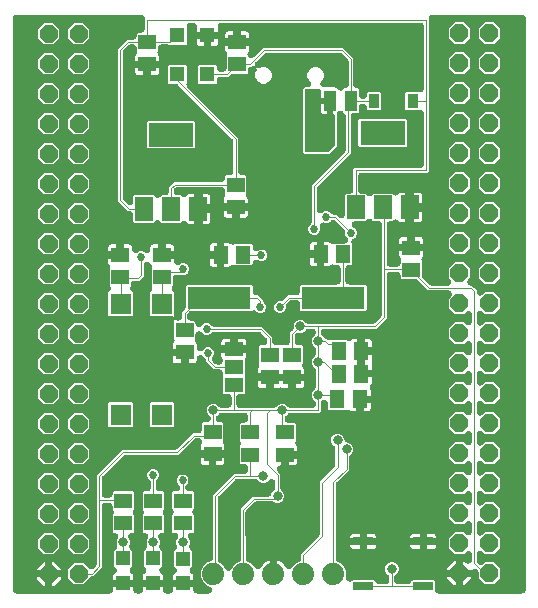
<source format=gbr>
G04 EAGLE Gerber RS-274X export*
G75*
%MOMM*%
%FSLAX34Y34*%
%LPD*%
%INBottom Copper*%
%IPPOS*%
%AMOC8*
5,1,8,0,0,1.08239X$1,22.5*%
G01*
%ADD10R,1.300000X1.500000*%
%ADD11R,1.500000X1.300000*%
%ADD12C,1.879600*%
%ADD13R,1.308000X1.308000*%
%ADD14P,1.649562X8X292.500000*%
%ADD15R,1.020000X1.780000*%
%ADD16R,1.778000X1.778000*%
%ADD17R,1.600200X1.168400*%
%ADD18R,1.200000X1.200000*%
%ADD19R,1.651000X0.762000*%
%ADD20R,1.500000X2.000000*%
%ADD21R,3.800000X2.000000*%
%ADD22R,5.334000X1.930400*%
%ADD23R,0.910000X1.220000*%
%ADD24C,0.101600*%
%ADD25C,0.812800*%
%ADD26C,0.685800*%
%ADD27C,0.889000*%

G36*
X85008Y2293D02*
X85008Y2293D01*
X85084Y2291D01*
X85253Y2313D01*
X85424Y2327D01*
X85498Y2345D01*
X85573Y2355D01*
X85737Y2404D01*
X85903Y2445D01*
X85972Y2475D01*
X86046Y2497D01*
X86199Y2573D01*
X86356Y2640D01*
X86420Y2681D01*
X86489Y2714D01*
X86628Y2813D01*
X86772Y2905D01*
X86829Y2956D01*
X86891Y3000D01*
X87012Y3120D01*
X87140Y3234D01*
X87188Y3293D01*
X87242Y3347D01*
X87343Y3485D01*
X87450Y3618D01*
X87487Y3684D01*
X87532Y3745D01*
X87609Y3898D01*
X87694Y4046D01*
X87720Y4118D01*
X87755Y4186D01*
X87806Y4349D01*
X87865Y4509D01*
X87880Y4584D01*
X87903Y4656D01*
X87915Y4761D01*
X87960Y4993D01*
X87967Y5229D01*
X87979Y5334D01*
X87979Y7916D01*
X96520Y7916D01*
X105061Y7916D01*
X105061Y5334D01*
X105067Y5258D01*
X105065Y5182D01*
X105087Y5013D01*
X105101Y4842D01*
X105119Y4768D01*
X105129Y4693D01*
X105178Y4529D01*
X105219Y4363D01*
X105249Y4294D01*
X105271Y4220D01*
X105347Y4067D01*
X105414Y3910D01*
X105455Y3846D01*
X105488Y3777D01*
X105587Y3638D01*
X105679Y3494D01*
X105730Y3437D01*
X105774Y3375D01*
X105894Y3254D01*
X106008Y3126D01*
X106067Y3078D01*
X106121Y3024D01*
X106259Y2923D01*
X106392Y2816D01*
X106458Y2779D01*
X106519Y2734D01*
X106672Y2657D01*
X106820Y2572D01*
X106892Y2546D01*
X106960Y2511D01*
X107123Y2460D01*
X107283Y2401D01*
X107358Y2386D01*
X107430Y2363D01*
X107535Y2351D01*
X107767Y2306D01*
X108003Y2299D01*
X108108Y2287D01*
X110078Y2287D01*
X110154Y2293D01*
X110230Y2291D01*
X110399Y2313D01*
X110570Y2327D01*
X110644Y2345D01*
X110719Y2355D01*
X110883Y2404D01*
X111049Y2445D01*
X111118Y2475D01*
X111192Y2497D01*
X111345Y2573D01*
X111502Y2640D01*
X111566Y2681D01*
X111635Y2714D01*
X111774Y2813D01*
X111918Y2905D01*
X111975Y2956D01*
X112037Y3000D01*
X112158Y3120D01*
X112286Y3234D01*
X112334Y3293D01*
X112388Y3347D01*
X112489Y3485D01*
X112596Y3618D01*
X112633Y3684D01*
X112678Y3745D01*
X112755Y3898D01*
X112840Y4046D01*
X112866Y4118D01*
X112901Y4186D01*
X112952Y4349D01*
X113011Y4509D01*
X113026Y4584D01*
X113049Y4656D01*
X113061Y4761D01*
X113106Y4993D01*
X113113Y5229D01*
X113125Y5334D01*
X113125Y7916D01*
X121666Y7916D01*
X130207Y7916D01*
X130207Y5334D01*
X130213Y5258D01*
X130211Y5182D01*
X130233Y5013D01*
X130247Y4842D01*
X130265Y4768D01*
X130275Y4693D01*
X130324Y4529D01*
X130365Y4363D01*
X130395Y4294D01*
X130417Y4220D01*
X130493Y4067D01*
X130560Y3910D01*
X130601Y3846D01*
X130634Y3777D01*
X130733Y3638D01*
X130825Y3494D01*
X130876Y3437D01*
X130920Y3375D01*
X131040Y3254D01*
X131154Y3126D01*
X131213Y3078D01*
X131267Y3024D01*
X131405Y2923D01*
X131538Y2816D01*
X131604Y2779D01*
X131665Y2734D01*
X131818Y2657D01*
X131966Y2572D01*
X132038Y2546D01*
X132106Y2511D01*
X132269Y2460D01*
X132429Y2401D01*
X132504Y2386D01*
X132576Y2363D01*
X132681Y2351D01*
X132913Y2306D01*
X133149Y2299D01*
X133254Y2287D01*
X135732Y2287D01*
X135808Y2293D01*
X135884Y2291D01*
X136053Y2313D01*
X136224Y2327D01*
X136298Y2345D01*
X136373Y2355D01*
X136537Y2404D01*
X136703Y2445D01*
X136772Y2475D01*
X136846Y2497D01*
X136999Y2573D01*
X137156Y2640D01*
X137220Y2681D01*
X137289Y2714D01*
X137428Y2813D01*
X137572Y2905D01*
X137629Y2956D01*
X137691Y3000D01*
X137812Y3120D01*
X137940Y3234D01*
X137988Y3293D01*
X138042Y3347D01*
X138143Y3485D01*
X138250Y3618D01*
X138287Y3684D01*
X138332Y3745D01*
X138409Y3898D01*
X138494Y4046D01*
X138520Y4118D01*
X138555Y4186D01*
X138606Y4349D01*
X138665Y4509D01*
X138680Y4584D01*
X138703Y4656D01*
X138715Y4761D01*
X138760Y4993D01*
X138767Y5229D01*
X138779Y5334D01*
X138779Y7789D01*
X147320Y7789D01*
X155861Y7789D01*
X155861Y5334D01*
X155867Y5258D01*
X155865Y5182D01*
X155887Y5013D01*
X155901Y4842D01*
X155919Y4768D01*
X155929Y4693D01*
X155978Y4529D01*
X156019Y4363D01*
X156049Y4294D01*
X156071Y4220D01*
X156147Y4067D01*
X156214Y3910D01*
X156255Y3846D01*
X156288Y3777D01*
X156387Y3638D01*
X156479Y3494D01*
X156530Y3437D01*
X156574Y3375D01*
X156694Y3254D01*
X156808Y3126D01*
X156867Y3078D01*
X156921Y3024D01*
X157059Y2923D01*
X157192Y2816D01*
X157258Y2779D01*
X157319Y2734D01*
X157472Y2657D01*
X157620Y2572D01*
X157692Y2546D01*
X157760Y2511D01*
X157923Y2460D01*
X158083Y2401D01*
X158158Y2386D01*
X158230Y2363D01*
X158335Y2351D01*
X158567Y2306D01*
X158803Y2299D01*
X158908Y2287D01*
X168906Y2287D01*
X169048Y2298D01*
X169190Y2300D01*
X169293Y2318D01*
X169398Y2327D01*
X169536Y2361D01*
X169676Y2386D01*
X169775Y2420D01*
X169876Y2445D01*
X170007Y2502D01*
X170142Y2549D01*
X170234Y2599D01*
X170330Y2640D01*
X170450Y2716D01*
X170575Y2785D01*
X170658Y2849D01*
X170746Y2905D01*
X170852Y3000D01*
X170965Y3087D01*
X171036Y3164D01*
X171114Y3234D01*
X171203Y3345D01*
X171300Y3449D01*
X171358Y3536D01*
X171424Y3618D01*
X171494Y3741D01*
X171573Y3860D01*
X171616Y3956D01*
X171668Y4046D01*
X171717Y4180D01*
X171776Y4310D01*
X171803Y4411D01*
X171839Y4509D01*
X171867Y4649D01*
X171904Y4786D01*
X171914Y4890D01*
X171934Y4993D01*
X171938Y5135D01*
X171953Y5277D01*
X171946Y5382D01*
X171949Y5486D01*
X171931Y5627D01*
X171922Y5770D01*
X171899Y5871D01*
X171885Y5975D01*
X171844Y6112D01*
X171812Y6251D01*
X171773Y6347D01*
X171742Y6447D01*
X171680Y6576D01*
X171626Y6708D01*
X171572Y6797D01*
X171526Y6891D01*
X171443Y7007D01*
X171369Y7128D01*
X171301Y7208D01*
X171240Y7293D01*
X171140Y7394D01*
X171047Y7502D01*
X170967Y7570D01*
X170893Y7644D01*
X170778Y7728D01*
X170669Y7819D01*
X170600Y7857D01*
X170495Y7934D01*
X170107Y8130D01*
X170072Y8149D01*
X166724Y9536D01*
X163651Y12609D01*
X161988Y16623D01*
X161988Y20969D01*
X163651Y24983D01*
X166724Y28056D01*
X170711Y29707D01*
X170905Y29807D01*
X171102Y29903D01*
X171125Y29920D01*
X171150Y29933D01*
X171326Y30062D01*
X171504Y30189D01*
X171524Y30209D01*
X171547Y30226D01*
X171699Y30381D01*
X171855Y30535D01*
X171872Y30558D01*
X171892Y30579D01*
X172017Y30758D01*
X172145Y30934D01*
X172158Y30959D01*
X172175Y30983D01*
X172270Y31180D01*
X172368Y31375D01*
X172376Y31402D01*
X172389Y31427D01*
X172450Y31637D01*
X172516Y31845D01*
X172519Y31868D01*
X172528Y31900D01*
X172589Y32390D01*
X172586Y32470D01*
X172592Y32523D01*
X172592Y86059D01*
X190039Y103506D01*
X199009Y103506D01*
X199085Y103512D01*
X199161Y103510D01*
X199330Y103532D01*
X199501Y103546D01*
X199575Y103564D01*
X199650Y103574D01*
X199814Y103623D01*
X199980Y103664D01*
X200049Y103694D01*
X200123Y103716D01*
X200276Y103792D01*
X200433Y103859D01*
X200497Y103900D01*
X200566Y103933D01*
X200705Y104032D01*
X200849Y104124D01*
X200906Y104175D01*
X200968Y104219D01*
X201089Y104339D01*
X201217Y104453D01*
X201265Y104512D01*
X201319Y104566D01*
X201420Y104704D01*
X201527Y104837D01*
X201564Y104903D01*
X201609Y104964D01*
X201686Y105117D01*
X201771Y105265D01*
X201797Y105337D01*
X201832Y105405D01*
X201883Y105568D01*
X201942Y105728D01*
X201957Y105803D01*
X201980Y105875D01*
X201992Y105980D01*
X202037Y106212D01*
X202044Y106448D01*
X202056Y106553D01*
X202056Y108841D01*
X202050Y108917D01*
X202052Y108993D01*
X202030Y109162D01*
X202016Y109333D01*
X201998Y109407D01*
X201988Y109482D01*
X201939Y109646D01*
X201898Y109812D01*
X201868Y109881D01*
X201846Y109955D01*
X201770Y110108D01*
X201703Y110265D01*
X201662Y110329D01*
X201629Y110398D01*
X201530Y110537D01*
X201438Y110681D01*
X201387Y110738D01*
X201343Y110800D01*
X201223Y110921D01*
X201109Y111049D01*
X201050Y111097D01*
X200996Y111151D01*
X200858Y111252D01*
X200725Y111359D01*
X200659Y111396D01*
X200598Y111441D01*
X200445Y111518D01*
X200297Y111603D01*
X200225Y111629D01*
X200157Y111664D01*
X199994Y111715D01*
X199834Y111774D01*
X199759Y111789D01*
X199687Y111812D01*
X199582Y111824D01*
X199350Y111869D01*
X199114Y111876D01*
X199009Y111888D01*
X195957Y111888D01*
X195064Y112781D01*
X195064Y127045D01*
X195278Y127258D01*
X195327Y127316D01*
X195383Y127368D01*
X195487Y127504D01*
X195597Y127634D01*
X195637Y127699D01*
X195683Y127760D01*
X195764Y127910D01*
X195852Y128057D01*
X195880Y128128D01*
X195916Y128195D01*
X195972Y128356D01*
X196035Y128515D01*
X196052Y128589D01*
X196076Y128661D01*
X196105Y128830D01*
X196142Y128996D01*
X196146Y129073D01*
X196159Y129148D01*
X196160Y129318D01*
X196170Y129489D01*
X196161Y129565D01*
X196162Y129641D01*
X196135Y129810D01*
X196117Y129980D01*
X196097Y130053D01*
X196085Y130128D01*
X196032Y130291D01*
X195987Y130455D01*
X195955Y130524D01*
X195931Y130597D01*
X195852Y130749D01*
X195781Y130904D01*
X195738Y130967D01*
X195703Y131035D01*
X195638Y131117D01*
X195506Y131313D01*
X195344Y131485D01*
X195278Y131568D01*
X195064Y131781D01*
X195064Y146045D01*
X195957Y146938D01*
X199009Y146938D01*
X199085Y146944D01*
X199161Y146942D01*
X199330Y146964D01*
X199501Y146978D01*
X199575Y146996D01*
X199650Y147006D01*
X199814Y147055D01*
X199980Y147096D01*
X200049Y147126D01*
X200123Y147148D01*
X200276Y147224D01*
X200433Y147291D01*
X200497Y147332D01*
X200566Y147365D01*
X200705Y147464D01*
X200849Y147556D01*
X200906Y147607D01*
X200968Y147651D01*
X201089Y147771D01*
X201217Y147885D01*
X201265Y147944D01*
X201319Y147998D01*
X201420Y148136D01*
X201527Y148269D01*
X201564Y148335D01*
X201609Y148396D01*
X201686Y148549D01*
X201771Y148697D01*
X201797Y148769D01*
X201832Y148837D01*
X201883Y149000D01*
X201942Y149160D01*
X201957Y149235D01*
X201980Y149307D01*
X201992Y149412D01*
X202037Y149644D01*
X202044Y149880D01*
X202056Y149985D01*
X202056Y152400D01*
X202050Y152476D01*
X202052Y152552D01*
X202030Y152721D01*
X202016Y152892D01*
X201998Y152966D01*
X201988Y153041D01*
X201939Y153205D01*
X201898Y153371D01*
X201868Y153440D01*
X201846Y153514D01*
X201770Y153667D01*
X201703Y153824D01*
X201662Y153888D01*
X201629Y153957D01*
X201530Y154096D01*
X201438Y154240D01*
X201387Y154297D01*
X201343Y154359D01*
X201223Y154480D01*
X201109Y154608D01*
X201050Y154656D01*
X200996Y154710D01*
X200858Y154811D01*
X200725Y154918D01*
X200659Y154955D01*
X200598Y155000D01*
X200445Y155077D01*
X200297Y155162D01*
X200225Y155188D01*
X200157Y155223D01*
X199994Y155274D01*
X199834Y155333D01*
X199759Y155348D01*
X199687Y155371D01*
X199582Y155383D01*
X199350Y155428D01*
X199114Y155435D01*
X199009Y155447D01*
X179853Y155447D01*
X179739Y155438D01*
X179625Y155439D01*
X179494Y155418D01*
X179361Y155407D01*
X179251Y155380D01*
X179138Y155362D01*
X179011Y155321D01*
X178883Y155289D01*
X178778Y155244D01*
X178669Y155208D01*
X178551Y155146D01*
X178429Y155094D01*
X178333Y155033D01*
X178232Y154980D01*
X178158Y154921D01*
X178013Y154829D01*
X177771Y154613D01*
X177698Y154555D01*
X175664Y152521D01*
X175640Y152492D01*
X175611Y152466D01*
X175480Y152304D01*
X175345Y152145D01*
X175325Y152112D01*
X175301Y152082D01*
X175198Y151902D01*
X175090Y151722D01*
X175076Y151687D01*
X175057Y151654D01*
X174985Y151458D01*
X174907Y151264D01*
X174899Y151227D01*
X174886Y151191D01*
X174846Y150986D01*
X174800Y150782D01*
X174798Y150744D01*
X174791Y150707D01*
X174785Y150499D01*
X174773Y150290D01*
X174777Y150252D01*
X174776Y150214D01*
X174803Y150007D01*
X174825Y149799D01*
X174835Y149763D01*
X174840Y149725D01*
X174900Y149525D01*
X174956Y149324D01*
X174972Y149289D01*
X174983Y149252D01*
X175074Y149065D01*
X175161Y148875D01*
X175183Y148843D01*
X175199Y148809D01*
X175320Y148639D01*
X175437Y148466D01*
X175463Y148438D01*
X175485Y148407D01*
X175632Y148258D01*
X175775Y148106D01*
X175805Y148083D01*
X175832Y148056D01*
X176000Y147933D01*
X176166Y147806D01*
X176200Y147788D01*
X176230Y147766D01*
X176417Y147672D01*
X176601Y147573D01*
X176637Y147561D01*
X176671Y147543D01*
X176870Y147481D01*
X177067Y147413D01*
X177105Y147407D01*
X177141Y147395D01*
X177234Y147385D01*
X177554Y147330D01*
X177726Y147329D01*
X177819Y147319D01*
X180280Y147319D01*
X181173Y146426D01*
X181173Y131984D01*
X181103Y131869D01*
X181075Y131798D01*
X181039Y131731D01*
X180984Y131569D01*
X180920Y131411D01*
X180904Y131336D01*
X180879Y131264D01*
X180850Y131096D01*
X180814Y130929D01*
X180809Y130853D01*
X180796Y130778D01*
X180795Y130607D01*
X180786Y130436D01*
X180794Y130360D01*
X180793Y130284D01*
X180820Y130116D01*
X180838Y129946D01*
X180858Y129872D01*
X180870Y129797D01*
X180924Y129634D01*
X180969Y129470D01*
X181000Y129401D01*
X181024Y129328D01*
X181103Y129177D01*
X181174Y129022D01*
X181217Y128958D01*
X181252Y128891D01*
X181318Y128809D01*
X181450Y128612D01*
X181612Y128440D01*
X181678Y128358D01*
X181681Y128354D01*
X182016Y127775D01*
X182189Y127129D01*
X182189Y123543D01*
X172350Y123543D01*
X172274Y123537D01*
X172198Y123539D01*
X172121Y123529D01*
X172051Y123531D01*
X171946Y123543D01*
X162107Y123543D01*
X162107Y127129D01*
X162280Y127775D01*
X162615Y128354D01*
X162618Y128358D01*
X162668Y128416D01*
X162724Y128468D01*
X162827Y128603D01*
X162938Y128733D01*
X162977Y128799D01*
X163024Y128859D01*
X163105Y129010D01*
X163193Y129156D01*
X163221Y129227D01*
X163257Y129294D01*
X163312Y129456D01*
X163376Y129614D01*
X163392Y129689D01*
X163417Y129761D01*
X163446Y129929D01*
X163482Y130096D01*
X163487Y130172D01*
X163500Y130247D01*
X163501Y130418D01*
X163510Y130588D01*
X163502Y130664D01*
X163503Y130741D01*
X163476Y130909D01*
X163458Y131079D01*
X163438Y131152D01*
X163426Y131228D01*
X163373Y131390D01*
X163327Y131555D01*
X163295Y131624D01*
X163272Y131697D01*
X163193Y131848D01*
X163122Y132003D01*
X163079Y132066D01*
X163044Y132134D01*
X162978Y132217D01*
X162846Y132412D01*
X162684Y132585D01*
X162618Y132667D01*
X162265Y133021D01*
X162178Y133095D01*
X162098Y133176D01*
X161990Y133254D01*
X161889Y133340D01*
X161791Y133399D01*
X161699Y133466D01*
X161580Y133526D01*
X161466Y133595D01*
X161360Y133637D01*
X161258Y133689D01*
X161132Y133729D01*
X161008Y133778D01*
X160897Y133803D01*
X160788Y133837D01*
X160694Y133847D01*
X160527Y133885D01*
X160203Y133903D01*
X160110Y133913D01*
X158370Y133913D01*
X158257Y133904D01*
X158142Y133905D01*
X158011Y133884D01*
X157878Y133873D01*
X157768Y133846D01*
X157655Y133828D01*
X157529Y133787D01*
X157400Y133755D01*
X157295Y133710D01*
X157186Y133674D01*
X157068Y133612D01*
X156946Y133560D01*
X156850Y133499D01*
X156749Y133446D01*
X156675Y133387D01*
X156530Y133295D01*
X156288Y133079D01*
X156215Y133021D01*
X143082Y119887D01*
X98624Y119887D01*
X98511Y119878D01*
X98396Y119879D01*
X98265Y119858D01*
X98132Y119847D01*
X98022Y119820D01*
X97909Y119802D01*
X97783Y119761D01*
X97654Y119729D01*
X97549Y119684D01*
X97440Y119648D01*
X97322Y119586D01*
X97200Y119534D01*
X97104Y119473D01*
X97003Y119420D01*
X96929Y119361D01*
X96784Y119269D01*
X96542Y119053D01*
X96469Y118995D01*
X79125Y101651D01*
X79051Y101564D01*
X78970Y101483D01*
X78892Y101376D01*
X78806Y101275D01*
X78747Y101177D01*
X78680Y101084D01*
X78620Y100966D01*
X78551Y100852D01*
X78509Y100746D01*
X78457Y100644D01*
X78417Y100517D01*
X78368Y100394D01*
X78343Y100283D01*
X78309Y100174D01*
X78299Y100080D01*
X78261Y99912D01*
X78243Y99588D01*
X78233Y99496D01*
X78233Y86360D01*
X78239Y86284D01*
X78237Y86208D01*
X78259Y86039D01*
X78273Y85868D01*
X78291Y85794D01*
X78301Y85719D01*
X78350Y85555D01*
X78391Y85389D01*
X78421Y85320D01*
X78443Y85246D01*
X78519Y85093D01*
X78586Y84936D01*
X78627Y84872D01*
X78660Y84803D01*
X78759Y84664D01*
X78851Y84520D01*
X78902Y84463D01*
X78946Y84401D01*
X79066Y84280D01*
X79180Y84152D01*
X79239Y84104D01*
X79293Y84050D01*
X79431Y83949D01*
X79564Y83842D01*
X79630Y83805D01*
X79691Y83760D01*
X79844Y83683D01*
X79992Y83598D01*
X80064Y83572D01*
X80132Y83537D01*
X80295Y83486D01*
X80455Y83427D01*
X80530Y83412D01*
X80602Y83389D01*
X80707Y83377D01*
X80939Y83332D01*
X81175Y83325D01*
X81280Y83313D01*
X84447Y83313D01*
X84523Y83319D01*
X84599Y83317D01*
X84768Y83339D01*
X84939Y83353D01*
X85013Y83371D01*
X85088Y83381D01*
X85252Y83430D01*
X85418Y83471D01*
X85487Y83501D01*
X85561Y83523D01*
X85714Y83599D01*
X85871Y83666D01*
X85935Y83707D01*
X86004Y83740D01*
X86143Y83839D01*
X86287Y83931D01*
X86344Y83982D01*
X86406Y84026D01*
X86527Y84146D01*
X86655Y84260D01*
X86703Y84319D01*
X86757Y84373D01*
X86858Y84511D01*
X86965Y84644D01*
X87002Y84710D01*
X87047Y84771D01*
X87124Y84924D01*
X87209Y85072D01*
X87235Y85144D01*
X87270Y85212D01*
X87321Y85375D01*
X87380Y85535D01*
X87395Y85610D01*
X87418Y85682D01*
X87430Y85787D01*
X87475Y86019D01*
X87482Y86255D01*
X87494Y86360D01*
X87494Y87814D01*
X88387Y88707D01*
X104651Y88707D01*
X105544Y87814D01*
X105544Y73550D01*
X105330Y73337D01*
X105281Y73279D01*
X105225Y73226D01*
X105121Y73091D01*
X105011Y72961D01*
X104971Y72895D01*
X104925Y72835D01*
X104844Y72685D01*
X104756Y72538D01*
X104728Y72467D01*
X104692Y72400D01*
X104636Y72239D01*
X104573Y72080D01*
X104556Y72006D01*
X104532Y71934D01*
X104503Y71765D01*
X104466Y71598D01*
X104462Y71522D01*
X104449Y71447D01*
X104448Y71276D01*
X104438Y71106D01*
X104447Y71030D01*
X104446Y70954D01*
X104473Y70785D01*
X104491Y70615D01*
X104511Y70542D01*
X104523Y70467D01*
X104576Y70304D01*
X104621Y70140D01*
X104653Y70070D01*
X104677Y69998D01*
X104756Y69847D01*
X104827Y69691D01*
X104870Y69628D01*
X104905Y69560D01*
X104970Y69478D01*
X105102Y69282D01*
X105264Y69109D01*
X105330Y69027D01*
X105544Y68814D01*
X105544Y54550D01*
X104651Y53657D01*
X103842Y53657D01*
X103662Y53643D01*
X103482Y53636D01*
X103417Y53623D01*
X103350Y53617D01*
X103175Y53574D01*
X102998Y53538D01*
X102936Y53515D01*
X102871Y53499D01*
X102705Y53427D01*
X102537Y53364D01*
X102479Y53330D01*
X102418Y53304D01*
X102266Y53207D01*
X102110Y53117D01*
X102058Y53075D01*
X102002Y53039D01*
X101868Y52919D01*
X101728Y52804D01*
X101684Y52755D01*
X101634Y52710D01*
X101521Y52570D01*
X101401Y52435D01*
X101366Y52378D01*
X101324Y52326D01*
X101235Y52170D01*
X101139Y52017D01*
X101113Y51955D01*
X101080Y51898D01*
X101017Y51728D01*
X100947Y51562D01*
X100932Y51498D01*
X100909Y51435D01*
X100874Y51258D01*
X100832Y51083D01*
X100827Y51016D01*
X100814Y50951D01*
X100808Y50771D01*
X100795Y50591D01*
X100801Y50524D01*
X100799Y50458D01*
X100822Y50279D01*
X100838Y50099D01*
X100852Y50049D01*
X100863Y49969D01*
X101005Y49497D01*
X101020Y49466D01*
X101027Y49444D01*
X102109Y46832D01*
X102109Y44608D01*
X101694Y43606D01*
X101627Y43398D01*
X101556Y43192D01*
X101551Y43163D01*
X101542Y43136D01*
X101510Y42921D01*
X101473Y42705D01*
X101473Y42677D01*
X101469Y42649D01*
X101471Y42431D01*
X101470Y42212D01*
X101475Y42184D01*
X101475Y42155D01*
X101513Y41941D01*
X101547Y41725D01*
X101556Y41697D01*
X101561Y41670D01*
X101633Y41464D01*
X101701Y41256D01*
X101714Y41231D01*
X101724Y41204D01*
X101828Y41012D01*
X101929Y40818D01*
X101943Y40800D01*
X101960Y40771D01*
X102262Y40381D01*
X102321Y40326D01*
X102354Y40285D01*
X104045Y38595D01*
X104045Y25331D01*
X102849Y24136D01*
X102702Y23963D01*
X102552Y23791D01*
X102542Y23775D01*
X102530Y23760D01*
X102412Y23564D01*
X102292Y23371D01*
X102285Y23354D01*
X102275Y23338D01*
X102190Y23125D01*
X102104Y22915D01*
X102099Y22897D01*
X102092Y22879D01*
X102043Y22656D01*
X101991Y22435D01*
X101990Y22416D01*
X101985Y22398D01*
X101973Y22169D01*
X101957Y21943D01*
X101959Y21924D01*
X101958Y21905D01*
X101982Y21679D01*
X102003Y21452D01*
X102008Y21433D01*
X102010Y21415D01*
X102070Y21196D01*
X102128Y20974D01*
X102136Y20957D01*
X102141Y20939D01*
X102236Y20732D01*
X102328Y20524D01*
X102338Y20508D01*
X102346Y20491D01*
X102473Y20302D01*
X102598Y20111D01*
X102611Y20097D01*
X102622Y20081D01*
X102777Y19916D01*
X102932Y19747D01*
X102944Y19738D01*
X102960Y19722D01*
X103351Y19421D01*
X103432Y19378D01*
X103480Y19342D01*
X104080Y18996D01*
X104553Y18523D01*
X104888Y17944D01*
X105061Y17298D01*
X105061Y14010D01*
X96520Y14010D01*
X87979Y14010D01*
X87979Y17298D01*
X88152Y17944D01*
X88487Y18523D01*
X88960Y18996D01*
X89560Y19342D01*
X89747Y19472D01*
X89936Y19599D01*
X89950Y19612D01*
X89965Y19623D01*
X90130Y19782D01*
X90296Y19937D01*
X90307Y19952D01*
X90321Y19965D01*
X90458Y20148D01*
X90596Y20328D01*
X90605Y20345D01*
X90616Y20360D01*
X90721Y20562D01*
X90829Y20763D01*
X90835Y20781D01*
X90844Y20798D01*
X90915Y21013D01*
X90989Y21230D01*
X90992Y21248D01*
X90998Y21266D01*
X91033Y21490D01*
X91072Y21716D01*
X91072Y21735D01*
X91075Y21754D01*
X91073Y21980D01*
X91075Y22209D01*
X91072Y22228D01*
X91072Y22247D01*
X91034Y22471D01*
X90998Y22697D01*
X90992Y22715D01*
X90989Y22733D01*
X90915Y22949D01*
X90844Y23165D01*
X90835Y23182D01*
X90829Y23200D01*
X90721Y23401D01*
X90616Y23603D01*
X90606Y23615D01*
X90596Y23635D01*
X90295Y24026D01*
X90228Y24090D01*
X90191Y24136D01*
X88995Y25331D01*
X88995Y38595D01*
X90686Y40285D01*
X90827Y40451D01*
X90972Y40615D01*
X90987Y40639D01*
X91005Y40661D01*
X91118Y40848D01*
X91234Y41033D01*
X91245Y41059D01*
X91260Y41084D01*
X91341Y41285D01*
X91426Y41488D01*
X91432Y41515D01*
X91443Y41542D01*
X91490Y41755D01*
X91542Y41967D01*
X91544Y41996D01*
X91550Y42023D01*
X91562Y42242D01*
X91578Y42459D01*
X91576Y42487D01*
X91577Y42516D01*
X91554Y42734D01*
X91535Y42951D01*
X91529Y42973D01*
X91525Y43007D01*
X91395Y43482D01*
X91361Y43555D01*
X91346Y43606D01*
X90931Y44608D01*
X90931Y46832D01*
X92013Y49444D01*
X92069Y49616D01*
X92131Y49785D01*
X92144Y49850D01*
X92165Y49913D01*
X92192Y50092D01*
X92226Y50269D01*
X92228Y50335D01*
X92238Y50401D01*
X92236Y50582D01*
X92241Y50762D01*
X92233Y50828D01*
X92232Y50895D01*
X92201Y51072D01*
X92177Y51251D01*
X92158Y51315D01*
X92146Y51380D01*
X92087Y51550D01*
X92035Y51724D01*
X92005Y51783D01*
X91983Y51846D01*
X91897Y52005D01*
X91818Y52167D01*
X91779Y52221D01*
X91747Y52279D01*
X91636Y52422D01*
X91532Y52569D01*
X91485Y52616D01*
X91445Y52669D01*
X91312Y52792D01*
X91185Y52920D01*
X91132Y52959D01*
X91083Y53004D01*
X90933Y53104D01*
X90787Y53210D01*
X90727Y53240D01*
X90672Y53277D01*
X90507Y53351D01*
X90346Y53433D01*
X90283Y53453D01*
X90222Y53480D01*
X90048Y53527D01*
X89876Y53581D01*
X89823Y53587D01*
X89746Y53608D01*
X89255Y53657D01*
X89221Y53655D01*
X89198Y53657D01*
X88387Y53657D01*
X87494Y54550D01*
X87494Y68814D01*
X87708Y69027D01*
X87757Y69085D01*
X87813Y69137D01*
X87917Y69273D01*
X88027Y69403D01*
X88067Y69468D01*
X88113Y69529D01*
X88194Y69679D01*
X88282Y69826D01*
X88310Y69897D01*
X88346Y69964D01*
X88402Y70125D01*
X88465Y70284D01*
X88482Y70358D01*
X88506Y70430D01*
X88535Y70599D01*
X88572Y70765D01*
X88576Y70842D01*
X88589Y70917D01*
X88590Y71087D01*
X88600Y71258D01*
X88591Y71334D01*
X88592Y71410D01*
X88565Y71579D01*
X88547Y71749D01*
X88527Y71822D01*
X88515Y71897D01*
X88462Y72060D01*
X88417Y72224D01*
X88385Y72293D01*
X88361Y72366D01*
X88282Y72518D01*
X88211Y72673D01*
X88168Y72736D01*
X88133Y72804D01*
X88068Y72886D01*
X87936Y73082D01*
X87774Y73254D01*
X87708Y73337D01*
X87494Y73550D01*
X87494Y76200D01*
X87488Y76276D01*
X87490Y76352D01*
X87468Y76521D01*
X87454Y76692D01*
X87436Y76766D01*
X87426Y76841D01*
X87377Y77005D01*
X87336Y77171D01*
X87306Y77240D01*
X87284Y77314D01*
X87208Y77467D01*
X87141Y77624D01*
X87100Y77688D01*
X87067Y77757D01*
X86968Y77896D01*
X86876Y78040D01*
X86825Y78097D01*
X86781Y78159D01*
X86661Y78280D01*
X86547Y78408D01*
X86488Y78456D01*
X86434Y78510D01*
X86296Y78611D01*
X86163Y78718D01*
X86097Y78755D01*
X86036Y78800D01*
X85883Y78877D01*
X85735Y78962D01*
X85663Y78988D01*
X85595Y79023D01*
X85432Y79074D01*
X85272Y79133D01*
X85197Y79148D01*
X85125Y79171D01*
X85020Y79183D01*
X84788Y79228D01*
X84552Y79235D01*
X84447Y79247D01*
X81280Y79247D01*
X81204Y79241D01*
X81128Y79243D01*
X80959Y79221D01*
X80788Y79207D01*
X80714Y79189D01*
X80639Y79179D01*
X80475Y79130D01*
X80309Y79089D01*
X80240Y79059D01*
X80166Y79037D01*
X80013Y78961D01*
X79856Y78894D01*
X79792Y78853D01*
X79723Y78820D01*
X79584Y78721D01*
X79440Y78629D01*
X79383Y78578D01*
X79321Y78534D01*
X79200Y78414D01*
X79072Y78300D01*
X79024Y78241D01*
X78970Y78187D01*
X78869Y78049D01*
X78762Y77916D01*
X78725Y77850D01*
X78680Y77789D01*
X78603Y77636D01*
X78518Y77488D01*
X78492Y77416D01*
X78457Y77348D01*
X78406Y77185D01*
X78347Y77025D01*
X78332Y76950D01*
X78309Y76878D01*
X78297Y76773D01*
X78252Y76541D01*
X78245Y76305D01*
X78233Y76200D01*
X78233Y24558D01*
X70747Y17072D01*
X70672Y17073D01*
X70541Y17052D01*
X70408Y17041D01*
X70298Y17014D01*
X70185Y16996D01*
X70058Y16955D01*
X69930Y16923D01*
X69825Y16878D01*
X69716Y16842D01*
X69598Y16780D01*
X69476Y16728D01*
X69380Y16667D01*
X69279Y16614D01*
X69205Y16555D01*
X69060Y16463D01*
X68818Y16247D01*
X68745Y16189D01*
X62526Y9969D01*
X54950Y9969D01*
X49593Y15326D01*
X49593Y22902D01*
X54950Y28259D01*
X62526Y28259D01*
X67200Y23584D01*
X67258Y23535D01*
X67310Y23480D01*
X67446Y23376D01*
X67576Y23265D01*
X67641Y23226D01*
X67702Y23179D01*
X67852Y23098D01*
X67999Y23010D01*
X68069Y22982D01*
X68137Y22946D01*
X68298Y22891D01*
X68457Y22827D01*
X68531Y22811D01*
X68603Y22786D01*
X68772Y22757D01*
X68938Y22720D01*
X69014Y22716D01*
X69090Y22703D01*
X69260Y22702D01*
X69431Y22693D01*
X69507Y22701D01*
X69583Y22700D01*
X69752Y22727D01*
X69922Y22745D01*
X69995Y22765D01*
X70070Y22777D01*
X70233Y22830D01*
X70397Y22876D01*
X70467Y22907D01*
X70539Y22931D01*
X70690Y23010D01*
X70846Y23081D01*
X70909Y23124D01*
X70976Y23159D01*
X71059Y23225D01*
X71255Y23357D01*
X71427Y23519D01*
X71510Y23584D01*
X73275Y25349D01*
X73349Y25436D01*
X73430Y25517D01*
X73508Y25624D01*
X73594Y25725D01*
X73653Y25823D01*
X73720Y25916D01*
X73780Y26034D01*
X73849Y26148D01*
X73891Y26254D01*
X73943Y26356D01*
X73983Y26483D01*
X74032Y26606D01*
X74057Y26717D01*
X74091Y26826D01*
X74101Y26920D01*
X74139Y27088D01*
X74157Y27412D01*
X74167Y27504D01*
X74167Y102442D01*
X95678Y123953D01*
X140136Y123953D01*
X140249Y123962D01*
X140364Y123961D01*
X140495Y123982D01*
X140628Y123993D01*
X140738Y124020D01*
X140851Y124038D01*
X140977Y124079D01*
X141106Y124111D01*
X141211Y124156D01*
X141320Y124192D01*
X141438Y124254D01*
X141560Y124306D01*
X141656Y124367D01*
X141757Y124420D01*
X141831Y124479D01*
X141976Y124571D01*
X142218Y124787D01*
X142291Y124845D01*
X155424Y137979D01*
X160076Y137979D01*
X160152Y137985D01*
X160228Y137983D01*
X160397Y138005D01*
X160568Y138019D01*
X160642Y138037D01*
X160717Y138047D01*
X160881Y138096D01*
X161047Y138137D01*
X161116Y138167D01*
X161190Y138189D01*
X161343Y138265D01*
X161500Y138332D01*
X161564Y138373D01*
X161633Y138406D01*
X161772Y138505D01*
X161916Y138597D01*
X161973Y138648D01*
X162035Y138692D01*
X162156Y138812D01*
X162284Y138926D01*
X162332Y138985D01*
X162386Y139039D01*
X162487Y139177D01*
X162594Y139310D01*
X162631Y139376D01*
X162676Y139437D01*
X162753Y139590D01*
X162838Y139738D01*
X162864Y139810D01*
X162899Y139878D01*
X162950Y140041D01*
X163009Y140201D01*
X163024Y140276D01*
X163047Y140348D01*
X163059Y140453D01*
X163104Y140685D01*
X163111Y140921D01*
X163123Y141026D01*
X163123Y146426D01*
X164016Y147319D01*
X167621Y147319D01*
X167659Y147322D01*
X167697Y147320D01*
X167905Y147342D01*
X168113Y147359D01*
X168150Y147368D01*
X168188Y147372D01*
X168389Y147427D01*
X168591Y147477D01*
X168626Y147492D01*
X168663Y147503D01*
X168853Y147590D01*
X169045Y147672D01*
X169077Y147692D01*
X169112Y147708D01*
X169285Y147825D01*
X169461Y147937D01*
X169489Y147962D01*
X169521Y147984D01*
X169673Y148127D01*
X169829Y148266D01*
X169853Y148295D01*
X169881Y148321D01*
X170007Y148487D01*
X170139Y148650D01*
X170158Y148683D01*
X170181Y148713D01*
X170280Y148897D01*
X170383Y149078D01*
X170396Y149114D01*
X170414Y149148D01*
X170482Y149345D01*
X170554Y149541D01*
X170562Y149578D01*
X170574Y149614D01*
X170609Y149821D01*
X170649Y150025D01*
X170650Y150063D01*
X170657Y150101D01*
X170658Y150310D01*
X170664Y150518D01*
X170659Y150556D01*
X170660Y150594D01*
X170627Y150801D01*
X170600Y151007D01*
X170589Y151044D01*
X170583Y151081D01*
X170518Y151280D01*
X170457Y151479D01*
X170441Y151514D01*
X170429Y151550D01*
X170332Y151735D01*
X170241Y151923D01*
X170219Y151954D01*
X170201Y151988D01*
X170143Y152060D01*
X169955Y152325D01*
X169834Y152447D01*
X169776Y152521D01*
X167982Y154314D01*
X167131Y156368D01*
X167131Y158592D01*
X167982Y160646D01*
X169554Y162218D01*
X171608Y163069D01*
X173832Y163069D01*
X175886Y162218D01*
X177698Y160405D01*
X177785Y160331D01*
X177866Y160250D01*
X177973Y160172D01*
X178074Y160086D01*
X178172Y160027D01*
X178264Y159960D01*
X178383Y159900D01*
X178497Y159831D01*
X178603Y159789D01*
X178705Y159737D01*
X178832Y159697D01*
X178955Y159648D01*
X179066Y159623D01*
X179175Y159589D01*
X179269Y159579D01*
X179437Y159541D01*
X179761Y159523D01*
X179853Y159513D01*
X185166Y159513D01*
X185242Y159519D01*
X185318Y159517D01*
X185487Y159539D01*
X185658Y159553D01*
X185732Y159571D01*
X185807Y159581D01*
X185971Y159630D01*
X186137Y159671D01*
X186206Y159701D01*
X186280Y159723D01*
X186433Y159799D01*
X186590Y159866D01*
X186654Y159907D01*
X186723Y159940D01*
X186862Y160039D01*
X187006Y160131D01*
X187063Y160182D01*
X187125Y160226D01*
X187246Y160346D01*
X187374Y160460D01*
X187422Y160519D01*
X187476Y160573D01*
X187577Y160711D01*
X187684Y160844D01*
X187721Y160910D01*
X187766Y160971D01*
X187843Y161124D01*
X187928Y161272D01*
X187954Y161344D01*
X187989Y161412D01*
X188040Y161575D01*
X188099Y161735D01*
X188114Y161810D01*
X188137Y161882D01*
X188149Y161987D01*
X188194Y162219D01*
X188201Y162455D01*
X188213Y162560D01*
X188213Y168402D01*
X188207Y168478D01*
X188209Y168554D01*
X188187Y168723D01*
X188173Y168894D01*
X188155Y168968D01*
X188145Y169043D01*
X188096Y169207D01*
X188055Y169373D01*
X188025Y169442D01*
X188003Y169516D01*
X187927Y169669D01*
X187860Y169826D01*
X187819Y169890D01*
X187786Y169959D01*
X187687Y170098D01*
X187595Y170242D01*
X187544Y170299D01*
X187500Y170361D01*
X187380Y170482D01*
X187266Y170610D01*
X187207Y170658D01*
X187153Y170712D01*
X187015Y170813D01*
X186882Y170920D01*
X186816Y170957D01*
X186755Y171002D01*
X186602Y171079D01*
X186454Y171164D01*
X186382Y171190D01*
X186314Y171225D01*
X186151Y171276D01*
X185991Y171335D01*
X185916Y171350D01*
X185844Y171373D01*
X185739Y171385D01*
X185507Y171430D01*
X185271Y171437D01*
X185166Y171449D01*
X181613Y171449D01*
X180720Y172342D01*
X180720Y188976D01*
X180714Y189052D01*
X180716Y189128D01*
X180694Y189297D01*
X180680Y189468D01*
X180662Y189542D01*
X180652Y189617D01*
X180603Y189781D01*
X180562Y189947D01*
X180532Y190016D01*
X180510Y190090D01*
X180434Y190243D01*
X180367Y190400D01*
X180326Y190464D01*
X180293Y190533D01*
X180194Y190672D01*
X180102Y190816D01*
X180051Y190873D01*
X180007Y190935D01*
X179887Y191056D01*
X179773Y191184D01*
X179714Y191232D01*
X179660Y191286D01*
X179522Y191387D01*
X179389Y191494D01*
X179323Y191531D01*
X179262Y191576D01*
X179109Y191653D01*
X178961Y191738D01*
X178889Y191764D01*
X178821Y191799D01*
X178658Y191850D01*
X178498Y191909D01*
X178423Y191924D01*
X178351Y191947D01*
X178246Y191959D01*
X178014Y192004D01*
X177778Y192011D01*
X177673Y192023D01*
X173402Y192023D01*
X171319Y194106D01*
X171319Y194107D01*
X168453Y196973D01*
X168452Y196973D01*
X166369Y199056D01*
X166369Y199505D01*
X166360Y199619D01*
X166361Y199733D01*
X166340Y199864D01*
X166329Y199997D01*
X166302Y200107D01*
X166284Y200220D01*
X166243Y200347D01*
X166211Y200475D01*
X166166Y200580D01*
X166130Y200689D01*
X166068Y200807D01*
X166016Y200929D01*
X165955Y201025D01*
X165902Y201126D01*
X165843Y201200D01*
X165751Y201345D01*
X165535Y201587D01*
X165477Y201660D01*
X163833Y203304D01*
X163804Y203328D01*
X163778Y203357D01*
X163616Y203488D01*
X163457Y203623D01*
X163424Y203643D01*
X163394Y203667D01*
X163214Y203770D01*
X163034Y203878D01*
X162999Y203892D01*
X162966Y203911D01*
X162770Y203983D01*
X162576Y204061D01*
X162539Y204069D01*
X162503Y204082D01*
X162298Y204122D01*
X162094Y204168D01*
X162056Y204170D01*
X162019Y204177D01*
X161811Y204183D01*
X161602Y204195D01*
X161564Y204191D01*
X161526Y204192D01*
X161319Y204165D01*
X161111Y204143D01*
X161075Y204133D01*
X161037Y204128D01*
X160837Y204068D01*
X160636Y204012D01*
X160601Y203996D01*
X160564Y203985D01*
X160377Y203894D01*
X160187Y203807D01*
X160155Y203785D01*
X160121Y203769D01*
X159951Y203648D01*
X159778Y203531D01*
X159750Y203505D01*
X159719Y203483D01*
X159570Y203336D01*
X159418Y203193D01*
X159395Y203163D01*
X159368Y203136D01*
X159245Y202968D01*
X159118Y202802D01*
X159100Y202768D01*
X159078Y202738D01*
X158984Y202551D01*
X158885Y202367D01*
X158873Y202331D01*
X158855Y202297D01*
X158793Y202098D01*
X158725Y201901D01*
X158719Y201863D01*
X158707Y201827D01*
X158697Y201734D01*
X158642Y201414D01*
X158641Y201242D01*
X158631Y201149D01*
X158631Y199565D01*
X158458Y198919D01*
X158123Y198340D01*
X157650Y197867D01*
X157071Y197532D01*
X156425Y197359D01*
X151839Y197359D01*
X151839Y206198D01*
X151833Y206274D01*
X151835Y206350D01*
X151813Y206519D01*
X151799Y206690D01*
X151781Y206763D01*
X151771Y206839D01*
X151722Y207003D01*
X151681Y207168D01*
X151651Y207238D01*
X151629Y207311D01*
X151553Y207465D01*
X151486Y207622D01*
X151445Y207686D01*
X151412Y207754D01*
X151313Y207894D01*
X151221Y208038D01*
X151170Y208095D01*
X151126Y208157D01*
X151006Y208278D01*
X150892Y208406D01*
X150833Y208454D01*
X150779Y208508D01*
X150739Y208537D01*
X150722Y208561D01*
X150602Y208682D01*
X150488Y208810D01*
X150429Y208858D01*
X150375Y208912D01*
X150237Y209013D01*
X150104Y209120D01*
X150038Y209157D01*
X149976Y209202D01*
X149824Y209279D01*
X149675Y209364D01*
X149604Y209390D01*
X149536Y209425D01*
X149373Y209476D01*
X149213Y209535D01*
X149138Y209550D01*
X149066Y209573D01*
X148961Y209585D01*
X148729Y209630D01*
X148493Y209637D01*
X148388Y209649D01*
X138549Y209649D01*
X138549Y213235D01*
X138722Y213881D01*
X139057Y214460D01*
X139061Y214464D01*
X139110Y214522D01*
X139165Y214574D01*
X139269Y214709D01*
X139380Y214840D01*
X139419Y214905D01*
X139466Y214965D01*
X139546Y215116D01*
X139635Y215262D01*
X139663Y215333D01*
X139699Y215400D01*
X139754Y215562D01*
X139818Y215720D01*
X139834Y215794D01*
X139859Y215867D01*
X139888Y216035D01*
X139924Y216202D01*
X139929Y216278D01*
X139941Y216353D01*
X139943Y216524D01*
X139952Y216694D01*
X139944Y216770D01*
X139945Y216846D01*
X139918Y217015D01*
X139900Y217185D01*
X139880Y217258D01*
X139868Y217334D01*
X139814Y217496D01*
X139769Y217661D01*
X139737Y217730D01*
X139714Y217802D01*
X139635Y217954D01*
X139565Y218105D01*
X139565Y232699D01*
X139651Y232842D01*
X139665Y232877D01*
X139684Y232910D01*
X139757Y233106D01*
X139834Y233300D01*
X139842Y233337D01*
X139856Y233373D01*
X139896Y233578D01*
X139941Y233781D01*
X139943Y233820D01*
X139950Y233857D01*
X139957Y234065D01*
X139969Y234274D01*
X139965Y234312D01*
X139966Y234350D01*
X139939Y234557D01*
X139937Y234570D01*
X139961Y234544D01*
X139984Y234513D01*
X140130Y234365D01*
X140273Y234212D01*
X140303Y234189D01*
X140330Y234162D01*
X140499Y234039D01*
X140665Y233912D01*
X140698Y233894D01*
X140729Y233872D01*
X140915Y233778D01*
X141099Y233679D01*
X141135Y233667D01*
X141169Y233649D01*
X141368Y233587D01*
X141566Y233519D01*
X141604Y233513D01*
X141640Y233501D01*
X141733Y233491D01*
X142052Y233436D01*
X142224Y233435D01*
X142318Y233425D01*
X143510Y233425D01*
X143586Y233431D01*
X143662Y233429D01*
X143831Y233451D01*
X144002Y233465D01*
X144076Y233483D01*
X144151Y233493D01*
X144315Y233542D01*
X144481Y233583D01*
X144550Y233613D01*
X144624Y233635D01*
X144777Y233711D01*
X144934Y233778D01*
X144998Y233819D01*
X145067Y233852D01*
X145206Y233951D01*
X145350Y234043D01*
X145407Y234094D01*
X145469Y234138D01*
X145590Y234258D01*
X145718Y234372D01*
X145766Y234431D01*
X145820Y234485D01*
X145921Y234623D01*
X146028Y234756D01*
X146065Y234822D01*
X146110Y234883D01*
X146187Y235036D01*
X146272Y235184D01*
X146298Y235256D01*
X146333Y235324D01*
X146384Y235487D01*
X146443Y235647D01*
X146458Y235722D01*
X146481Y235794D01*
X146493Y235899D01*
X146538Y236131D01*
X146545Y236367D01*
X146557Y236472D01*
X146557Y240872D01*
X148713Y243027D01*
X148787Y243115D01*
X148868Y243195D01*
X148946Y243302D01*
X149032Y243403D01*
X149091Y243501D01*
X149158Y243593D01*
X149218Y243712D01*
X149287Y243826D01*
X149329Y243932D01*
X149381Y244034D01*
X149421Y244161D01*
X149470Y244284D01*
X149495Y244395D01*
X149529Y244504D01*
X149539Y244598D01*
X149577Y244766D01*
X149595Y245090D01*
X149605Y245182D01*
X149605Y263014D01*
X150498Y263907D01*
X205102Y263907D01*
X205995Y263014D01*
X205995Y257810D01*
X206001Y257734D01*
X205999Y257658D01*
X206021Y257489D01*
X206035Y257318D01*
X206053Y257244D01*
X206063Y257169D01*
X206112Y257005D01*
X206153Y256839D01*
X206183Y256770D01*
X206205Y256696D01*
X206281Y256543D01*
X206348Y256386D01*
X206389Y256322D01*
X206422Y256253D01*
X206521Y256114D01*
X206613Y255970D01*
X206664Y255913D01*
X206708Y255851D01*
X206828Y255730D01*
X206942Y255602D01*
X207001Y255554D01*
X207055Y255500D01*
X207193Y255399D01*
X207326Y255292D01*
X207392Y255255D01*
X207453Y255210D01*
X207606Y255133D01*
X207754Y255048D01*
X207826Y255022D01*
X207894Y254987D01*
X208057Y254936D01*
X208217Y254877D01*
X208292Y254862D01*
X208364Y254839D01*
X208469Y254827D01*
X208701Y254782D01*
X208937Y254775D01*
X209042Y254763D01*
X210392Y254763D01*
X214657Y250498D01*
X214660Y250478D01*
X214671Y250345D01*
X214698Y250235D01*
X214716Y250122D01*
X214757Y249995D01*
X214789Y249867D01*
X214834Y249762D01*
X214870Y249653D01*
X214932Y249535D01*
X214984Y249413D01*
X215045Y249317D01*
X215098Y249216D01*
X215157Y249142D01*
X215249Y248997D01*
X215465Y248755D01*
X215523Y248682D01*
X216798Y247408D01*
X217552Y245587D01*
X217552Y243617D01*
X216798Y241796D01*
X215404Y240402D01*
X213583Y239648D01*
X211613Y239648D01*
X209792Y240402D01*
X209026Y241168D01*
X208968Y241218D01*
X208916Y241273D01*
X208780Y241377D01*
X208650Y241488D01*
X208585Y241527D01*
X208524Y241574D01*
X208374Y241654D01*
X208228Y241742D01*
X208157Y241771D01*
X208090Y241807D01*
X207928Y241862D01*
X207770Y241925D01*
X207695Y241942D01*
X207623Y241967D01*
X207455Y241995D01*
X207288Y242032D01*
X207212Y242037D01*
X207137Y242049D01*
X206966Y242050D01*
X206795Y242060D01*
X206719Y242052D01*
X206643Y242052D01*
X206475Y242026D01*
X206305Y242008D01*
X206231Y241987D01*
X206156Y241976D01*
X205994Y241922D01*
X205829Y241877D01*
X205760Y241845D01*
X205687Y241821D01*
X205536Y241742D01*
X205381Y241671D01*
X205317Y241629D01*
X205250Y241594D01*
X205199Y241553D01*
X154250Y241553D01*
X154136Y241544D01*
X154022Y241545D01*
X153891Y241524D01*
X153758Y241513D01*
X153647Y241486D01*
X153535Y241468D01*
X153409Y241427D01*
X153280Y241395D01*
X153175Y241350D01*
X153066Y241314D01*
X152948Y241252D01*
X152826Y241200D01*
X152730Y241139D01*
X152629Y241086D01*
X152555Y241027D01*
X152410Y240935D01*
X152168Y240719D01*
X152095Y240661D01*
X151515Y240080D01*
X151441Y239993D01*
X151360Y239913D01*
X151282Y239806D01*
X151196Y239705D01*
X151137Y239607D01*
X151070Y239514D01*
X151010Y239396D01*
X150941Y239282D01*
X150899Y239176D01*
X150847Y239074D01*
X150807Y238947D01*
X150758Y238824D01*
X150733Y238713D01*
X150699Y238604D01*
X150689Y238510D01*
X150651Y238342D01*
X150633Y238018D01*
X150623Y237926D01*
X150623Y236472D01*
X150629Y236396D01*
X150627Y236320D01*
X150649Y236151D01*
X150663Y235980D01*
X150681Y235906D01*
X150691Y235831D01*
X150740Y235667D01*
X150781Y235501D01*
X150811Y235432D01*
X150833Y235358D01*
X150909Y235205D01*
X150976Y235048D01*
X151017Y234984D01*
X151050Y234915D01*
X151149Y234776D01*
X151241Y234632D01*
X151292Y234575D01*
X151336Y234513D01*
X151456Y234392D01*
X151570Y234264D01*
X151629Y234216D01*
X151683Y234162D01*
X151821Y234061D01*
X151954Y233954D01*
X152020Y233917D01*
X152081Y233872D01*
X152234Y233795D01*
X152382Y233710D01*
X152454Y233684D01*
X152522Y233649D01*
X152685Y233598D01*
X152845Y233539D01*
X152920Y233524D01*
X152992Y233501D01*
X153097Y233489D01*
X153329Y233444D01*
X153565Y233437D01*
X153670Y233425D01*
X156722Y233425D01*
X157615Y232532D01*
X157615Y230905D01*
X157618Y230867D01*
X157616Y230829D01*
X157638Y230621D01*
X157655Y230413D01*
X157664Y230376D01*
X157668Y230338D01*
X157723Y230137D01*
X157773Y229935D01*
X157788Y229900D01*
X157799Y229863D01*
X157886Y229673D01*
X157968Y229481D01*
X157988Y229449D01*
X158004Y229414D01*
X158121Y229241D01*
X158233Y229065D01*
X158258Y229037D01*
X158280Y229005D01*
X158423Y228853D01*
X158562Y228697D01*
X158591Y228673D01*
X158617Y228645D01*
X158783Y228518D01*
X158946Y228387D01*
X158979Y228368D01*
X159009Y228345D01*
X159193Y228246D01*
X159374Y228143D01*
X159410Y228130D01*
X159444Y228112D01*
X159641Y228044D01*
X159837Y227972D01*
X159874Y227964D01*
X159910Y227952D01*
X160117Y227917D01*
X160321Y227877D01*
X160359Y227876D01*
X160397Y227869D01*
X160606Y227868D01*
X160814Y227862D01*
X160852Y227867D01*
X160890Y227866D01*
X161097Y227899D01*
X161303Y227926D01*
X161340Y227937D01*
X161377Y227943D01*
X161576Y228008D01*
X161775Y228069D01*
X161810Y228085D01*
X161846Y228097D01*
X162031Y228194D01*
X162219Y228285D01*
X162250Y228307D01*
X162284Y228325D01*
X162356Y228383D01*
X162621Y228571D01*
X162743Y228692D01*
X162817Y228750D01*
X164326Y230260D01*
X166147Y231014D01*
X168117Y231014D01*
X169938Y230260D01*
X171212Y228985D01*
X171299Y228911D01*
X171380Y228830D01*
X171487Y228752D01*
X171588Y228666D01*
X171686Y228607D01*
X171778Y228540D01*
X171897Y228480D01*
X172011Y228411D01*
X172117Y228369D01*
X172219Y228317D01*
X172346Y228277D01*
X172469Y228228D01*
X172580Y228203D01*
X172689Y228169D01*
X172783Y228159D01*
X172951Y228121D01*
X173275Y228103D01*
X173367Y228093D01*
X214202Y228093D01*
X222569Y219726D01*
X222569Y215644D01*
X222575Y215568D01*
X222573Y215492D01*
X222595Y215323D01*
X222609Y215152D01*
X222627Y215078D01*
X222637Y215003D01*
X222686Y214839D01*
X222727Y214673D01*
X222757Y214604D01*
X222779Y214530D01*
X222855Y214377D01*
X222922Y214220D01*
X222963Y214156D01*
X222996Y214087D01*
X223095Y213948D01*
X223187Y213804D01*
X223238Y213747D01*
X223282Y213685D01*
X223402Y213564D01*
X223516Y213436D01*
X223575Y213388D01*
X223629Y213334D01*
X223767Y213233D01*
X223900Y213126D01*
X223966Y213089D01*
X224027Y213044D01*
X224180Y212967D01*
X224328Y212882D01*
X224400Y212856D01*
X224468Y212821D01*
X224631Y212770D01*
X224791Y212711D01*
X224866Y212696D01*
X224938Y212673D01*
X225043Y212661D01*
X225275Y212616D01*
X225511Y212609D01*
X225616Y212597D01*
X228977Y212597D01*
X229036Y212567D01*
X229162Y212527D01*
X229286Y212478D01*
X229397Y212453D01*
X229506Y212419D01*
X229600Y212409D01*
X229767Y212371D01*
X230092Y212353D01*
X230184Y212343D01*
X234442Y212343D01*
X234518Y212349D01*
X234594Y212347D01*
X234763Y212369D01*
X234934Y212383D01*
X235008Y212401D01*
X235083Y212411D01*
X235247Y212460D01*
X235413Y212501D01*
X235482Y212531D01*
X235556Y212553D01*
X235709Y212629D01*
X235866Y212696D01*
X235930Y212737D01*
X235999Y212770D01*
X236138Y212869D01*
X236282Y212961D01*
X236339Y213012D01*
X236401Y213056D01*
X236522Y213176D01*
X236650Y213290D01*
X236698Y213349D01*
X236752Y213403D01*
X236853Y213541D01*
X236960Y213674D01*
X236997Y213740D01*
X237042Y213801D01*
X237119Y213954D01*
X237204Y214102D01*
X237230Y214174D01*
X237265Y214242D01*
X237316Y214405D01*
X237375Y214565D01*
X237390Y214640D01*
X237413Y214712D01*
X237425Y214817D01*
X237470Y215049D01*
X237477Y215285D01*
X237489Y215390D01*
X237489Y219948D01*
X237482Y220033D01*
X237484Y220119D01*
X237462Y220279D01*
X237458Y220337D01*
X237489Y221986D01*
X237487Y222020D01*
X237489Y222044D01*
X237489Y222861D01*
X238078Y223427D01*
X238100Y223453D01*
X238119Y223468D01*
X239271Y224620D01*
X239314Y224647D01*
X239504Y224817D01*
X239587Y224881D01*
X239858Y225141D01*
X239952Y225249D01*
X240054Y225349D01*
X240115Y225433D01*
X240184Y225511D01*
X240260Y225632D01*
X240344Y225748D01*
X240391Y225841D01*
X240447Y225929D01*
X240502Y226061D01*
X240567Y226188D01*
X240598Y226287D01*
X240638Y226383D01*
X240672Y226522D01*
X240715Y226659D01*
X240724Y226736D01*
X240754Y226863D01*
X240787Y227297D01*
X240791Y227336D01*
X240791Y229712D01*
X241642Y231766D01*
X243214Y233338D01*
X245268Y234189D01*
X247492Y234189D01*
X249546Y233338D01*
X251358Y231525D01*
X251445Y231451D01*
X251526Y231370D01*
X251633Y231292D01*
X251734Y231206D01*
X251832Y231147D01*
X251924Y231080D01*
X252043Y231020D01*
X252157Y230951D01*
X252263Y230909D01*
X252365Y230857D01*
X252492Y230817D01*
X252615Y230768D01*
X252726Y230743D01*
X252835Y230709D01*
X252929Y230699D01*
X253097Y230661D01*
X253421Y230643D01*
X253513Y230633D01*
X307776Y230633D01*
X307889Y230642D01*
X308004Y230641D01*
X308135Y230662D01*
X308268Y230673D01*
X308378Y230700D01*
X308491Y230718D01*
X308617Y230759D01*
X308746Y230791D01*
X308851Y230836D01*
X308960Y230872D01*
X309078Y230934D01*
X309200Y230986D01*
X309296Y231047D01*
X309397Y231100D01*
X309471Y231159D01*
X309616Y231251D01*
X309858Y231467D01*
X309931Y231525D01*
X314575Y236169D01*
X314649Y236256D01*
X314730Y236337D01*
X314808Y236444D01*
X314894Y236545D01*
X314953Y236643D01*
X315020Y236736D01*
X315080Y236854D01*
X315149Y236968D01*
X315191Y237074D01*
X315243Y237176D01*
X315283Y237303D01*
X315332Y237426D01*
X315357Y237537D01*
X315391Y237646D01*
X315401Y237740D01*
X315439Y237908D01*
X315457Y238232D01*
X315467Y238324D01*
X315467Y314608D01*
X315461Y314684D01*
X315463Y314760D01*
X315441Y314929D01*
X315427Y315100D01*
X315409Y315174D01*
X315399Y315249D01*
X315350Y315413D01*
X315309Y315579D01*
X315279Y315648D01*
X315257Y315722D01*
X315181Y315875D01*
X315114Y316032D01*
X315073Y316096D01*
X315040Y316165D01*
X314941Y316304D01*
X314849Y316448D01*
X314798Y316505D01*
X314754Y316567D01*
X314634Y316688D01*
X314520Y316816D01*
X314461Y316864D01*
X314407Y316918D01*
X314269Y317019D01*
X314136Y317126D01*
X314070Y317163D01*
X314009Y317208D01*
X313856Y317285D01*
X313708Y317370D01*
X313636Y317396D01*
X313568Y317431D01*
X313405Y317482D01*
X313245Y317541D01*
X313170Y317556D01*
X313098Y317579D01*
X312993Y317591D01*
X312761Y317636D01*
X312525Y317643D01*
X312420Y317655D01*
X308098Y317655D01*
X306885Y318869D01*
X306827Y318918D01*
X306775Y318974D01*
X306639Y319078D01*
X306509Y319188D01*
X306443Y319228D01*
X306383Y319274D01*
X306233Y319355D01*
X306086Y319443D01*
X306016Y319471D01*
X305948Y319507D01*
X305787Y319563D01*
X305628Y319626D01*
X305554Y319643D01*
X305482Y319667D01*
X305313Y319696D01*
X305147Y319733D01*
X305070Y319737D01*
X304995Y319750D01*
X304825Y319751D01*
X304654Y319761D01*
X304578Y319752D01*
X304502Y319753D01*
X304333Y319726D01*
X304163Y319708D01*
X304090Y319688D01*
X304015Y319676D01*
X303852Y319623D01*
X303688Y319578D01*
X303619Y319546D01*
X303546Y319522D01*
X303394Y319443D01*
X303239Y319372D01*
X303176Y319329D01*
X303108Y319294D01*
X303026Y319229D01*
X302830Y319097D01*
X302657Y318934D01*
X302575Y318869D01*
X301362Y317655D01*
X292921Y317655D01*
X292779Y317644D01*
X292636Y317642D01*
X292533Y317624D01*
X292429Y317615D01*
X292291Y317581D01*
X292151Y317556D01*
X292052Y317522D01*
X291950Y317497D01*
X291820Y317440D01*
X291685Y317393D01*
X291593Y317343D01*
X291497Y317302D01*
X291377Y317226D01*
X291252Y317157D01*
X291169Y317093D01*
X291081Y317037D01*
X290975Y316942D01*
X290862Y316855D01*
X290791Y316778D01*
X290713Y316708D01*
X290624Y316597D01*
X290527Y316493D01*
X290469Y316406D01*
X290403Y316324D01*
X290333Y316201D01*
X290254Y316082D01*
X290211Y315987D01*
X290159Y315896D01*
X290110Y315762D01*
X290051Y315632D01*
X290024Y315531D01*
X289988Y315433D01*
X289960Y315293D01*
X289923Y315156D01*
X289913Y315051D01*
X289893Y314949D01*
X289888Y314807D01*
X289874Y314665D01*
X289881Y314560D01*
X289878Y314456D01*
X289896Y314315D01*
X289905Y314172D01*
X289928Y314070D01*
X289942Y313967D01*
X289983Y313830D01*
X290015Y313691D01*
X290054Y313595D01*
X290084Y313495D01*
X290147Y313367D01*
X290201Y313234D01*
X290255Y313145D01*
X290301Y313051D01*
X290384Y312935D01*
X290458Y312814D01*
X290526Y312734D01*
X290587Y312649D01*
X290687Y312548D01*
X290780Y312440D01*
X290860Y312372D01*
X290934Y312298D01*
X291049Y312214D01*
X291158Y312123D01*
X291227Y312085D01*
X291332Y312008D01*
X291720Y311812D01*
X291755Y311793D01*
X292366Y311540D01*
X293760Y310146D01*
X294514Y308325D01*
X294514Y306355D01*
X293760Y304534D01*
X292366Y303140D01*
X291460Y302765D01*
X291299Y302683D01*
X291135Y302607D01*
X291080Y302570D01*
X291021Y302540D01*
X290876Y302433D01*
X290726Y302332D01*
X290677Y302287D01*
X290624Y302247D01*
X290498Y302118D01*
X290366Y301994D01*
X290326Y301941D01*
X290279Y301894D01*
X290176Y301746D01*
X290066Y301603D01*
X290035Y301544D01*
X289997Y301490D01*
X289918Y301327D01*
X289833Y301168D01*
X289811Y301105D01*
X289782Y301045D01*
X289731Y300872D01*
X289673Y300701D01*
X289662Y300636D01*
X289643Y300572D01*
X289621Y300393D01*
X289590Y300215D01*
X289590Y300148D01*
X289582Y300083D01*
X289588Y299903D01*
X289587Y299722D01*
X289598Y299656D01*
X289600Y299590D01*
X289636Y299413D01*
X289664Y299234D01*
X289685Y299171D01*
X289698Y299106D01*
X289762Y298937D01*
X289818Y298766D01*
X289849Y298707D01*
X289872Y298645D01*
X289963Y298488D01*
X290046Y298328D01*
X290079Y298287D01*
X290119Y298217D01*
X290431Y297836D01*
X290457Y297813D01*
X290471Y297795D01*
X290575Y297692D01*
X290575Y281428D01*
X289682Y280535D01*
X287630Y280535D01*
X287554Y280529D01*
X287478Y280531D01*
X287309Y280509D01*
X287138Y280495D01*
X287064Y280477D01*
X286989Y280467D01*
X286825Y280418D01*
X286659Y280377D01*
X286590Y280347D01*
X286516Y280325D01*
X286363Y280249D01*
X286206Y280182D01*
X286142Y280141D01*
X286073Y280108D01*
X285934Y280009D01*
X285790Y279917D01*
X285733Y279866D01*
X285671Y279822D01*
X285550Y279702D01*
X285422Y279588D01*
X285374Y279529D01*
X285320Y279475D01*
X285219Y279337D01*
X285112Y279204D01*
X285075Y279138D01*
X285030Y279077D01*
X284953Y278924D01*
X284868Y278776D01*
X284842Y278704D01*
X284807Y278636D01*
X284756Y278473D01*
X284697Y278313D01*
X284682Y278238D01*
X284659Y278166D01*
X284647Y278061D01*
X284602Y277829D01*
X284595Y277593D01*
X284583Y277488D01*
X284583Y266954D01*
X284589Y266878D01*
X284587Y266802D01*
X284609Y266632D01*
X284623Y266462D01*
X284641Y266388D01*
X284651Y266313D01*
X284700Y266149D01*
X284741Y265983D01*
X284771Y265914D01*
X284793Y265840D01*
X284869Y265687D01*
X284936Y265530D01*
X284977Y265466D01*
X285010Y265397D01*
X285109Y265258D01*
X285201Y265114D01*
X285252Y265057D01*
X285296Y264995D01*
X285416Y264874D01*
X285530Y264746D01*
X285589Y264698D01*
X285643Y264644D01*
X285781Y264543D01*
X285914Y264436D01*
X285980Y264399D01*
X286041Y264354D01*
X286194Y264277D01*
X286342Y264192D01*
X286414Y264166D01*
X286482Y264131D01*
X286645Y264080D01*
X286805Y264021D01*
X286880Y264006D01*
X286952Y263983D01*
X287057Y263971D01*
X287289Y263926D01*
X287525Y263919D01*
X287630Y263907D01*
X301622Y263907D01*
X302515Y263014D01*
X302515Y242446D01*
X301622Y241553D01*
X247018Y241553D01*
X246125Y242446D01*
X246125Y247650D01*
X246119Y247726D01*
X246121Y247802D01*
X246099Y247971D01*
X246085Y248142D01*
X246067Y248216D01*
X246057Y248291D01*
X246008Y248455D01*
X245967Y248621D01*
X245937Y248690D01*
X245915Y248764D01*
X245839Y248917D01*
X245772Y249074D01*
X245731Y249138D01*
X245698Y249207D01*
X245599Y249346D01*
X245507Y249490D01*
X245456Y249547D01*
X245412Y249609D01*
X245292Y249730D01*
X245178Y249858D01*
X245119Y249906D01*
X245065Y249960D01*
X244927Y250061D01*
X244794Y250168D01*
X244728Y250205D01*
X244667Y250250D01*
X244514Y250327D01*
X244366Y250412D01*
X244294Y250438D01*
X244226Y250473D01*
X244063Y250524D01*
X243903Y250583D01*
X243828Y250598D01*
X243756Y250621D01*
X243651Y250633D01*
X243419Y250678D01*
X243183Y250685D01*
X243078Y250697D01*
X239340Y250697D01*
X239227Y250688D01*
X239112Y250689D01*
X238981Y250668D01*
X238848Y250657D01*
X238738Y250630D01*
X238625Y250612D01*
X238499Y250571D01*
X238370Y250539D01*
X238265Y250494D01*
X238156Y250458D01*
X238038Y250396D01*
X237916Y250344D01*
X237820Y250283D01*
X237719Y250230D01*
X237645Y250171D01*
X237500Y250079D01*
X237258Y249863D01*
X237185Y249805D01*
X234954Y247574D01*
X234880Y247487D01*
X234799Y247406D01*
X234721Y247299D01*
X234635Y247198D01*
X234576Y247100D01*
X234509Y247007D01*
X234449Y246889D01*
X234380Y246775D01*
X234338Y246669D01*
X234286Y246567D01*
X234246Y246440D01*
X234197Y246317D01*
X234172Y246206D01*
X234138Y246097D01*
X234128Y246003D01*
X234090Y245835D01*
X234072Y245511D01*
X234062Y245419D01*
X234062Y243617D01*
X233308Y241796D01*
X231914Y240402D01*
X230093Y239648D01*
X228123Y239648D01*
X226302Y240402D01*
X224908Y241796D01*
X224154Y243617D01*
X224154Y245587D01*
X224908Y247408D01*
X226302Y248802D01*
X228123Y249556D01*
X229925Y249556D01*
X230038Y249565D01*
X230153Y249564D01*
X230284Y249585D01*
X230417Y249596D01*
X230527Y249623D01*
X230640Y249641D01*
X230766Y249682D01*
X230895Y249714D01*
X231000Y249759D01*
X231109Y249795D01*
X231227Y249857D01*
X231349Y249909D01*
X231445Y249970D01*
X231546Y250023D01*
X231620Y250082D01*
X231765Y250174D01*
X232007Y250390D01*
X232080Y250448D01*
X236394Y254763D01*
X243078Y254763D01*
X243154Y254769D01*
X243230Y254767D01*
X243399Y254789D01*
X243570Y254803D01*
X243644Y254821D01*
X243719Y254831D01*
X243883Y254880D01*
X244049Y254921D01*
X244118Y254951D01*
X244192Y254973D01*
X244345Y255049D01*
X244502Y255116D01*
X244566Y255157D01*
X244635Y255190D01*
X244774Y255289D01*
X244918Y255381D01*
X244975Y255432D01*
X245037Y255476D01*
X245158Y255596D01*
X245286Y255710D01*
X245334Y255769D01*
X245388Y255823D01*
X245489Y255961D01*
X245596Y256094D01*
X245633Y256160D01*
X245678Y256221D01*
X245755Y256374D01*
X245840Y256522D01*
X245866Y256594D01*
X245901Y256662D01*
X245952Y256825D01*
X246011Y256985D01*
X246026Y257060D01*
X246049Y257132D01*
X246061Y257237D01*
X246106Y257469D01*
X246113Y257705D01*
X246125Y257810D01*
X246125Y263014D01*
X247018Y263907D01*
X277470Y263907D01*
X277546Y263913D01*
X277622Y263911D01*
X277791Y263933D01*
X277962Y263947D01*
X278036Y263965D01*
X278111Y263975D01*
X278275Y264024D01*
X278441Y264065D01*
X278510Y264095D01*
X278584Y264117D01*
X278737Y264193D01*
X278894Y264260D01*
X278958Y264301D01*
X279027Y264334D01*
X279166Y264433D01*
X279310Y264525D01*
X279367Y264576D01*
X279429Y264620D01*
X279550Y264740D01*
X279678Y264854D01*
X279726Y264913D01*
X279780Y264967D01*
X279881Y265105D01*
X279988Y265238D01*
X280025Y265304D01*
X280070Y265365D01*
X280147Y265518D01*
X280232Y265666D01*
X280258Y265738D01*
X280293Y265806D01*
X280344Y265969D01*
X280403Y266129D01*
X280418Y266204D01*
X280441Y266276D01*
X280453Y266381D01*
X280498Y266613D01*
X280505Y266849D01*
X280517Y266954D01*
X280517Y277488D01*
X280511Y277564D01*
X280513Y277640D01*
X280491Y277809D01*
X280477Y277980D01*
X280459Y278054D01*
X280449Y278129D01*
X280400Y278293D01*
X280359Y278459D01*
X280329Y278528D01*
X280307Y278602D01*
X280231Y278755D01*
X280164Y278912D01*
X280123Y278976D01*
X280090Y279045D01*
X279991Y279184D01*
X279899Y279328D01*
X279848Y279385D01*
X279804Y279447D01*
X279684Y279568D01*
X279570Y279696D01*
X279511Y279744D01*
X279457Y279798D01*
X279319Y279899D01*
X279186Y280006D01*
X279120Y280043D01*
X279059Y280088D01*
X278906Y280165D01*
X278758Y280250D01*
X278686Y280276D01*
X278618Y280311D01*
X278455Y280362D01*
X278295Y280421D01*
X278220Y280436D01*
X278148Y280459D01*
X278043Y280471D01*
X277811Y280516D01*
X277575Y280523D01*
X277470Y280535D01*
X275240Y280535D01*
X275125Y280605D01*
X275054Y280633D01*
X274987Y280669D01*
X274825Y280724D01*
X274667Y280788D01*
X274592Y280804D01*
X274520Y280829D01*
X274352Y280858D01*
X274185Y280894D01*
X274109Y280899D01*
X274034Y280912D01*
X273863Y280913D01*
X273692Y280922D01*
X273616Y280914D01*
X273540Y280915D01*
X273372Y280888D01*
X273202Y280870D01*
X273128Y280850D01*
X273053Y280838D01*
X272890Y280784D01*
X272726Y280739D01*
X272657Y280708D01*
X272584Y280684D01*
X272433Y280605D01*
X272278Y280534D01*
X272214Y280491D01*
X272147Y280456D01*
X272065Y280390D01*
X271868Y280258D01*
X271696Y280096D01*
X271614Y280030D01*
X271610Y280027D01*
X271031Y279692D01*
X270385Y279519D01*
X266799Y279519D01*
X266799Y289358D01*
X266793Y289434D01*
X266795Y289510D01*
X266785Y289587D01*
X266787Y289657D01*
X266799Y289762D01*
X266799Y299601D01*
X270385Y299601D01*
X271031Y299428D01*
X271610Y299093D01*
X271614Y299090D01*
X271672Y299040D01*
X271724Y298985D01*
X271859Y298881D01*
X271989Y298770D01*
X272055Y298731D01*
X272115Y298684D01*
X272266Y298604D01*
X272412Y298515D01*
X272483Y298487D01*
X272550Y298451D01*
X272712Y298396D01*
X272870Y298332D01*
X272945Y298316D01*
X273017Y298291D01*
X273185Y298262D01*
X273352Y298226D01*
X273428Y298221D01*
X273503Y298208D01*
X273674Y298207D01*
X273844Y298198D01*
X273920Y298206D01*
X273997Y298205D01*
X274165Y298232D01*
X274335Y298250D01*
X274408Y298270D01*
X274484Y298282D01*
X274646Y298335D01*
X274811Y298381D01*
X274880Y298413D01*
X274952Y298436D01*
X275104Y298515D01*
X275255Y298585D01*
X283953Y298585D01*
X283991Y298588D01*
X284029Y298586D01*
X284237Y298608D01*
X284445Y298625D01*
X284482Y298634D01*
X284520Y298638D01*
X284721Y298693D01*
X284923Y298743D01*
X284959Y298758D01*
X284995Y298769D01*
X285185Y298855D01*
X285377Y298938D01*
X285409Y298958D01*
X285444Y298974D01*
X285617Y299091D01*
X285793Y299203D01*
X285821Y299228D01*
X285853Y299250D01*
X286005Y299393D01*
X286161Y299532D01*
X286185Y299561D01*
X286213Y299588D01*
X286340Y299753D01*
X286471Y299916D01*
X286490Y299949D01*
X286513Y299979D01*
X286611Y300163D01*
X286715Y300344D01*
X286728Y300380D01*
X286746Y300414D01*
X286814Y300611D01*
X286886Y300807D01*
X286894Y300844D01*
X286906Y300880D01*
X286941Y301087D01*
X286981Y301291D01*
X286982Y301329D01*
X286989Y301367D01*
X286990Y301576D01*
X286996Y301784D01*
X286991Y301822D01*
X286992Y301860D01*
X286959Y302066D01*
X286932Y302273D01*
X286921Y302310D01*
X286915Y302347D01*
X286850Y302545D01*
X286789Y302745D01*
X286773Y302780D01*
X286761Y302816D01*
X286664Y303001D01*
X286573Y303189D01*
X286551Y303220D01*
X286533Y303254D01*
X286475Y303326D01*
X286287Y303591D01*
X286166Y303713D01*
X286108Y303787D01*
X285360Y304534D01*
X284606Y306355D01*
X284606Y308157D01*
X284597Y308270D01*
X284598Y308385D01*
X284577Y308516D01*
X284566Y308649D01*
X284539Y308759D01*
X284521Y308872D01*
X284480Y308998D01*
X284448Y309127D01*
X284403Y309232D01*
X284367Y309341D01*
X284305Y309459D01*
X284253Y309581D01*
X284192Y309677D01*
X284139Y309778D01*
X284080Y309852D01*
X283988Y309997D01*
X283772Y310239D01*
X283714Y310312D01*
X276381Y317644D01*
X276323Y317693D01*
X276271Y317749D01*
X276136Y317853D01*
X276005Y317964D01*
X275940Y318003D01*
X275880Y318049D01*
X275729Y318130D01*
X275583Y318218D01*
X275512Y318246D01*
X275445Y318282D01*
X275283Y318338D01*
X275125Y318401D01*
X275050Y318418D01*
X274978Y318442D01*
X274810Y318471D01*
X274643Y318508D01*
X274567Y318512D01*
X274492Y318525D01*
X274321Y318526D01*
X274150Y318536D01*
X274075Y318528D01*
X273998Y318528D01*
X273830Y318502D01*
X273660Y318483D01*
X273587Y318463D01*
X273511Y318451D01*
X273349Y318398D01*
X273184Y318353D01*
X273115Y318321D01*
X273043Y318297D01*
X272891Y318218D01*
X272736Y318147D01*
X272672Y318105D01*
X272605Y318069D01*
X272523Y318004D01*
X272326Y317872D01*
X272154Y317710D01*
X272072Y317644D01*
X271284Y316856D01*
X269463Y316102D01*
X267493Y316102D01*
X267084Y316272D01*
X267048Y316283D01*
X267013Y316300D01*
X266813Y316359D01*
X266614Y316423D01*
X266577Y316429D01*
X266540Y316439D01*
X266333Y316465D01*
X266127Y316496D01*
X266088Y316496D01*
X266051Y316501D01*
X265842Y316493D01*
X265633Y316490D01*
X265596Y316484D01*
X265558Y316482D01*
X265353Y316441D01*
X265147Y316405D01*
X265111Y316392D01*
X265074Y316384D01*
X264879Y316311D01*
X264682Y316242D01*
X264648Y316223D01*
X264613Y316210D01*
X264432Y316106D01*
X264248Y316006D01*
X264218Y315982D01*
X264185Y315963D01*
X264024Y315831D01*
X263859Y315703D01*
X263833Y315675D01*
X263803Y315651D01*
X263665Y315494D01*
X263523Y315341D01*
X263502Y315310D01*
X263477Y315281D01*
X263366Y315104D01*
X263251Y314930D01*
X263235Y314896D01*
X263215Y314863D01*
X263133Y314670D01*
X263048Y314481D01*
X263038Y314444D01*
X263023Y314409D01*
X262974Y314205D01*
X262920Y314004D01*
X262916Y313966D01*
X262907Y313929D01*
X262892Y313721D01*
X262871Y313513D01*
X262873Y313475D01*
X262871Y313437D01*
X262889Y313229D01*
X262902Y313021D01*
X262910Y312984D01*
X262914Y312946D01*
X262939Y312856D01*
X263012Y312540D01*
X263076Y312381D01*
X263102Y312290D01*
X263272Y311881D01*
X263272Y309911D01*
X262518Y308090D01*
X261124Y306696D01*
X259303Y305942D01*
X257333Y305942D01*
X255512Y306696D01*
X254118Y308090D01*
X253364Y309911D01*
X253364Y311881D01*
X254118Y313702D01*
X255393Y314976D01*
X255467Y315063D01*
X255548Y315144D01*
X255626Y315251D01*
X255712Y315352D01*
X255771Y315450D01*
X255838Y315542D01*
X255898Y315661D01*
X255967Y315775D01*
X256009Y315881D01*
X256061Y315983D01*
X256101Y316110D01*
X256150Y316233D01*
X256175Y316344D01*
X256209Y316453D01*
X256219Y316547D01*
X256257Y316715D01*
X256275Y317039D01*
X256285Y317131D01*
X256285Y348060D01*
X284095Y375869D01*
X284169Y375956D01*
X284250Y376037D01*
X284328Y376144D01*
X284414Y376245D01*
X284473Y376343D01*
X284540Y376436D01*
X284600Y376554D01*
X284669Y376668D01*
X284711Y376774D01*
X284763Y376876D01*
X284803Y377003D01*
X284852Y377126D01*
X284877Y377237D01*
X284911Y377346D01*
X284921Y377440D01*
X284959Y377608D01*
X284977Y377932D01*
X284987Y378024D01*
X284987Y406517D01*
X284978Y406631D01*
X284979Y406745D01*
X284958Y406877D01*
X284947Y407009D01*
X284920Y407120D01*
X284902Y407233D01*
X284861Y407359D01*
X284829Y407488D01*
X284784Y407593D01*
X284748Y407701D01*
X284686Y407819D01*
X284634Y407941D01*
X284573Y408037D01*
X284520Y408139D01*
X284461Y408212D01*
X284369Y408357D01*
X284153Y408599D01*
X284095Y408672D01*
X282634Y410133D01*
X282576Y410182D01*
X282524Y410238D01*
X282388Y410342D01*
X282258Y410452D01*
X282192Y410492D01*
X282132Y410538D01*
X281982Y410619D01*
X281835Y410707D01*
X281764Y410735D01*
X281697Y410771D01*
X281536Y410827D01*
X281377Y410890D01*
X281303Y410907D01*
X281231Y410931D01*
X281062Y410960D01*
X280896Y410997D01*
X280819Y411001D01*
X280744Y411014D01*
X280573Y411015D01*
X280403Y411025D01*
X280327Y411016D01*
X280251Y411017D01*
X280082Y410990D01*
X279912Y410972D01*
X279839Y410952D01*
X279764Y410940D01*
X279601Y410887D01*
X279437Y410842D01*
X279367Y410810D01*
X279295Y410786D01*
X279144Y410707D01*
X278988Y410636D01*
X278925Y410593D01*
X278857Y410558D01*
X278775Y410493D01*
X278579Y410361D01*
X278407Y410199D01*
X278324Y410133D01*
X278007Y409816D01*
X277933Y409729D01*
X277852Y409649D01*
X277774Y409541D01*
X277688Y409440D01*
X277629Y409342D01*
X277562Y409250D01*
X277502Y409131D01*
X277433Y409017D01*
X277391Y408911D01*
X277339Y408809D01*
X277299Y408683D01*
X277250Y408559D01*
X277225Y408448D01*
X277191Y408339D01*
X277181Y408245D01*
X277143Y408078D01*
X277134Y407913D01*
X277134Y407912D01*
X277134Y407907D01*
X277125Y407753D01*
X277115Y407661D01*
X277115Y381112D01*
X270398Y374395D01*
X250302Y374395D01*
X248665Y376032D01*
X248665Y429148D01*
X250302Y430785D01*
X252462Y430785D01*
X252500Y430788D01*
X252539Y430786D01*
X252746Y430808D01*
X252954Y430825D01*
X252991Y430834D01*
X253029Y430838D01*
X253230Y430893D01*
X253433Y430943D01*
X253468Y430958D01*
X253505Y430969D01*
X253694Y431055D01*
X253886Y431138D01*
X253919Y431158D01*
X253953Y431174D01*
X254127Y431291D01*
X254302Y431403D01*
X254331Y431428D01*
X254363Y431450D01*
X254515Y431593D01*
X254670Y431732D01*
X254694Y431761D01*
X254722Y431788D01*
X254849Y431953D01*
X254980Y432116D01*
X254999Y432149D01*
X255022Y432179D01*
X255121Y432363D01*
X255224Y432544D01*
X255238Y432580D01*
X255256Y432614D01*
X255323Y432811D01*
X255396Y433007D01*
X255403Y433044D01*
X255416Y433080D01*
X255451Y433287D01*
X255491Y433491D01*
X255492Y433529D01*
X255498Y433567D01*
X255499Y433776D01*
X255506Y433984D01*
X255501Y434022D01*
X255501Y434060D01*
X255469Y434267D01*
X255442Y434473D01*
X255431Y434510D01*
X255425Y434547D01*
X255359Y434745D01*
X255299Y434945D01*
X255282Y434980D01*
X255270Y435016D01*
X255174Y435201D01*
X255082Y435389D01*
X255060Y435420D01*
X255042Y435454D01*
X254984Y435526D01*
X254797Y435791D01*
X254676Y435913D01*
X254617Y435987D01*
X253521Y437083D01*
X252449Y439670D01*
X252449Y442472D01*
X253521Y445059D01*
X255502Y447040D01*
X258089Y448112D01*
X260891Y448112D01*
X263478Y447040D01*
X265459Y445059D01*
X266531Y442472D01*
X266531Y439670D01*
X265459Y437083D01*
X264363Y435987D01*
X264338Y435958D01*
X264310Y435932D01*
X264178Y435770D01*
X264043Y435611D01*
X264024Y435578D01*
X264000Y435548D01*
X263897Y435367D01*
X263789Y435188D01*
X263775Y435153D01*
X263756Y435120D01*
X263683Y434924D01*
X263606Y434730D01*
X263597Y434693D01*
X263584Y434657D01*
X263544Y434453D01*
X263499Y434249D01*
X263497Y434210D01*
X263489Y434173D01*
X263483Y433965D01*
X263471Y433756D01*
X263475Y433718D01*
X263474Y433680D01*
X263501Y433474D01*
X263523Y433265D01*
X263534Y433229D01*
X263538Y433191D01*
X263599Y432991D01*
X263654Y432790D01*
X263670Y432755D01*
X263681Y432718D01*
X263773Y432531D01*
X263860Y432341D01*
X263881Y432310D01*
X263898Y432275D01*
X264019Y432105D01*
X264135Y431932D01*
X264161Y431904D01*
X264183Y431873D01*
X264330Y431724D01*
X264473Y431572D01*
X264503Y431549D01*
X264530Y431522D01*
X264698Y431399D01*
X264864Y431272D01*
X264898Y431254D01*
X264929Y431232D01*
X265115Y431138D01*
X265299Y431039D01*
X265335Y431027D01*
X265369Y431009D01*
X265569Y430946D01*
X265766Y430879D01*
X265803Y430873D01*
X265840Y430861D01*
X265932Y430851D01*
X266252Y430796D01*
X266424Y430795D01*
X266518Y430785D01*
X275491Y430785D01*
X275568Y430706D01*
X275676Y430628D01*
X275777Y430542D01*
X275875Y430483D01*
X275967Y430416D01*
X276086Y430356D01*
X276200Y430287D01*
X276306Y430245D01*
X276408Y430193D01*
X276534Y430153D01*
X276658Y430104D01*
X276769Y430079D01*
X276878Y430045D01*
X276972Y430035D01*
X277139Y429997D01*
X277291Y429989D01*
X278324Y428955D01*
X278382Y428906D01*
X278435Y428850D01*
X278570Y428746D01*
X278700Y428636D01*
X278766Y428596D01*
X278826Y428550D01*
X278976Y428469D01*
X279123Y428381D01*
X279194Y428353D01*
X279261Y428317D01*
X279422Y428261D01*
X279581Y428198D01*
X279655Y428181D01*
X279727Y428157D01*
X279896Y428128D01*
X280063Y428091D01*
X280139Y428087D01*
X280214Y428074D01*
X280385Y428073D01*
X280555Y428063D01*
X280631Y428072D01*
X280707Y428071D01*
X280876Y428098D01*
X281046Y428116D01*
X281119Y428136D01*
X281194Y428148D01*
X281357Y428201D01*
X281521Y428246D01*
X281591Y428278D01*
X281663Y428302D01*
X281815Y428381D01*
X281970Y428452D01*
X282033Y428495D01*
X282101Y428530D01*
X282183Y428595D01*
X282379Y428727D01*
X282551Y428889D01*
X282634Y428955D01*
X283647Y429969D01*
X284299Y429969D01*
X284375Y429975D01*
X284451Y429973D01*
X284620Y429995D01*
X284791Y430009D01*
X284865Y430027D01*
X284940Y430037D01*
X285104Y430086D01*
X285270Y430127D01*
X285339Y430157D01*
X285413Y430179D01*
X285566Y430255D01*
X285723Y430322D01*
X285787Y430363D01*
X285856Y430396D01*
X285995Y430495D01*
X286139Y430587D01*
X286196Y430638D01*
X286258Y430682D01*
X286379Y430802D01*
X286507Y430916D01*
X286555Y430975D01*
X286609Y431029D01*
X286710Y431167D01*
X286817Y431300D01*
X286854Y431366D01*
X286899Y431427D01*
X286976Y431580D01*
X287061Y431728D01*
X287087Y431800D01*
X287122Y431868D01*
X287173Y432031D01*
X287232Y432191D01*
X287247Y432266D01*
X287270Y432338D01*
X287282Y432443D01*
X287327Y432675D01*
X287334Y432911D01*
X287346Y433016D01*
X287346Y452737D01*
X287337Y452850D01*
X287338Y452965D01*
X287317Y453096D01*
X287306Y453229D01*
X287279Y453339D01*
X287261Y453452D01*
X287220Y453578D01*
X287188Y453707D01*
X287143Y453812D01*
X287107Y453921D01*
X287045Y454039D01*
X286993Y454161D01*
X286932Y454257D01*
X286879Y454358D01*
X286820Y454432D01*
X286728Y454577D01*
X286512Y454819D01*
X286454Y454892D01*
X281991Y459355D01*
X281904Y459429D01*
X281823Y459510D01*
X281716Y459588D01*
X281615Y459674D01*
X281517Y459733D01*
X281424Y459800D01*
X281306Y459860D01*
X281192Y459929D01*
X281086Y459971D01*
X280984Y460023D01*
X280857Y460063D01*
X280734Y460112D01*
X280623Y460137D01*
X280514Y460171D01*
X280420Y460181D01*
X280252Y460219D01*
X279928Y460237D01*
X279836Y460247D01*
X218004Y460247D01*
X217891Y460238D01*
X217776Y460239D01*
X217645Y460218D01*
X217512Y460207D01*
X217402Y460180D01*
X217289Y460162D01*
X217163Y460121D01*
X217034Y460089D01*
X216929Y460044D01*
X216820Y460008D01*
X216702Y459946D01*
X216580Y459894D01*
X216484Y459833D01*
X216383Y459780D01*
X216309Y459721D01*
X216164Y459629D01*
X215922Y459413D01*
X215849Y459355D01*
X208733Y452239D01*
X208641Y452130D01*
X208542Y452028D01*
X208482Y451942D01*
X208414Y451863D01*
X208340Y451741D01*
X208259Y451624D01*
X208213Y451530D01*
X208159Y451440D01*
X208106Y451308D01*
X208045Y451179D01*
X208015Y451079D01*
X207976Y450982D01*
X207945Y450843D01*
X207905Y450706D01*
X207892Y450603D01*
X207870Y450500D01*
X207862Y450358D01*
X207844Y450217D01*
X207848Y450113D01*
X207842Y450008D01*
X207857Y449866D01*
X207862Y449724D01*
X207883Y449621D01*
X207894Y449517D01*
X207932Y449380D01*
X207960Y449240D01*
X207997Y449142D01*
X208025Y449042D01*
X208084Y448912D01*
X208135Y448779D01*
X208187Y448688D01*
X208230Y448593D01*
X208310Y448475D01*
X208381Y448352D01*
X208448Y448270D01*
X208506Y448184D01*
X208603Y448080D01*
X208694Y447970D01*
X208772Y447901D01*
X208844Y447824D01*
X208957Y447738D01*
X209064Y447643D01*
X209152Y447588D01*
X209235Y447524D01*
X209361Y447457D01*
X209481Y447381D01*
X209578Y447340D01*
X209670Y447291D01*
X209805Y447245D01*
X209936Y447189D01*
X210037Y447165D01*
X210136Y447131D01*
X210277Y447107D01*
X210416Y447074D01*
X210520Y447066D01*
X210623Y447048D01*
X210766Y447047D01*
X210908Y447037D01*
X211012Y447046D01*
X211116Y447045D01*
X211257Y447067D01*
X211399Y447080D01*
X211474Y447102D01*
X211604Y447122D01*
X212016Y447258D01*
X212054Y447269D01*
X214090Y448112D01*
X216891Y448112D01*
X219478Y447040D01*
X221459Y445059D01*
X222531Y442472D01*
X222531Y439670D01*
X221459Y437083D01*
X219478Y435102D01*
X216891Y434030D01*
X214089Y434030D01*
X211502Y435102D01*
X209521Y437083D01*
X208449Y439670D01*
X208449Y442471D01*
X209292Y444507D01*
X209336Y444642D01*
X209389Y444775D01*
X209411Y444877D01*
X209444Y444976D01*
X209465Y445117D01*
X209496Y445256D01*
X209502Y445361D01*
X209517Y445464D01*
X209515Y445606D01*
X209523Y445749D01*
X209512Y445853D01*
X209511Y445957D01*
X209486Y446098D01*
X209471Y446239D01*
X209443Y446340D01*
X209425Y446443D01*
X209378Y446578D01*
X209340Y446715D01*
X209297Y446810D01*
X209262Y446909D01*
X209194Y447034D01*
X209135Y447164D01*
X209076Y447250D01*
X209026Y447342D01*
X208939Y447455D01*
X208859Y447573D01*
X208788Y447649D01*
X208724Y447732D01*
X208619Y447828D01*
X208522Y447932D01*
X208439Y447996D01*
X208362Y448067D01*
X208243Y448146D01*
X208130Y448233D01*
X208038Y448282D01*
X207951Y448340D01*
X207821Y448399D01*
X207695Y448466D01*
X207597Y448500D01*
X207501Y448543D01*
X207364Y448580D01*
X207229Y448626D01*
X207126Y448643D01*
X207025Y448670D01*
X206883Y448685D01*
X206742Y448709D01*
X206638Y448709D01*
X206534Y448720D01*
X206392Y448711D01*
X206249Y448712D01*
X206146Y448695D01*
X206041Y448689D01*
X205902Y448657D01*
X205762Y448635D01*
X205662Y448602D01*
X205560Y448579D01*
X205428Y448525D01*
X205293Y448481D01*
X205200Y448432D01*
X205104Y448393D01*
X204982Y448319D01*
X204855Y448253D01*
X204794Y448204D01*
X204752Y448178D01*
X204620Y448167D01*
X204546Y448149D01*
X204471Y448139D01*
X204307Y448090D01*
X204141Y448049D01*
X204072Y448019D01*
X203998Y447997D01*
X203845Y447921D01*
X203688Y447854D01*
X203624Y447813D01*
X203555Y447780D01*
X203416Y447681D01*
X203272Y447589D01*
X203215Y447538D01*
X203153Y447494D01*
X203032Y447374D01*
X202904Y447260D01*
X202856Y447201D01*
X202802Y447147D01*
X202701Y447009D01*
X202594Y446876D01*
X202557Y446810D01*
X202512Y446749D01*
X202435Y446596D01*
X202350Y446448D01*
X202324Y446376D01*
X202289Y446308D01*
X202238Y446145D01*
X202179Y445985D01*
X202164Y445910D01*
X202141Y445838D01*
X202129Y445733D01*
X202084Y445501D01*
X202077Y445265D01*
X202065Y445160D01*
X202065Y443108D01*
X201172Y442215D01*
X189152Y442215D01*
X189039Y442206D01*
X188924Y442207D01*
X188793Y442186D01*
X188660Y442175D01*
X188550Y442148D01*
X188437Y442130D01*
X188311Y442089D01*
X188182Y442057D01*
X188077Y442012D01*
X187968Y441976D01*
X187850Y441914D01*
X187728Y441862D01*
X187632Y441801D01*
X187531Y441748D01*
X187457Y441689D01*
X187312Y441597D01*
X187070Y441381D01*
X186997Y441323D01*
X185602Y439927D01*
X178752Y439927D01*
X178676Y439921D01*
X178600Y439923D01*
X178431Y439901D01*
X178260Y439887D01*
X178186Y439869D01*
X178111Y439859D01*
X177947Y439810D01*
X177781Y439769D01*
X177712Y439739D01*
X177638Y439717D01*
X177485Y439641D01*
X177328Y439574D01*
X177264Y439533D01*
X177195Y439500D01*
X177056Y439401D01*
X176912Y439309D01*
X176855Y439258D01*
X176793Y439214D01*
X176672Y439094D01*
X176544Y438980D01*
X176496Y438921D01*
X176442Y438867D01*
X176341Y438729D01*
X176234Y438596D01*
X176197Y438530D01*
X176152Y438469D01*
X176075Y438316D01*
X175990Y438168D01*
X175964Y438096D01*
X175929Y438028D01*
X175878Y437865D01*
X175819Y437705D01*
X175804Y437630D01*
X175781Y437558D01*
X175769Y437453D01*
X175724Y437221D01*
X175717Y436985D01*
X175705Y436880D01*
X175705Y434788D01*
X174812Y433895D01*
X160468Y433895D01*
X159575Y434788D01*
X159575Y449132D01*
X160468Y450025D01*
X174812Y450025D01*
X175705Y449132D01*
X175705Y447040D01*
X175711Y446964D01*
X175709Y446888D01*
X175731Y446719D01*
X175745Y446548D01*
X175763Y446474D01*
X175773Y446399D01*
X175822Y446235D01*
X175863Y446069D01*
X175893Y446000D01*
X175915Y445926D01*
X175991Y445773D01*
X176058Y445616D01*
X176099Y445552D01*
X176132Y445483D01*
X176231Y445344D01*
X176323Y445200D01*
X176374Y445143D01*
X176418Y445081D01*
X176538Y444960D01*
X176652Y444832D01*
X176711Y444784D01*
X176765Y444730D01*
X176903Y444629D01*
X177036Y444522D01*
X177102Y444485D01*
X177163Y444440D01*
X177316Y444363D01*
X177464Y444278D01*
X177536Y444252D01*
X177604Y444217D01*
X177767Y444166D01*
X177927Y444107D01*
X178002Y444092D01*
X178074Y444069D01*
X178179Y444057D01*
X178411Y444012D01*
X178647Y444005D01*
X178752Y443993D01*
X180968Y443993D01*
X181044Y443999D01*
X181120Y443997D01*
X181289Y444019D01*
X181460Y444033D01*
X181534Y444051D01*
X181609Y444061D01*
X181773Y444110D01*
X181939Y444151D01*
X182008Y444181D01*
X182082Y444203D01*
X182235Y444279D01*
X182392Y444346D01*
X182456Y444387D01*
X182525Y444420D01*
X182664Y444519D01*
X182808Y444611D01*
X182865Y444662D01*
X182927Y444706D01*
X183048Y444826D01*
X183176Y444940D01*
X183224Y444999D01*
X183278Y445053D01*
X183379Y445191D01*
X183486Y445324D01*
X183523Y445390D01*
X183568Y445451D01*
X183645Y445604D01*
X183730Y445752D01*
X183756Y445824D01*
X183791Y445892D01*
X183842Y446055D01*
X183901Y446215D01*
X183916Y446290D01*
X183939Y446362D01*
X183951Y446467D01*
X183996Y446699D01*
X184003Y446935D01*
X184015Y447040D01*
X184015Y457550D01*
X184085Y457665D01*
X184113Y457736D01*
X184149Y457803D01*
X184204Y457965D01*
X184268Y458123D01*
X184284Y458198D01*
X184309Y458270D01*
X184338Y458438D01*
X184374Y458605D01*
X184379Y458681D01*
X184392Y458756D01*
X184393Y458927D01*
X184402Y459098D01*
X184394Y459174D01*
X184395Y459250D01*
X184368Y459418D01*
X184350Y459588D01*
X184330Y459662D01*
X184318Y459737D01*
X184264Y459900D01*
X184219Y460064D01*
X184188Y460133D01*
X184164Y460206D01*
X184085Y460357D01*
X184014Y460512D01*
X183971Y460576D01*
X183936Y460643D01*
X183870Y460725D01*
X183738Y460922D01*
X183576Y461094D01*
X183510Y461176D01*
X183507Y461180D01*
X183172Y461759D01*
X182999Y462405D01*
X182999Y465991D01*
X192838Y465991D01*
X192914Y465997D01*
X192990Y465995D01*
X193067Y466005D01*
X193137Y466003D01*
X193242Y465991D01*
X203081Y465991D01*
X203081Y462405D01*
X202908Y461759D01*
X202573Y461180D01*
X202570Y461176D01*
X202520Y461118D01*
X202465Y461066D01*
X202361Y460931D01*
X202250Y460801D01*
X202211Y460735D01*
X202164Y460675D01*
X202084Y460524D01*
X201995Y460378D01*
X201967Y460307D01*
X201931Y460240D01*
X201876Y460078D01*
X201812Y459920D01*
X201796Y459845D01*
X201771Y459773D01*
X201742Y459605D01*
X201706Y459438D01*
X201701Y459362D01*
X201688Y459287D01*
X201687Y459116D01*
X201678Y458946D01*
X201686Y458870D01*
X201685Y458794D01*
X201712Y458625D01*
X201730Y458455D01*
X201750Y458382D01*
X201762Y458306D01*
X201815Y458144D01*
X201861Y457979D01*
X201892Y457910D01*
X201916Y457838D01*
X201995Y457686D01*
X202066Y457531D01*
X202109Y457468D01*
X202144Y457400D01*
X202210Y457318D01*
X202342Y457122D01*
X202504Y456949D01*
X202569Y456867D01*
X202936Y456500D01*
X202994Y456451D01*
X203046Y456395D01*
X203182Y456291D01*
X203312Y456181D01*
X203377Y456141D01*
X203438Y456095D01*
X203588Y456015D01*
X203735Y455926D01*
X203805Y455898D01*
X203872Y455862D01*
X204034Y455806D01*
X204193Y455743D01*
X204267Y455727D01*
X204339Y455702D01*
X204508Y455673D01*
X204674Y455636D01*
X204750Y455632D01*
X204825Y455619D01*
X204996Y455618D01*
X205167Y455609D01*
X205243Y455617D01*
X205319Y455616D01*
X205488Y455643D01*
X205657Y455661D01*
X205731Y455681D01*
X205806Y455693D01*
X205969Y455746D01*
X206133Y455792D01*
X206202Y455823D01*
X206275Y455847D01*
X206426Y455926D01*
X206582Y455997D01*
X206645Y456040D01*
X206712Y456075D01*
X206795Y456141D01*
X206991Y456273D01*
X207163Y456434D01*
X207246Y456500D01*
X212975Y462229D01*
X212975Y462230D01*
X215058Y464313D01*
X282782Y464313D01*
X291412Y455683D01*
X291412Y433016D01*
X291418Y432940D01*
X291416Y432864D01*
X291438Y432695D01*
X291452Y432524D01*
X291470Y432450D01*
X291480Y432375D01*
X291529Y432211D01*
X291570Y432045D01*
X291600Y431976D01*
X291622Y431902D01*
X291698Y431749D01*
X291765Y431592D01*
X291806Y431528D01*
X291839Y431459D01*
X291938Y431320D01*
X292030Y431176D01*
X292081Y431119D01*
X292125Y431057D01*
X292245Y430936D01*
X292359Y430808D01*
X292418Y430760D01*
X292472Y430706D01*
X292610Y430605D01*
X292743Y430498D01*
X292809Y430461D01*
X292870Y430416D01*
X293023Y430339D01*
X293171Y430254D01*
X293243Y430228D01*
X293311Y430193D01*
X293474Y430142D01*
X293634Y430083D01*
X293709Y430068D01*
X293781Y430045D01*
X293886Y430033D01*
X294118Y429988D01*
X294354Y429981D01*
X294459Y429969D01*
X295111Y429969D01*
X296004Y429076D01*
X296004Y424180D01*
X296010Y424104D01*
X296008Y424028D01*
X296030Y423859D01*
X296044Y423688D01*
X296062Y423614D01*
X296072Y423539D01*
X296121Y423375D01*
X296162Y423209D01*
X296192Y423140D01*
X296214Y423066D01*
X296290Y422913D01*
X296357Y422756D01*
X296398Y422692D01*
X296431Y422623D01*
X296530Y422484D01*
X296622Y422340D01*
X296673Y422283D01*
X296717Y422221D01*
X296837Y422100D01*
X296951Y421972D01*
X297010Y421924D01*
X297064Y421870D01*
X297202Y421769D01*
X297335Y421662D01*
X297401Y421625D01*
X297462Y421580D01*
X297615Y421503D01*
X297763Y421418D01*
X297835Y421392D01*
X297903Y421357D01*
X298066Y421306D01*
X298226Y421247D01*
X298301Y421232D01*
X298373Y421209D01*
X298478Y421197D01*
X298710Y421152D01*
X298946Y421145D01*
X299051Y421133D01*
X299648Y421133D01*
X299724Y421139D01*
X299800Y421137D01*
X299969Y421159D01*
X300140Y421173D01*
X300214Y421191D01*
X300289Y421201D01*
X300453Y421250D01*
X300619Y421291D01*
X300688Y421321D01*
X300762Y421343D01*
X300915Y421419D01*
X301072Y421486D01*
X301136Y421527D01*
X301205Y421560D01*
X301344Y421659D01*
X301488Y421751D01*
X301545Y421802D01*
X301607Y421846D01*
X301728Y421966D01*
X301856Y422080D01*
X301904Y422139D01*
X301958Y422193D01*
X302059Y422331D01*
X302166Y422464D01*
X302203Y422530D01*
X302248Y422591D01*
X302325Y422744D01*
X302410Y422892D01*
X302436Y422964D01*
X302471Y423032D01*
X302522Y423195D01*
X302581Y423355D01*
X302596Y423430D01*
X302619Y423502D01*
X302631Y423607D01*
X302676Y423839D01*
X302683Y424075D01*
X302695Y424180D01*
X302695Y425832D01*
X303588Y426725D01*
X313952Y426725D01*
X314845Y425832D01*
X314845Y412368D01*
X313952Y411475D01*
X303588Y411475D01*
X302695Y412368D01*
X302695Y414020D01*
X302689Y414096D01*
X302691Y414172D01*
X302669Y414341D01*
X302655Y414512D01*
X302637Y414586D01*
X302627Y414661D01*
X302578Y414825D01*
X302537Y414991D01*
X302507Y415060D01*
X302485Y415134D01*
X302409Y415287D01*
X302342Y415444D01*
X302301Y415508D01*
X302268Y415577D01*
X302169Y415716D01*
X302077Y415860D01*
X302026Y415917D01*
X301982Y415979D01*
X301862Y416100D01*
X301748Y416228D01*
X301689Y416276D01*
X301635Y416330D01*
X301497Y416431D01*
X301364Y416538D01*
X301298Y416575D01*
X301237Y416620D01*
X301084Y416697D01*
X300936Y416782D01*
X300864Y416808D01*
X300796Y416843D01*
X300633Y416894D01*
X300473Y416953D01*
X300398Y416968D01*
X300326Y416991D01*
X300221Y417003D01*
X299989Y417048D01*
X299753Y417055D01*
X299648Y417067D01*
X299051Y417067D01*
X298975Y417061D01*
X298899Y417063D01*
X298730Y417041D01*
X298559Y417027D01*
X298485Y417009D01*
X298410Y416999D01*
X298246Y416950D01*
X298080Y416909D01*
X298011Y416879D01*
X297937Y416857D01*
X297784Y416781D01*
X297627Y416714D01*
X297563Y416673D01*
X297494Y416640D01*
X297355Y416541D01*
X297211Y416449D01*
X297154Y416398D01*
X297092Y416354D01*
X296971Y416234D01*
X296843Y416120D01*
X296795Y416061D01*
X296741Y416007D01*
X296640Y415869D01*
X296533Y415736D01*
X296496Y415670D01*
X296451Y415609D01*
X296374Y415456D01*
X296289Y415308D01*
X296263Y415236D01*
X296228Y415168D01*
X296177Y415005D01*
X296118Y414845D01*
X296103Y414770D01*
X296080Y414698D01*
X296068Y414593D01*
X296023Y414361D01*
X296016Y414125D01*
X296004Y414020D01*
X296004Y410012D01*
X295073Y409082D01*
X294922Y409108D01*
X294750Y409109D01*
X294656Y409119D01*
X292100Y409119D01*
X292024Y409113D01*
X291948Y409115D01*
X291779Y409093D01*
X291608Y409079D01*
X291534Y409061D01*
X291459Y409051D01*
X291295Y409002D01*
X291129Y408961D01*
X291060Y408931D01*
X290986Y408909D01*
X290833Y408833D01*
X290676Y408766D01*
X290612Y408725D01*
X290543Y408692D01*
X290404Y408593D01*
X290260Y408501D01*
X290203Y408450D01*
X290141Y408406D01*
X290020Y408286D01*
X289892Y408172D01*
X289844Y408113D01*
X289790Y408059D01*
X289689Y407921D01*
X289582Y407788D01*
X289545Y407722D01*
X289500Y407661D01*
X289423Y407508D01*
X289338Y407360D01*
X289312Y407288D01*
X289277Y407220D01*
X289226Y407057D01*
X289167Y406897D01*
X289152Y406822D01*
X289129Y406750D01*
X289117Y406645D01*
X289072Y406413D01*
X289065Y406177D01*
X289053Y406072D01*
X289053Y375078D01*
X261243Y347269D01*
X261169Y347182D01*
X261088Y347101D01*
X261010Y346994D01*
X260924Y346893D01*
X260865Y346795D01*
X260798Y346702D01*
X260738Y346584D01*
X260669Y346470D01*
X260627Y346364D01*
X260575Y346262D01*
X260535Y346135D01*
X260486Y346012D01*
X260461Y345901D01*
X260427Y345792D01*
X260417Y345698D01*
X260379Y345530D01*
X260361Y345206D01*
X260351Y345114D01*
X260351Y327291D01*
X260354Y327253D01*
X260352Y327215D01*
X260374Y327007D01*
X260391Y326799D01*
X260400Y326762D01*
X260404Y326724D01*
X260459Y326523D01*
X260509Y326321D01*
X260524Y326286D01*
X260535Y326249D01*
X260622Y326059D01*
X260704Y325867D01*
X260724Y325835D01*
X260740Y325800D01*
X260857Y325627D01*
X260969Y325451D01*
X260994Y325423D01*
X261016Y325391D01*
X261159Y325239D01*
X261298Y325083D01*
X261327Y325059D01*
X261354Y325031D01*
X261520Y324904D01*
X261682Y324773D01*
X261715Y324754D01*
X261745Y324731D01*
X261929Y324632D01*
X262110Y324529D01*
X262146Y324516D01*
X262180Y324498D01*
X262377Y324430D01*
X262573Y324358D01*
X262610Y324350D01*
X262646Y324338D01*
X262852Y324303D01*
X263057Y324263D01*
X263095Y324262D01*
X263133Y324255D01*
X263342Y324254D01*
X263550Y324248D01*
X263588Y324253D01*
X263626Y324252D01*
X263832Y324285D01*
X264039Y324312D01*
X264076Y324323D01*
X264113Y324329D01*
X264311Y324394D01*
X264511Y324455D01*
X264546Y324471D01*
X264582Y324483D01*
X264767Y324580D01*
X264955Y324671D01*
X264986Y324694D01*
X265020Y324711D01*
X265092Y324769D01*
X265357Y324957D01*
X265479Y325078D01*
X265553Y325136D01*
X265672Y325256D01*
X267493Y326010D01*
X269463Y326010D01*
X271284Y325256D01*
X272558Y323981D01*
X272645Y323907D01*
X272726Y323826D01*
X272833Y323748D01*
X272934Y323662D01*
X273032Y323603D01*
X273124Y323536D01*
X273243Y323476D01*
X273357Y323407D01*
X273463Y323365D01*
X273565Y323313D01*
X273692Y323273D01*
X273815Y323224D01*
X273926Y323199D01*
X274035Y323165D01*
X274129Y323155D01*
X274297Y323117D01*
X274621Y323099D01*
X274713Y323089D01*
X276686Y323089D01*
X279003Y320771D01*
X279032Y320747D01*
X279058Y320718D01*
X279220Y320587D01*
X279379Y320452D01*
X279412Y320432D01*
X279442Y320408D01*
X279623Y320305D01*
X279802Y320197D01*
X279837Y320183D01*
X279870Y320164D01*
X280066Y320092D01*
X280260Y320014D01*
X280297Y320006D01*
X280333Y319993D01*
X280538Y319953D01*
X280742Y319907D01*
X280780Y319905D01*
X280817Y319898D01*
X281025Y319892D01*
X281234Y319880D01*
X281272Y319884D01*
X281310Y319883D01*
X281517Y319910D01*
X281725Y319932D01*
X281761Y319942D01*
X281799Y319947D01*
X281999Y320008D01*
X282200Y320063D01*
X282235Y320079D01*
X282272Y320090D01*
X282459Y320181D01*
X282649Y320268D01*
X282680Y320290D01*
X282715Y320306D01*
X282885Y320427D01*
X283058Y320544D01*
X283086Y320570D01*
X283117Y320592D01*
X283266Y320739D01*
X283418Y320882D01*
X283441Y320912D01*
X283468Y320939D01*
X283591Y321108D01*
X283718Y321273D01*
X283736Y321307D01*
X283758Y321337D01*
X283852Y321523D01*
X283951Y321708D01*
X283964Y321744D01*
X283981Y321778D01*
X284043Y321977D01*
X284111Y322174D01*
X284117Y322212D01*
X284129Y322248D01*
X284139Y322341D01*
X284194Y322661D01*
X284195Y322833D01*
X284205Y322926D01*
X284205Y339812D01*
X285098Y340705D01*
X288290Y340705D01*
X288366Y340711D01*
X288442Y340709D01*
X288611Y340731D01*
X288782Y340745D01*
X288856Y340763D01*
X288931Y340773D01*
X289095Y340822D01*
X289261Y340863D01*
X289330Y340893D01*
X289404Y340915D01*
X289557Y340991D01*
X289714Y341058D01*
X289778Y341099D01*
X289847Y341132D01*
X289986Y341231D01*
X290130Y341323D01*
X290187Y341374D01*
X290249Y341418D01*
X290370Y341538D01*
X290498Y341652D01*
X290546Y341711D01*
X290600Y341765D01*
X290701Y341903D01*
X290808Y342036D01*
X290845Y342102D01*
X290890Y342163D01*
X290967Y342316D01*
X291052Y342464D01*
X291078Y342536D01*
X291113Y342604D01*
X291164Y342767D01*
X291223Y342927D01*
X291238Y343002D01*
X291261Y343074D01*
X291273Y343179D01*
X291318Y343411D01*
X291325Y343647D01*
X291337Y343752D01*
X291337Y361522D01*
X292528Y362713D01*
X347980Y362713D01*
X348056Y362719D01*
X348132Y362717D01*
X348301Y362739D01*
X348472Y362753D01*
X348546Y362771D01*
X348621Y362781D01*
X348785Y362830D01*
X348951Y362871D01*
X349020Y362901D01*
X349094Y362923D01*
X349247Y362999D01*
X349404Y363066D01*
X349468Y363107D01*
X349537Y363140D01*
X349676Y363239D01*
X349820Y363331D01*
X349877Y363382D01*
X349939Y363426D01*
X350060Y363546D01*
X350188Y363660D01*
X350236Y363719D01*
X350290Y363773D01*
X350391Y363911D01*
X350498Y364044D01*
X350535Y364110D01*
X350580Y364171D01*
X350657Y364324D01*
X350742Y364472D01*
X350768Y364544D01*
X350803Y364612D01*
X350854Y364775D01*
X350913Y364935D01*
X350928Y365010D01*
X350951Y365082D01*
X350963Y365187D01*
X351008Y365419D01*
X351015Y365655D01*
X351027Y365760D01*
X351027Y408494D01*
X351024Y408533D01*
X351026Y408571D01*
X351004Y408778D01*
X350987Y408986D01*
X350978Y409023D01*
X350974Y409062D01*
X350919Y409263D01*
X350869Y409465D01*
X350853Y409500D01*
X350843Y409537D01*
X350756Y409727D01*
X350674Y409918D01*
X350653Y409951D01*
X350637Y409986D01*
X350521Y410159D01*
X350409Y410334D01*
X350383Y410363D01*
X350362Y410395D01*
X350219Y410547D01*
X350080Y410702D01*
X350050Y410726D01*
X350024Y410754D01*
X349858Y410881D01*
X349696Y411012D01*
X349663Y411031D01*
X349633Y411055D01*
X349449Y411153D01*
X349268Y411256D01*
X349232Y411269D01*
X349198Y411288D01*
X349001Y411355D01*
X348805Y411428D01*
X348767Y411435D01*
X348731Y411448D01*
X348525Y411482D01*
X348321Y411522D01*
X348283Y411524D01*
X348245Y411530D01*
X348035Y411531D01*
X347828Y411538D01*
X347790Y411533D01*
X347751Y411533D01*
X347545Y411500D01*
X347354Y411475D01*
X336288Y411475D01*
X335395Y412368D01*
X335395Y425832D01*
X336288Y426725D01*
X347394Y426725D01*
X347563Y426687D01*
X347601Y426685D01*
X347639Y426678D01*
X347847Y426671D01*
X348055Y426659D01*
X348094Y426663D01*
X348132Y426662D01*
X348338Y426689D01*
X348546Y426711D01*
X348583Y426722D01*
X348621Y426727D01*
X348820Y426787D01*
X349022Y426842D01*
X349057Y426858D01*
X349094Y426869D01*
X349280Y426961D01*
X349470Y427048D01*
X349502Y427069D01*
X349537Y427086D01*
X349706Y427206D01*
X349880Y427323D01*
X349908Y427349D01*
X349939Y427372D01*
X350087Y427518D01*
X350239Y427661D01*
X350263Y427691D01*
X350290Y427718D01*
X350413Y427887D01*
X350540Y428052D01*
X350558Y428086D01*
X350580Y428117D01*
X350674Y428303D01*
X350773Y428487D01*
X350785Y428523D01*
X350803Y428557D01*
X350865Y428756D01*
X350933Y428953D01*
X350939Y428991D01*
X350951Y429028D01*
X350961Y429121D01*
X351016Y429440D01*
X351017Y429612D01*
X351027Y429706D01*
X351027Y482600D01*
X351021Y482676D01*
X351023Y482752D01*
X351001Y482921D01*
X350987Y483092D01*
X350969Y483166D01*
X350959Y483241D01*
X350910Y483405D01*
X350869Y483571D01*
X350839Y483640D01*
X350817Y483714D01*
X350741Y483867D01*
X350674Y484024D01*
X350633Y484088D01*
X350600Y484157D01*
X350501Y484296D01*
X350409Y484440D01*
X350358Y484497D01*
X350314Y484559D01*
X350194Y484680D01*
X350080Y484808D01*
X350021Y484856D01*
X349967Y484910D01*
X349829Y485011D01*
X349696Y485118D01*
X349630Y485155D01*
X349569Y485200D01*
X349416Y485277D01*
X349268Y485362D01*
X349196Y485388D01*
X349128Y485423D01*
X348965Y485474D01*
X348805Y485533D01*
X348730Y485548D01*
X348658Y485571D01*
X348553Y485583D01*
X348321Y485628D01*
X348085Y485635D01*
X347980Y485647D01*
X179676Y485647D01*
X179449Y485629D01*
X179221Y485613D01*
X179203Y485609D01*
X179184Y485607D01*
X178962Y485552D01*
X178741Y485500D01*
X178724Y485493D01*
X178705Y485489D01*
X178495Y485399D01*
X178285Y485312D01*
X178269Y485302D01*
X178252Y485294D01*
X178060Y485172D01*
X177866Y485052D01*
X177852Y485039D01*
X177836Y485029D01*
X177666Y484878D01*
X177494Y484727D01*
X177482Y484713D01*
X177468Y484700D01*
X177325Y484523D01*
X177179Y484348D01*
X177170Y484331D01*
X177158Y484316D01*
X177045Y484118D01*
X176930Y483922D01*
X176923Y483904D01*
X176914Y483888D01*
X176835Y483674D01*
X176753Y483461D01*
X176749Y483443D01*
X176742Y483425D01*
X176698Y483201D01*
X176652Y482978D01*
X176651Y482959D01*
X176648Y482941D01*
X176641Y482714D01*
X176631Y482486D01*
X176633Y482470D01*
X176632Y482448D01*
X176697Y481959D01*
X176721Y481879D01*
X176721Y478027D01*
X167640Y478027D01*
X158559Y478027D01*
X158559Y481875D01*
X158589Y482035D01*
X158632Y482259D01*
X158633Y482278D01*
X158636Y482297D01*
X158641Y482526D01*
X158648Y482752D01*
X158645Y482771D01*
X158646Y482790D01*
X158613Y483015D01*
X158583Y483241D01*
X158578Y483259D01*
X158575Y483278D01*
X158506Y483496D01*
X158441Y483714D01*
X158433Y483730D01*
X158427Y483749D01*
X158324Y483952D01*
X158224Y484157D01*
X158213Y484172D01*
X158204Y484189D01*
X158070Y484373D01*
X157938Y484559D01*
X157925Y484572D01*
X157914Y484588D01*
X157752Y484748D01*
X157592Y484910D01*
X157577Y484921D01*
X157563Y484934D01*
X157377Y485066D01*
X157193Y485200D01*
X157176Y485209D01*
X157161Y485220D01*
X156955Y485320D01*
X156753Y485423D01*
X156735Y485428D01*
X156718Y485437D01*
X156499Y485502D01*
X156282Y485571D01*
X156266Y485573D01*
X156245Y485579D01*
X155756Y485643D01*
X155664Y485641D01*
X155604Y485647D01*
X153352Y485647D01*
X153276Y485641D01*
X153200Y485643D01*
X153031Y485621D01*
X152860Y485607D01*
X152786Y485589D01*
X152711Y485579D01*
X152547Y485530D01*
X152381Y485489D01*
X152312Y485459D01*
X152238Y485437D01*
X152085Y485361D01*
X151928Y485294D01*
X151864Y485253D01*
X151795Y485220D01*
X151656Y485121D01*
X151512Y485029D01*
X151455Y484978D01*
X151393Y484934D01*
X151272Y484814D01*
X151144Y484700D01*
X151096Y484641D01*
X151042Y484587D01*
X150941Y484449D01*
X150834Y484316D01*
X150797Y484250D01*
X150752Y484189D01*
X150675Y484036D01*
X150590Y483888D01*
X150564Y483816D01*
X150529Y483748D01*
X150478Y483585D01*
X150419Y483425D01*
X150404Y483350D01*
X150381Y483278D01*
X150369Y483173D01*
X150324Y482941D01*
X150317Y482705D01*
X150305Y482600D01*
X150305Y467808D01*
X149412Y466915D01*
X134804Y466915D01*
X134764Y466931D01*
X134662Y466983D01*
X134536Y467023D01*
X134412Y467072D01*
X134301Y467097D01*
X134192Y467131D01*
X134098Y467141D01*
X133931Y467179D01*
X133606Y467197D01*
X133514Y467207D01*
X128912Y467207D01*
X128836Y467201D01*
X128760Y467203D01*
X128591Y467181D01*
X128420Y467167D01*
X128346Y467149D01*
X128271Y467139D01*
X128107Y467090D01*
X127941Y467049D01*
X127872Y467019D01*
X127798Y466997D01*
X127645Y466921D01*
X127488Y466854D01*
X127424Y466813D01*
X127355Y466780D01*
X127216Y466681D01*
X127072Y466589D01*
X127015Y466538D01*
X126953Y466494D01*
X126832Y466374D01*
X126704Y466260D01*
X126656Y466201D01*
X126602Y466147D01*
X126501Y466009D01*
X126394Y465876D01*
X126357Y465810D01*
X126312Y465749D01*
X126235Y465596D01*
X126150Y465448D01*
X126124Y465376D01*
X126089Y465308D01*
X126038Y465145D01*
X125979Y464985D01*
X125964Y464910D01*
X125941Y464838D01*
X125929Y464733D01*
X125884Y464501D01*
X125877Y464265D01*
X125865Y464160D01*
X125865Y461930D01*
X125795Y461815D01*
X125767Y461744D01*
X125731Y461677D01*
X125676Y461515D01*
X125612Y461357D01*
X125596Y461282D01*
X125571Y461210D01*
X125542Y461042D01*
X125506Y460875D01*
X125501Y460799D01*
X125488Y460724D01*
X125487Y460553D01*
X125478Y460382D01*
X125486Y460306D01*
X125485Y460230D01*
X125512Y460062D01*
X125530Y459892D01*
X125550Y459818D01*
X125562Y459743D01*
X125616Y459580D01*
X125661Y459416D01*
X125692Y459347D01*
X125716Y459274D01*
X125795Y459123D01*
X125866Y458968D01*
X125909Y458904D01*
X125944Y458837D01*
X126010Y458755D01*
X126142Y458558D01*
X126304Y458386D01*
X126370Y458304D01*
X126373Y458300D01*
X126708Y457721D01*
X126881Y457075D01*
X126881Y453489D01*
X117042Y453489D01*
X116966Y453483D01*
X116890Y453485D01*
X116813Y453475D01*
X116743Y453477D01*
X116638Y453489D01*
X106799Y453489D01*
X106799Y457075D01*
X106972Y457721D01*
X107307Y458300D01*
X107310Y458304D01*
X107360Y458362D01*
X107415Y458414D01*
X107519Y458549D01*
X107630Y458679D01*
X107669Y458745D01*
X107716Y458805D01*
X107796Y458956D01*
X107885Y459102D01*
X107913Y459173D01*
X107949Y459240D01*
X108004Y459402D01*
X108068Y459560D01*
X108084Y459635D01*
X108109Y459707D01*
X108138Y459875D01*
X108174Y460042D01*
X108179Y460118D01*
X108192Y460193D01*
X108193Y460364D01*
X108202Y460534D01*
X108194Y460610D01*
X108195Y460687D01*
X108168Y460855D01*
X108150Y461025D01*
X108130Y461098D01*
X108118Y461174D01*
X108065Y461336D01*
X108019Y461501D01*
X107987Y461570D01*
X107964Y461642D01*
X107885Y461794D01*
X107815Y461945D01*
X107815Y464160D01*
X107809Y464236D01*
X107811Y464312D01*
X107789Y464481D01*
X107775Y464652D01*
X107757Y464726D01*
X107747Y464801D01*
X107698Y464965D01*
X107657Y465131D01*
X107627Y465200D01*
X107605Y465274D01*
X107529Y465427D01*
X107462Y465584D01*
X107421Y465648D01*
X107388Y465717D01*
X107289Y465856D01*
X107197Y466000D01*
X107146Y466057D01*
X107102Y466119D01*
X106982Y466240D01*
X106868Y466368D01*
X106809Y466416D01*
X106755Y466470D01*
X106617Y466571D01*
X106484Y466678D01*
X106418Y466715D01*
X106357Y466760D01*
X106204Y466837D01*
X106056Y466922D01*
X105984Y466948D01*
X105916Y466983D01*
X105753Y467034D01*
X105593Y467093D01*
X105518Y467108D01*
X105446Y467131D01*
X105341Y467143D01*
X105109Y467188D01*
X104873Y467195D01*
X104768Y467207D01*
X103044Y467207D01*
X102931Y467198D01*
X102816Y467199D01*
X102685Y467178D01*
X102552Y467167D01*
X102442Y467140D01*
X102329Y467122D01*
X102203Y467081D01*
X102074Y467049D01*
X101969Y467004D01*
X101860Y466968D01*
X101742Y466906D01*
X101620Y466854D01*
X101524Y466793D01*
X101423Y466740D01*
X101349Y466681D01*
X101204Y466589D01*
X100962Y466373D01*
X100889Y466315D01*
X96905Y462331D01*
X96831Y462243D01*
X96750Y462163D01*
X96672Y462056D01*
X96586Y461955D01*
X96527Y461857D01*
X96460Y461764D01*
X96400Y461646D01*
X96331Y461532D01*
X96289Y461426D01*
X96237Y461324D01*
X96197Y461197D01*
X96148Y461074D01*
X96123Y460963D01*
X96089Y460854D01*
X96079Y460760D01*
X96041Y460592D01*
X96023Y460268D01*
X96013Y460176D01*
X96013Y337384D01*
X96017Y337336D01*
X96017Y337332D01*
X96018Y337324D01*
X96022Y337271D01*
X96021Y337156D01*
X96042Y337025D01*
X96053Y336892D01*
X96080Y336782D01*
X96098Y336669D01*
X96139Y336543D01*
X96171Y336414D01*
X96216Y336309D01*
X96252Y336200D01*
X96313Y336082D01*
X96366Y335960D01*
X96427Y335864D01*
X96480Y335763D01*
X96539Y335689D01*
X96631Y335544D01*
X96847Y335302D01*
X96905Y335229D01*
X99933Y332201D01*
X99962Y332177D01*
X99988Y332148D01*
X100150Y332017D01*
X100309Y331882D01*
X100342Y331862D01*
X100372Y331838D01*
X100553Y331735D01*
X100732Y331627D01*
X100767Y331613D01*
X100800Y331594D01*
X100996Y331522D01*
X101190Y331444D01*
X101227Y331436D01*
X101263Y331423D01*
X101468Y331383D01*
X101672Y331337D01*
X101710Y331335D01*
X101747Y331328D01*
X101955Y331322D01*
X102164Y331310D01*
X102202Y331314D01*
X102240Y331313D01*
X102447Y331340D01*
X102655Y331362D01*
X102691Y331372D01*
X102729Y331377D01*
X102929Y331438D01*
X103130Y331493D01*
X103165Y331509D01*
X103202Y331520D01*
X103389Y331611D01*
X103579Y331698D01*
X103610Y331720D01*
X103645Y331736D01*
X103815Y331857D01*
X103988Y331974D01*
X104016Y332000D01*
X104047Y332022D01*
X104196Y332169D01*
X104348Y332312D01*
X104371Y332342D01*
X104398Y332369D01*
X104521Y332538D01*
X104648Y332703D01*
X104666Y332737D01*
X104688Y332767D01*
X104782Y332953D01*
X104881Y333138D01*
X104894Y333174D01*
X104911Y333208D01*
X104973Y333407D01*
X105041Y333604D01*
X105047Y333642D01*
X105059Y333678D01*
X105069Y333771D01*
X105124Y334091D01*
X105125Y334263D01*
X105135Y334356D01*
X105135Y338542D01*
X106028Y339435D01*
X122292Y339435D01*
X123505Y338221D01*
X123563Y338172D01*
X123616Y338116D01*
X123751Y338012D01*
X123881Y337902D01*
X123947Y337862D01*
X124007Y337816D01*
X124157Y337735D01*
X124304Y337647D01*
X124375Y337619D01*
X124442Y337583D01*
X124603Y337527D01*
X124762Y337464D01*
X124836Y337447D01*
X124908Y337423D01*
X125077Y337394D01*
X125244Y337357D01*
X125320Y337353D01*
X125395Y337340D01*
X125566Y337339D01*
X125736Y337329D01*
X125812Y337338D01*
X125888Y337337D01*
X126057Y337364D01*
X126227Y337382D01*
X126300Y337402D01*
X126375Y337414D01*
X126538Y337467D01*
X126702Y337512D01*
X126772Y337544D01*
X126844Y337568D01*
X126995Y337647D01*
X127151Y337718D01*
X127214Y337761D01*
X127282Y337796D01*
X127364Y337861D01*
X127560Y337993D01*
X127732Y338155D01*
X127815Y338221D01*
X129028Y339435D01*
X132080Y339435D01*
X132156Y339441D01*
X132232Y339439D01*
X132401Y339461D01*
X132572Y339475D01*
X132646Y339493D01*
X132721Y339503D01*
X132885Y339552D01*
X133051Y339593D01*
X133120Y339623D01*
X133194Y339645D01*
X133347Y339721D01*
X133504Y339788D01*
X133568Y339829D01*
X133637Y339862D01*
X133776Y339961D01*
X133920Y340053D01*
X133977Y340104D01*
X134039Y340148D01*
X134160Y340268D01*
X134288Y340382D01*
X134336Y340441D01*
X134390Y340495D01*
X134491Y340633D01*
X134598Y340766D01*
X134635Y340832D01*
X134680Y340893D01*
X134757Y341046D01*
X134842Y341194D01*
X134868Y341266D01*
X134903Y341334D01*
X134954Y341497D01*
X135013Y341657D01*
X135028Y341732D01*
X135051Y341804D01*
X135063Y341909D01*
X135108Y342141D01*
X135115Y342377D01*
X135127Y342482D01*
X135127Y346282D01*
X139468Y350623D01*
X179698Y350623D01*
X179774Y350629D01*
X179850Y350627D01*
X180019Y350649D01*
X180190Y350663D01*
X180264Y350681D01*
X180339Y350691D01*
X180503Y350740D01*
X180669Y350781D01*
X180738Y350811D01*
X180812Y350833D01*
X180965Y350909D01*
X181122Y350976D01*
X181186Y351017D01*
X181255Y351050D01*
X181394Y351149D01*
X181538Y351241D01*
X181595Y351292D01*
X181657Y351336D01*
X181778Y351456D01*
X181906Y351570D01*
X181954Y351629D01*
X182008Y351683D01*
X182109Y351821D01*
X182216Y351954D01*
X182253Y352020D01*
X182298Y352081D01*
X182375Y352234D01*
X182460Y352382D01*
X182486Y352454D01*
X182521Y352522D01*
X182572Y352685D01*
X182631Y352845D01*
X182646Y352920D01*
X182669Y352992D01*
X182681Y353097D01*
X182726Y353329D01*
X182733Y353565D01*
X182745Y353670D01*
X182745Y355722D01*
X183638Y356615D01*
X186690Y356615D01*
X186766Y356621D01*
X186842Y356619D01*
X187011Y356641D01*
X187182Y356655D01*
X187256Y356673D01*
X187331Y356683D01*
X187495Y356732D01*
X187661Y356773D01*
X187730Y356803D01*
X187804Y356825D01*
X187957Y356901D01*
X188114Y356968D01*
X188178Y357009D01*
X188247Y357042D01*
X188386Y357141D01*
X188530Y357233D01*
X188587Y357284D01*
X188649Y357328D01*
X188770Y357448D01*
X188898Y357562D01*
X188946Y357621D01*
X189000Y357675D01*
X189101Y357813D01*
X189208Y357946D01*
X189245Y358012D01*
X189290Y358073D01*
X189367Y358226D01*
X189452Y358374D01*
X189478Y358446D01*
X189513Y358514D01*
X189564Y358677D01*
X189623Y358837D01*
X189638Y358912D01*
X189661Y358984D01*
X189673Y359089D01*
X189718Y359321D01*
X189725Y359557D01*
X189737Y359662D01*
X189737Y385246D01*
X189728Y385359D01*
X189729Y385474D01*
X189708Y385605D01*
X189697Y385738D01*
X189670Y385848D01*
X189652Y385961D01*
X189611Y386087D01*
X189579Y386216D01*
X189534Y386321D01*
X189498Y386430D01*
X189436Y386548D01*
X189384Y386670D01*
X189323Y386766D01*
X189270Y386867D01*
X189211Y386941D01*
X189119Y387086D01*
X188903Y387328D01*
X188845Y387401D01*
X143243Y433003D01*
X143156Y433077D01*
X143075Y433158D01*
X142968Y433236D01*
X142867Y433322D01*
X142769Y433381D01*
X142676Y433448D01*
X142558Y433508D01*
X142444Y433577D01*
X142338Y433619D01*
X142236Y433671D01*
X142109Y433711D01*
X141986Y433760D01*
X141875Y433785D01*
X141766Y433819D01*
X141672Y433829D01*
X141504Y433867D01*
X141180Y433885D01*
X141088Y433895D01*
X135068Y433895D01*
X134175Y434788D01*
X134175Y449132D01*
X135068Y450025D01*
X149412Y450025D01*
X150305Y449132D01*
X150305Y434519D01*
X150272Y434458D01*
X150216Y434296D01*
X150153Y434137D01*
X150137Y434063D01*
X150112Y433991D01*
X150083Y433822D01*
X150046Y433656D01*
X150042Y433580D01*
X150029Y433505D01*
X150028Y433334D01*
X150019Y433163D01*
X150027Y433088D01*
X150026Y433011D01*
X150053Y432842D01*
X150071Y432673D01*
X150091Y432599D01*
X150103Y432524D01*
X150156Y432362D01*
X150201Y432197D01*
X150233Y432128D01*
X150257Y432055D01*
X150336Y431904D01*
X150407Y431749D01*
X150450Y431685D01*
X150485Y431618D01*
X150551Y431535D01*
X150683Y431339D01*
X150845Y431167D01*
X150910Y431084D01*
X193803Y388192D01*
X193803Y359662D01*
X193809Y359586D01*
X193807Y359510D01*
X193829Y359341D01*
X193843Y359170D01*
X193861Y359096D01*
X193871Y359021D01*
X193920Y358857D01*
X193961Y358691D01*
X193991Y358622D01*
X194013Y358548D01*
X194089Y358395D01*
X194156Y358238D01*
X194197Y358174D01*
X194230Y358105D01*
X194329Y357966D01*
X194421Y357822D01*
X194472Y357765D01*
X194516Y357703D01*
X194636Y357582D01*
X194750Y357454D01*
X194809Y357406D01*
X194863Y357352D01*
X195001Y357251D01*
X195134Y357144D01*
X195200Y357107D01*
X195261Y357062D01*
X195414Y356985D01*
X195562Y356900D01*
X195634Y356874D01*
X195702Y356839D01*
X195865Y356788D01*
X196025Y356729D01*
X196100Y356714D01*
X196172Y356691D01*
X196277Y356679D01*
X196509Y356634D01*
X196745Y356627D01*
X196850Y356615D01*
X199902Y356615D01*
X200795Y355722D01*
X200795Y341280D01*
X200725Y341165D01*
X200697Y341094D01*
X200661Y341027D01*
X200606Y340865D01*
X200542Y340707D01*
X200526Y340632D01*
X200501Y340560D01*
X200472Y340392D01*
X200436Y340225D01*
X200431Y340149D01*
X200418Y340074D01*
X200417Y339903D01*
X200408Y339732D01*
X200416Y339656D01*
X200415Y339580D01*
X200442Y339412D01*
X200460Y339242D01*
X200480Y339168D01*
X200492Y339093D01*
X200546Y338930D01*
X200591Y338766D01*
X200622Y338697D01*
X200646Y338624D01*
X200725Y338473D01*
X200796Y338318D01*
X200839Y338254D01*
X200874Y338187D01*
X200940Y338105D01*
X201072Y337908D01*
X201234Y337736D01*
X201300Y337654D01*
X201303Y337650D01*
X201638Y337071D01*
X201811Y336425D01*
X201811Y332839D01*
X191972Y332839D01*
X191896Y332833D01*
X191820Y332835D01*
X191743Y332825D01*
X191673Y332827D01*
X191568Y332839D01*
X181729Y332839D01*
X181729Y336425D01*
X181902Y337071D01*
X182237Y337650D01*
X182240Y337654D01*
X182290Y337712D01*
X182345Y337764D01*
X182449Y337899D01*
X182560Y338029D01*
X182599Y338095D01*
X182646Y338155D01*
X182726Y338306D01*
X182815Y338452D01*
X182843Y338523D01*
X182879Y338590D01*
X182934Y338752D01*
X182998Y338910D01*
X183014Y338985D01*
X183039Y339057D01*
X183068Y339225D01*
X183104Y339392D01*
X183109Y339468D01*
X183122Y339543D01*
X183123Y339714D01*
X183132Y339884D01*
X183124Y339960D01*
X183125Y340037D01*
X183098Y340205D01*
X183080Y340375D01*
X183060Y340448D01*
X183048Y340524D01*
X182995Y340686D01*
X182949Y340851D01*
X182917Y340920D01*
X182894Y340992D01*
X182815Y341144D01*
X182745Y341295D01*
X182745Y343510D01*
X182739Y343586D01*
X182741Y343662D01*
X182719Y343831D01*
X182705Y344002D01*
X182687Y344076D01*
X182677Y344151D01*
X182628Y344315D01*
X182587Y344481D01*
X182557Y344550D01*
X182535Y344624D01*
X182459Y344777D01*
X182392Y344934D01*
X182351Y344998D01*
X182318Y345067D01*
X182219Y345206D01*
X182127Y345350D01*
X182076Y345407D01*
X182032Y345469D01*
X181912Y345590D01*
X181798Y345718D01*
X181739Y345766D01*
X181685Y345820D01*
X181547Y345921D01*
X181414Y346028D01*
X181348Y346065D01*
X181287Y346110D01*
X181134Y346187D01*
X180986Y346272D01*
X180914Y346298D01*
X180846Y346333D01*
X180683Y346384D01*
X180523Y346443D01*
X180448Y346458D01*
X180376Y346481D01*
X180271Y346493D01*
X180039Y346538D01*
X179803Y346545D01*
X179698Y346557D01*
X142414Y346557D01*
X142301Y346548D01*
X142186Y346549D01*
X142055Y346528D01*
X141922Y346517D01*
X141812Y346490D01*
X141699Y346472D01*
X141573Y346431D01*
X141444Y346399D01*
X141339Y346354D01*
X141230Y346318D01*
X141112Y346256D01*
X140990Y346204D01*
X140894Y346143D01*
X140793Y346090D01*
X140719Y346031D01*
X140574Y345939D01*
X140332Y345723D01*
X140259Y345665D01*
X140085Y345491D01*
X140011Y345404D01*
X139930Y345323D01*
X139852Y345216D01*
X139766Y345115D01*
X139707Y345017D01*
X139640Y344924D01*
X139580Y344806D01*
X139511Y344692D01*
X139469Y344586D01*
X139417Y344484D01*
X139377Y344357D01*
X139328Y344234D01*
X139303Y344123D01*
X139269Y344014D01*
X139259Y343920D01*
X139221Y343752D01*
X139203Y343428D01*
X139193Y343336D01*
X139193Y342482D01*
X139199Y342406D01*
X139197Y342330D01*
X139219Y342161D01*
X139233Y341990D01*
X139251Y341916D01*
X139261Y341841D01*
X139310Y341677D01*
X139351Y341511D01*
X139381Y341442D01*
X139403Y341368D01*
X139479Y341215D01*
X139546Y341058D01*
X139587Y340994D01*
X139620Y340925D01*
X139719Y340786D01*
X139811Y340642D01*
X139862Y340585D01*
X139906Y340523D01*
X140026Y340402D01*
X140140Y340274D01*
X140199Y340226D01*
X140253Y340172D01*
X140391Y340071D01*
X140524Y339964D01*
X140590Y339927D01*
X140651Y339882D01*
X140804Y339805D01*
X140952Y339720D01*
X141024Y339694D01*
X141092Y339659D01*
X141255Y339608D01*
X141415Y339549D01*
X141490Y339534D01*
X141562Y339511D01*
X141667Y339499D01*
X141899Y339454D01*
X142135Y339447D01*
X142240Y339435D01*
X145292Y339435D01*
X145853Y338873D01*
X146026Y338726D01*
X146198Y338576D01*
X146215Y338566D01*
X146229Y338554D01*
X146424Y338436D01*
X146618Y338316D01*
X146635Y338309D01*
X146651Y338299D01*
X146863Y338215D01*
X147074Y338127D01*
X147092Y338123D01*
X147110Y338116D01*
X147333Y338067D01*
X147554Y338015D01*
X147573Y338013D01*
X147591Y338009D01*
X147820Y337996D01*
X148046Y337981D01*
X148065Y337983D01*
X148084Y337982D01*
X148312Y338006D01*
X148537Y338027D01*
X148555Y338032D01*
X148574Y338034D01*
X148795Y338094D01*
X149015Y338152D01*
X149032Y338160D01*
X149050Y338165D01*
X149256Y338259D01*
X149465Y338352D01*
X149481Y338362D01*
X149498Y338370D01*
X149687Y338497D01*
X149878Y338622D01*
X149892Y338635D01*
X149908Y338646D01*
X150074Y338802D01*
X150242Y338956D01*
X150251Y338968D01*
X150267Y338983D01*
X150568Y339375D01*
X150609Y339452D01*
X151100Y339943D01*
X151679Y340278D01*
X152325Y340451D01*
X156411Y340451D01*
X156411Y328612D01*
X156417Y328536D01*
X156415Y328460D01*
X156437Y328291D01*
X156451Y328120D01*
X156469Y328047D01*
X156479Y327971D01*
X156496Y327914D01*
X156487Y327886D01*
X156475Y327781D01*
X156430Y327549D01*
X156423Y327313D01*
X156411Y327208D01*
X156411Y315369D01*
X152325Y315369D01*
X151679Y315542D01*
X151100Y315877D01*
X150614Y316362D01*
X150517Y316503D01*
X150390Y316692D01*
X150377Y316706D01*
X150366Y316721D01*
X150209Y316885D01*
X150052Y317052D01*
X150037Y317063D01*
X150024Y317077D01*
X149842Y317213D01*
X149661Y317352D01*
X149644Y317361D01*
X149629Y317372D01*
X149426Y317478D01*
X149226Y317585D01*
X149208Y317591D01*
X149191Y317600D01*
X148974Y317671D01*
X148759Y317745D01*
X148741Y317748D01*
X148723Y317754D01*
X148499Y317789D01*
X148273Y317828D01*
X148254Y317828D01*
X148235Y317831D01*
X148009Y317829D01*
X147780Y317831D01*
X147761Y317828D01*
X147742Y317828D01*
X147518Y317790D01*
X147292Y317754D01*
X147274Y317748D01*
X147256Y317745D01*
X147041Y317671D01*
X146824Y317600D01*
X146807Y317591D01*
X146789Y317585D01*
X146588Y317477D01*
X146386Y317372D01*
X146374Y317362D01*
X146354Y317352D01*
X145963Y317051D01*
X145900Y316984D01*
X145853Y316947D01*
X145292Y316385D01*
X129028Y316385D01*
X127815Y317599D01*
X127757Y317648D01*
X127705Y317704D01*
X127569Y317808D01*
X127439Y317918D01*
X127373Y317958D01*
X127313Y318004D01*
X127163Y318085D01*
X127016Y318173D01*
X126946Y318201D01*
X126878Y318237D01*
X126717Y318293D01*
X126558Y318356D01*
X126484Y318373D01*
X126412Y318397D01*
X126243Y318426D01*
X126077Y318463D01*
X126000Y318467D01*
X125925Y318480D01*
X125755Y318481D01*
X125584Y318491D01*
X125508Y318482D01*
X125432Y318483D01*
X125263Y318456D01*
X125093Y318438D01*
X125020Y318418D01*
X124945Y318406D01*
X124782Y318353D01*
X124618Y318308D01*
X124549Y318276D01*
X124476Y318252D01*
X124324Y318173D01*
X124169Y318102D01*
X124106Y318059D01*
X124038Y318024D01*
X123956Y317959D01*
X123760Y317827D01*
X123587Y317664D01*
X123505Y317599D01*
X122292Y316385D01*
X106028Y316385D01*
X105135Y317278D01*
X105135Y322830D01*
X105129Y322906D01*
X105131Y322982D01*
X105109Y323151D01*
X105095Y323322D01*
X105077Y323396D01*
X105067Y323471D01*
X105018Y323635D01*
X104977Y323801D01*
X104947Y323870D01*
X104925Y323944D01*
X104849Y324097D01*
X104782Y324254D01*
X104741Y324318D01*
X104708Y324387D01*
X104609Y324526D01*
X104517Y324670D01*
X104466Y324727D01*
X104422Y324789D01*
X104302Y324910D01*
X104188Y325038D01*
X104129Y325086D01*
X104075Y325140D01*
X103937Y325241D01*
X103804Y325348D01*
X103738Y325385D01*
X103677Y325430D01*
X103524Y325507D01*
X103376Y325592D01*
X103304Y325618D01*
X103236Y325653D01*
X103073Y325704D01*
X102913Y325763D01*
X102838Y325778D01*
X102766Y325801D01*
X102661Y325813D01*
X102429Y325858D01*
X102193Y325865D01*
X102088Y325877D01*
X100508Y325877D01*
X91947Y334438D01*
X91947Y463122D01*
X100098Y471273D01*
X104768Y471273D01*
X104844Y471279D01*
X104920Y471277D01*
X105089Y471299D01*
X105260Y471313D01*
X105334Y471331D01*
X105409Y471341D01*
X105573Y471390D01*
X105739Y471431D01*
X105808Y471461D01*
X105882Y471483D01*
X106035Y471559D01*
X106192Y471626D01*
X106256Y471667D01*
X106325Y471700D01*
X106464Y471799D01*
X106608Y471891D01*
X106665Y471942D01*
X106727Y471986D01*
X106848Y472106D01*
X106976Y472220D01*
X107024Y472279D01*
X107078Y472333D01*
X107179Y472471D01*
X107286Y472604D01*
X107323Y472670D01*
X107368Y472731D01*
X107445Y472884D01*
X107530Y473032D01*
X107556Y473104D01*
X107591Y473172D01*
X107642Y473335D01*
X107701Y473495D01*
X107716Y473570D01*
X107739Y473642D01*
X107751Y473747D01*
X107796Y473979D01*
X107803Y474215D01*
X107815Y474320D01*
X107815Y476372D01*
X108708Y477265D01*
X111760Y477265D01*
X111836Y477271D01*
X111912Y477269D01*
X112081Y477291D01*
X112252Y477305D01*
X112326Y477323D01*
X112401Y477333D01*
X112565Y477382D01*
X112731Y477423D01*
X112800Y477453D01*
X112874Y477475D01*
X113027Y477551D01*
X113184Y477618D01*
X113248Y477659D01*
X113317Y477692D01*
X113456Y477791D01*
X113600Y477883D01*
X113657Y477934D01*
X113719Y477978D01*
X113840Y478098D01*
X113968Y478212D01*
X114016Y478271D01*
X114070Y478325D01*
X114171Y478463D01*
X114278Y478596D01*
X114315Y478662D01*
X114360Y478723D01*
X114437Y478876D01*
X114522Y479024D01*
X114548Y479096D01*
X114583Y479164D01*
X114634Y479327D01*
X114693Y479487D01*
X114708Y479562D01*
X114731Y479634D01*
X114743Y479739D01*
X114788Y479971D01*
X114795Y480207D01*
X114807Y480312D01*
X114807Y489358D01*
X114801Y489434D01*
X114803Y489510D01*
X114781Y489679D01*
X114767Y489850D01*
X114749Y489924D01*
X114739Y489999D01*
X114690Y490163D01*
X114649Y490329D01*
X114619Y490398D01*
X114597Y490472D01*
X114521Y490625D01*
X114454Y490782D01*
X114413Y490846D01*
X114380Y490915D01*
X114281Y491054D01*
X114189Y491198D01*
X114138Y491255D01*
X114094Y491317D01*
X113974Y491438D01*
X113860Y491566D01*
X113801Y491614D01*
X113747Y491668D01*
X113609Y491769D01*
X113476Y491876D01*
X113410Y491913D01*
X113349Y491958D01*
X113196Y492035D01*
X113048Y492120D01*
X112976Y492146D01*
X112908Y492181D01*
X112745Y492232D01*
X112585Y492291D01*
X112510Y492306D01*
X112438Y492329D01*
X112333Y492341D01*
X112101Y492386D01*
X111865Y492393D01*
X111760Y492405D01*
X6096Y492405D01*
X6020Y492399D01*
X5944Y492401D01*
X5775Y492379D01*
X5604Y492365D01*
X5530Y492347D01*
X5455Y492337D01*
X5291Y492288D01*
X5125Y492247D01*
X5056Y492217D01*
X4982Y492195D01*
X4829Y492119D01*
X4672Y492052D01*
X4608Y492011D01*
X4539Y491978D01*
X4400Y491879D01*
X4256Y491787D01*
X4199Y491736D01*
X4137Y491692D01*
X4016Y491572D01*
X3888Y491458D01*
X3840Y491399D01*
X3786Y491345D01*
X3685Y491207D01*
X3578Y491074D01*
X3541Y491008D01*
X3496Y490947D01*
X3419Y490794D01*
X3334Y490646D01*
X3308Y490574D01*
X3273Y490506D01*
X3222Y490343D01*
X3163Y490183D01*
X3148Y490108D01*
X3125Y490036D01*
X3113Y489931D01*
X3068Y489699D01*
X3061Y489463D01*
X3049Y489358D01*
X3049Y5334D01*
X3055Y5258D01*
X3053Y5182D01*
X3075Y5013D01*
X3089Y4842D01*
X3107Y4768D01*
X3117Y4693D01*
X3166Y4529D01*
X3207Y4363D01*
X3237Y4294D01*
X3259Y4220D01*
X3335Y4067D01*
X3402Y3910D01*
X3443Y3846D01*
X3476Y3777D01*
X3575Y3638D01*
X3667Y3494D01*
X3718Y3437D01*
X3762Y3375D01*
X3882Y3254D01*
X3996Y3126D01*
X4055Y3078D01*
X4109Y3024D01*
X4247Y2923D01*
X4380Y2816D01*
X4446Y2779D01*
X4507Y2734D01*
X4660Y2657D01*
X4808Y2572D01*
X4880Y2546D01*
X4948Y2511D01*
X5111Y2460D01*
X5271Y2401D01*
X5346Y2386D01*
X5418Y2363D01*
X5523Y2351D01*
X5755Y2306D01*
X5991Y2299D01*
X6096Y2287D01*
X84932Y2287D01*
X85008Y2293D01*
G37*
G36*
X434291Y2293D02*
X434291Y2293D01*
X434367Y2291D01*
X434536Y2313D01*
X434707Y2327D01*
X434781Y2345D01*
X434856Y2355D01*
X435020Y2404D01*
X435186Y2445D01*
X435255Y2475D01*
X435329Y2497D01*
X435482Y2573D01*
X435639Y2640D01*
X435703Y2681D01*
X435772Y2714D01*
X435911Y2813D01*
X436055Y2905D01*
X436112Y2956D01*
X436174Y3000D01*
X436295Y3120D01*
X436423Y3234D01*
X436471Y3293D01*
X436525Y3347D01*
X436626Y3485D01*
X436733Y3618D01*
X436770Y3684D01*
X436815Y3745D01*
X436892Y3898D01*
X436977Y4046D01*
X437003Y4118D01*
X437038Y4186D01*
X437089Y4349D01*
X437148Y4509D01*
X437163Y4584D01*
X437186Y4656D01*
X437198Y4761D01*
X437243Y4993D01*
X437250Y5229D01*
X437262Y5334D01*
X437262Y489358D01*
X437256Y489434D01*
X437258Y489510D01*
X437236Y489679D01*
X437222Y489850D01*
X437204Y489924D01*
X437194Y489999D01*
X437145Y490163D01*
X437104Y490329D01*
X437074Y490398D01*
X437052Y490472D01*
X436976Y490625D01*
X436909Y490782D01*
X436868Y490846D01*
X436835Y490915D01*
X436736Y491054D01*
X436644Y491198D01*
X436593Y491255D01*
X436549Y491317D01*
X436429Y491438D01*
X436315Y491566D01*
X436256Y491614D01*
X436202Y491668D01*
X436064Y491769D01*
X435931Y491876D01*
X435865Y491913D01*
X435804Y491958D01*
X435651Y492035D01*
X435503Y492120D01*
X435431Y492146D01*
X435363Y492181D01*
X435200Y492232D01*
X435040Y492291D01*
X434965Y492306D01*
X434893Y492329D01*
X434788Y492341D01*
X434556Y492386D01*
X434320Y492393D01*
X434215Y492405D01*
X358140Y492405D01*
X358064Y492399D01*
X357988Y492401D01*
X357819Y492379D01*
X357648Y492365D01*
X357574Y492347D01*
X357499Y492337D01*
X357335Y492288D01*
X357169Y492247D01*
X357100Y492217D01*
X357026Y492195D01*
X356873Y492119D01*
X356716Y492052D01*
X356652Y492011D01*
X356583Y491978D01*
X356444Y491879D01*
X356300Y491787D01*
X356243Y491736D01*
X356181Y491692D01*
X356060Y491572D01*
X355932Y491458D01*
X355884Y491399D01*
X355830Y491345D01*
X355729Y491207D01*
X355622Y491074D01*
X355585Y491008D01*
X355540Y490947D01*
X355463Y490794D01*
X355378Y490646D01*
X355352Y490574D01*
X355317Y490506D01*
X355266Y490343D01*
X355207Y490183D01*
X355192Y490108D01*
X355169Y490036D01*
X355157Y489931D01*
X355112Y489699D01*
X355105Y489463D01*
X355093Y489358D01*
X355093Y359838D01*
X353902Y358647D01*
X298450Y358647D01*
X298374Y358641D01*
X298298Y358643D01*
X298129Y358621D01*
X297958Y358607D01*
X297884Y358589D01*
X297809Y358579D01*
X297645Y358530D01*
X297479Y358489D01*
X297410Y358459D01*
X297336Y358437D01*
X297183Y358361D01*
X297026Y358294D01*
X296962Y358253D01*
X296893Y358220D01*
X296754Y358121D01*
X296610Y358029D01*
X296553Y357978D01*
X296491Y357934D01*
X296370Y357814D01*
X296242Y357700D01*
X296194Y357641D01*
X296140Y357587D01*
X296039Y357449D01*
X295932Y357316D01*
X295895Y357250D01*
X295850Y357189D01*
X295773Y357036D01*
X295688Y356888D01*
X295662Y356816D01*
X295627Y356748D01*
X295576Y356585D01*
X295517Y356425D01*
X295502Y356350D01*
X295479Y356278D01*
X295467Y356173D01*
X295422Y355941D01*
X295415Y355705D01*
X295403Y355600D01*
X295403Y343752D01*
X295409Y343676D01*
X295407Y343600D01*
X295429Y343431D01*
X295443Y343260D01*
X295461Y343186D01*
X295471Y343111D01*
X295520Y342947D01*
X295561Y342781D01*
X295591Y342712D01*
X295613Y342638D01*
X295689Y342485D01*
X295756Y342328D01*
X295797Y342264D01*
X295830Y342195D01*
X295929Y342056D01*
X296021Y341912D01*
X296072Y341855D01*
X296116Y341793D01*
X296236Y341672D01*
X296350Y341544D01*
X296409Y341496D01*
X296463Y341442D01*
X296601Y341341D01*
X296734Y341234D01*
X296800Y341197D01*
X296861Y341152D01*
X297014Y341075D01*
X297162Y340990D01*
X297234Y340964D01*
X297302Y340929D01*
X297465Y340878D01*
X297625Y340819D01*
X297700Y340804D01*
X297772Y340781D01*
X297877Y340769D01*
X298109Y340724D01*
X298345Y340717D01*
X298450Y340705D01*
X301362Y340705D01*
X302575Y339491D01*
X302633Y339442D01*
X302686Y339386D01*
X302821Y339282D01*
X302951Y339172D01*
X303017Y339132D01*
X303077Y339086D01*
X303227Y339005D01*
X303374Y338917D01*
X303445Y338889D01*
X303512Y338853D01*
X303673Y338797D01*
X303832Y338734D01*
X303906Y338717D01*
X303978Y338693D01*
X304147Y338664D01*
X304314Y338627D01*
X304390Y338623D01*
X304465Y338610D01*
X304636Y338609D01*
X304806Y338599D01*
X304882Y338608D01*
X304958Y338607D01*
X305127Y338634D01*
X305297Y338652D01*
X305370Y338672D01*
X305445Y338684D01*
X305608Y338737D01*
X305772Y338782D01*
X305842Y338814D01*
X305914Y338838D01*
X306065Y338917D01*
X306221Y338988D01*
X306284Y339031D01*
X306352Y339066D01*
X306434Y339131D01*
X306630Y339263D01*
X306802Y339425D01*
X306885Y339491D01*
X308098Y340705D01*
X324362Y340705D01*
X324923Y340143D01*
X325096Y339996D01*
X325268Y339846D01*
X325285Y339836D01*
X325299Y339824D01*
X325494Y339706D01*
X325688Y339586D01*
X325705Y339579D01*
X325721Y339569D01*
X325933Y339485D01*
X326144Y339397D01*
X326162Y339393D01*
X326180Y339386D01*
X326403Y339337D01*
X326624Y339285D01*
X326643Y339283D01*
X326661Y339279D01*
X326890Y339266D01*
X327116Y339251D01*
X327135Y339253D01*
X327154Y339252D01*
X327382Y339276D01*
X327607Y339297D01*
X327625Y339302D01*
X327644Y339304D01*
X327865Y339364D01*
X328085Y339422D01*
X328102Y339430D01*
X328120Y339435D01*
X328326Y339529D01*
X328535Y339622D01*
X328551Y339632D01*
X328568Y339640D01*
X328757Y339767D01*
X328948Y339892D01*
X328962Y339905D01*
X328978Y339916D01*
X329144Y340072D01*
X329312Y340226D01*
X329321Y340238D01*
X329337Y340253D01*
X329638Y340645D01*
X329679Y340722D01*
X330170Y341213D01*
X330749Y341548D01*
X331395Y341721D01*
X335481Y341721D01*
X335481Y329882D01*
X335487Y329806D01*
X335485Y329730D01*
X335507Y329561D01*
X335521Y329390D01*
X335539Y329317D01*
X335549Y329241D01*
X335566Y329184D01*
X335557Y329156D01*
X335545Y329051D01*
X335500Y328819D01*
X335493Y328583D01*
X335481Y328478D01*
X335481Y316639D01*
X331395Y316639D01*
X330749Y316812D01*
X330170Y317147D01*
X329684Y317632D01*
X329587Y317773D01*
X329460Y317962D01*
X329447Y317976D01*
X329436Y317991D01*
X329279Y318155D01*
X329122Y318322D01*
X329107Y318333D01*
X329094Y318347D01*
X328912Y318483D01*
X328731Y318622D01*
X328714Y318631D01*
X328699Y318642D01*
X328496Y318748D01*
X328296Y318855D01*
X328278Y318861D01*
X328261Y318870D01*
X328044Y318941D01*
X327829Y319015D01*
X327811Y319018D01*
X327793Y319024D01*
X327569Y319059D01*
X327343Y319098D01*
X327324Y319098D01*
X327305Y319101D01*
X327079Y319099D01*
X326850Y319101D01*
X326831Y319098D01*
X326812Y319098D01*
X326588Y319060D01*
X326362Y319024D01*
X326344Y319018D01*
X326326Y319015D01*
X326111Y318941D01*
X325894Y318870D01*
X325877Y318861D01*
X325859Y318855D01*
X325658Y318747D01*
X325456Y318642D01*
X325444Y318632D01*
X325424Y318622D01*
X325033Y318321D01*
X324970Y318254D01*
X324923Y318217D01*
X324362Y317655D01*
X322580Y317655D01*
X322504Y317649D01*
X322428Y317651D01*
X322259Y317629D01*
X322088Y317615D01*
X322014Y317597D01*
X321939Y317587D01*
X321775Y317538D01*
X321609Y317497D01*
X321540Y317467D01*
X321466Y317445D01*
X321313Y317369D01*
X321156Y317302D01*
X321092Y317261D01*
X321023Y317228D01*
X320884Y317129D01*
X320740Y317037D01*
X320683Y316986D01*
X320621Y316942D01*
X320500Y316822D01*
X320372Y316708D01*
X320324Y316649D01*
X320270Y316595D01*
X320169Y316457D01*
X320062Y316324D01*
X320025Y316258D01*
X319980Y316197D01*
X319903Y316044D01*
X319818Y315896D01*
X319792Y315824D01*
X319757Y315756D01*
X319706Y315593D01*
X319647Y315433D01*
X319632Y315358D01*
X319609Y315286D01*
X319597Y315181D01*
X319552Y314949D01*
X319545Y314713D01*
X319533Y314608D01*
X319533Y281940D01*
X319539Y281864D01*
X319537Y281788D01*
X319559Y281619D01*
X319573Y281448D01*
X319591Y281374D01*
X319601Y281299D01*
X319650Y281135D01*
X319691Y280969D01*
X319721Y280900D01*
X319743Y280826D01*
X319819Y280673D01*
X319886Y280516D01*
X319927Y280452D01*
X319960Y280383D01*
X320059Y280244D01*
X320151Y280100D01*
X320202Y280043D01*
X320246Y279981D01*
X320366Y279860D01*
X320480Y279732D01*
X320539Y279684D01*
X320593Y279630D01*
X320731Y279529D01*
X320864Y279422D01*
X320930Y279385D01*
X320991Y279340D01*
X321144Y279263D01*
X321292Y279178D01*
X321364Y279152D01*
X321432Y279117D01*
X321595Y279066D01*
X321755Y279007D01*
X321830Y278992D01*
X321902Y278969D01*
X322007Y278957D01*
X322239Y278912D01*
X322475Y278905D01*
X322580Y278893D01*
X328288Y278893D01*
X328364Y278899D01*
X328440Y278897D01*
X328609Y278919D01*
X328780Y278933D01*
X328854Y278951D01*
X328929Y278961D01*
X329093Y279010D01*
X329259Y279051D01*
X329328Y279081D01*
X329402Y279103D01*
X329555Y279179D01*
X329712Y279246D01*
X329776Y279287D01*
X329845Y279320D01*
X329984Y279419D01*
X330128Y279511D01*
X330185Y279562D01*
X330247Y279606D01*
X330368Y279726D01*
X330496Y279840D01*
X330544Y279899D01*
X330598Y279953D01*
X330699Y280091D01*
X330806Y280224D01*
X330843Y280290D01*
X330888Y280351D01*
X330965Y280504D01*
X331050Y280652D01*
X331076Y280724D01*
X331111Y280792D01*
X331162Y280955D01*
X331221Y281115D01*
X331236Y281190D01*
X331259Y281262D01*
X331271Y281367D01*
X331316Y281599D01*
X331323Y281835D01*
X331335Y281940D01*
X331335Y283560D01*
X331405Y283675D01*
X331433Y283746D01*
X331469Y283813D01*
X331524Y283975D01*
X331588Y284133D01*
X331604Y284208D01*
X331629Y284280D01*
X331658Y284448D01*
X331694Y284615D01*
X331699Y284691D01*
X331712Y284766D01*
X331713Y284937D01*
X331722Y285108D01*
X331714Y285184D01*
X331715Y285260D01*
X331688Y285428D01*
X331670Y285598D01*
X331650Y285672D01*
X331638Y285747D01*
X331584Y285910D01*
X331539Y286074D01*
X331508Y286143D01*
X331484Y286216D01*
X331405Y286367D01*
X331334Y286522D01*
X331291Y286586D01*
X331256Y286653D01*
X331190Y286735D01*
X331058Y286932D01*
X330896Y287104D01*
X330830Y287186D01*
X330827Y287190D01*
X330492Y287769D01*
X330319Y288415D01*
X330319Y292001D01*
X340158Y292001D01*
X340234Y292007D01*
X340310Y292005D01*
X340387Y292015D01*
X340457Y292013D01*
X340562Y292001D01*
X350401Y292001D01*
X350401Y288415D01*
X350228Y287769D01*
X349893Y287190D01*
X349890Y287186D01*
X349840Y287128D01*
X349785Y287076D01*
X349681Y286941D01*
X349570Y286811D01*
X349531Y286745D01*
X349484Y286685D01*
X349404Y286534D01*
X349315Y286388D01*
X349287Y286317D01*
X349251Y286250D01*
X349196Y286088D01*
X349132Y285930D01*
X349116Y285855D01*
X349091Y285783D01*
X349062Y285615D01*
X349026Y285448D01*
X349021Y285372D01*
X349008Y285297D01*
X349007Y285126D01*
X348998Y284956D01*
X349006Y284880D01*
X349005Y284803D01*
X349032Y284635D01*
X349050Y284465D01*
X349070Y284392D01*
X349082Y284316D01*
X349135Y284154D01*
X349181Y283989D01*
X349213Y283920D01*
X349236Y283848D01*
X349315Y283696D01*
X349385Y283545D01*
X349385Y271362D01*
X349394Y271248D01*
X349393Y271134D01*
X349414Y271003D01*
X349425Y270870D01*
X349452Y270760D01*
X349470Y270647D01*
X349511Y270521D01*
X349543Y270392D01*
X349588Y270287D01*
X349624Y270178D01*
X349686Y270060D01*
X349738Y269938D01*
X349799Y269842D01*
X349852Y269741D01*
X349911Y269667D01*
X350003Y269522D01*
X350219Y269280D01*
X350277Y269207D01*
X355574Y263910D01*
X355662Y263836D01*
X355742Y263755D01*
X355849Y263677D01*
X355950Y263591D01*
X356048Y263532D01*
X356141Y263465D01*
X356259Y263405D01*
X356373Y263336D01*
X356479Y263294D01*
X356581Y263242D01*
X356708Y263202D01*
X356831Y263153D01*
X356942Y263128D01*
X357051Y263094D01*
X357145Y263084D01*
X357313Y263046D01*
X357637Y263028D01*
X357729Y263018D01*
X371188Y263018D01*
X371226Y263021D01*
X371264Y263019D01*
X371472Y263041D01*
X371680Y263058D01*
X371717Y263067D01*
X371755Y263071D01*
X371956Y263126D01*
X372159Y263176D01*
X372193Y263191D01*
X372230Y263202D01*
X372420Y263289D01*
X372612Y263371D01*
X372644Y263391D01*
X372679Y263407D01*
X372852Y263524D01*
X373028Y263636D01*
X373056Y263661D01*
X373088Y263683D01*
X373240Y263826D01*
X373396Y263965D01*
X373420Y263994D01*
X373448Y264020D01*
X373575Y264186D01*
X373706Y264349D01*
X373725Y264382D01*
X373748Y264412D01*
X373847Y264596D01*
X373950Y264777D01*
X373963Y264813D01*
X373981Y264847D01*
X374049Y265044D01*
X374121Y265240D01*
X374129Y265277D01*
X374141Y265313D01*
X374176Y265520D01*
X374216Y265724D01*
X374217Y265762D01*
X374224Y265800D01*
X374225Y266009D01*
X374231Y266217D01*
X374226Y266255D01*
X374227Y266293D01*
X374194Y266500D01*
X374167Y266706D01*
X374156Y266743D01*
X374150Y266780D01*
X374085Y266979D01*
X374025Y267178D01*
X374008Y267213D01*
X373996Y267249D01*
X373899Y267434D01*
X373808Y267622D01*
X373786Y267653D01*
X373768Y267687D01*
X373710Y267759D01*
X373522Y268024D01*
X373401Y268146D01*
X373343Y268220D01*
X371919Y269643D01*
X371919Y277219D01*
X377276Y282576D01*
X384852Y282576D01*
X390209Y277219D01*
X390209Y269643D01*
X388785Y268220D01*
X388761Y268191D01*
X388732Y268165D01*
X388601Y268003D01*
X388466Y267844D01*
X388446Y267811D01*
X388422Y267781D01*
X388319Y267600D01*
X388211Y267421D01*
X388197Y267386D01*
X388178Y267353D01*
X388105Y267157D01*
X388028Y266963D01*
X388020Y266926D01*
X388007Y266890D01*
X387967Y266685D01*
X387921Y266481D01*
X387919Y266443D01*
X387912Y266406D01*
X387905Y266198D01*
X387894Y265989D01*
X387898Y265951D01*
X387897Y265913D01*
X387924Y265706D01*
X387946Y265498D01*
X387956Y265462D01*
X387961Y265424D01*
X388021Y265224D01*
X388077Y265023D01*
X388092Y264988D01*
X388103Y264951D01*
X388195Y264764D01*
X388282Y264574D01*
X388304Y264543D01*
X388320Y264508D01*
X388441Y264338D01*
X388558Y264165D01*
X388584Y264137D01*
X388606Y264106D01*
X388752Y263958D01*
X388895Y263805D01*
X388926Y263782D01*
X388953Y263755D01*
X389121Y263632D01*
X389287Y263505D01*
X389321Y263487D01*
X389351Y263465D01*
X389537Y263371D01*
X389722Y263272D01*
X389758Y263259D01*
X389792Y263242D01*
X389991Y263180D01*
X390188Y263112D01*
X390226Y263106D01*
X390262Y263094D01*
X390355Y263084D01*
X390675Y263029D01*
X390847Y263028D01*
X390940Y263018D01*
X392002Y263018D01*
X393649Y261370D01*
X393650Y261370D01*
X395733Y259287D01*
X395733Y257589D01*
X395736Y257551D01*
X395734Y257513D01*
X395756Y257305D01*
X395773Y257097D01*
X395782Y257060D01*
X395786Y257022D01*
X395841Y256821D01*
X395891Y256618D01*
X395906Y256584D01*
X395917Y256547D01*
X396004Y256357D01*
X396086Y256165D01*
X396106Y256133D01*
X396122Y256098D01*
X396239Y255925D01*
X396351Y255749D01*
X396376Y255721D01*
X396398Y255689D01*
X396541Y255537D01*
X396680Y255381D01*
X396709Y255357D01*
X396735Y255329D01*
X396902Y255202D01*
X397064Y255071D01*
X397096Y255052D01*
X397127Y255029D01*
X397311Y254930D01*
X397492Y254827D01*
X397528Y254814D01*
X397562Y254796D01*
X397759Y254728D01*
X397955Y254656D01*
X397992Y254648D01*
X398028Y254636D01*
X398235Y254601D01*
X398439Y254561D01*
X398477Y254560D01*
X398515Y254553D01*
X398724Y254552D01*
X398932Y254546D01*
X398970Y254551D01*
X399008Y254550D01*
X399215Y254583D01*
X399421Y254610D01*
X399458Y254621D01*
X399495Y254627D01*
X399694Y254692D01*
X399893Y254752D01*
X399928Y254769D01*
X399964Y254781D01*
X400149Y254878D01*
X400337Y254969D01*
X400368Y254991D01*
X400402Y255009D01*
X400474Y255067D01*
X400739Y255255D01*
X400861Y255376D01*
X400935Y255434D01*
X402676Y257176D01*
X410252Y257176D01*
X415609Y251819D01*
X415609Y244243D01*
X410252Y238886D01*
X402676Y238886D01*
X400935Y240628D01*
X400906Y240652D01*
X400880Y240681D01*
X400718Y240812D01*
X400559Y240947D01*
X400526Y240967D01*
X400496Y240991D01*
X400315Y241094D01*
X400136Y241202D01*
X400101Y241216D01*
X400068Y241235D01*
X399872Y241308D01*
X399678Y241385D01*
X399641Y241393D01*
X399605Y241406D01*
X399400Y241446D01*
X399196Y241492D01*
X399158Y241494D01*
X399121Y241501D01*
X398913Y241508D01*
X398704Y241519D01*
X398666Y241515D01*
X398628Y241516D01*
X398421Y241489D01*
X398213Y241467D01*
X398177Y241457D01*
X398139Y241452D01*
X397939Y241392D01*
X397738Y241336D01*
X397703Y241321D01*
X397666Y241310D01*
X397479Y241218D01*
X397289Y241131D01*
X397258Y241109D01*
X397223Y241093D01*
X397053Y240972D01*
X396880Y240855D01*
X396852Y240829D01*
X396821Y240807D01*
X396673Y240661D01*
X396520Y240518D01*
X396497Y240487D01*
X396470Y240460D01*
X396347Y240292D01*
X396220Y240126D01*
X396202Y240092D01*
X396180Y240062D01*
X396086Y239876D01*
X395987Y239691D01*
X395974Y239655D01*
X395957Y239621D01*
X395895Y239423D01*
X395827Y239225D01*
X395820Y239187D01*
X395809Y239151D01*
X395799Y239058D01*
X395744Y238738D01*
X395743Y238566D01*
X395733Y238473D01*
X395733Y232189D01*
X395736Y232151D01*
X395734Y232113D01*
X395756Y231905D01*
X395773Y231697D01*
X395782Y231660D01*
X395786Y231622D01*
X395841Y231420D01*
X395891Y231218D01*
X395906Y231184D01*
X395917Y231147D01*
X396004Y230957D01*
X396086Y230765D01*
X396106Y230733D01*
X396122Y230698D01*
X396239Y230525D01*
X396351Y230349D01*
X396376Y230321D01*
X396398Y230289D01*
X396541Y230137D01*
X396680Y229981D01*
X396709Y229957D01*
X396735Y229929D01*
X396902Y229802D01*
X397064Y229671D01*
X397096Y229652D01*
X397127Y229629D01*
X397311Y229530D01*
X397492Y229427D01*
X397528Y229414D01*
X397562Y229396D01*
X397759Y229328D01*
X397955Y229256D01*
X397992Y229248D01*
X398028Y229236D01*
X398235Y229201D01*
X398439Y229161D01*
X398477Y229160D01*
X398515Y229153D01*
X398724Y229152D01*
X398932Y229146D01*
X398970Y229151D01*
X399008Y229150D01*
X399215Y229183D01*
X399421Y229210D01*
X399458Y229221D01*
X399495Y229227D01*
X399694Y229292D01*
X399893Y229352D01*
X399928Y229369D01*
X399964Y229381D01*
X400149Y229478D01*
X400337Y229569D01*
X400368Y229591D01*
X400402Y229609D01*
X400474Y229667D01*
X400739Y229855D01*
X400861Y229976D01*
X400935Y230034D01*
X402676Y231776D01*
X410252Y231776D01*
X415609Y226419D01*
X415609Y218843D01*
X410252Y213486D01*
X402676Y213486D01*
X400935Y215228D01*
X400906Y215252D01*
X400880Y215281D01*
X400718Y215412D01*
X400559Y215547D01*
X400526Y215567D01*
X400496Y215591D01*
X400315Y215694D01*
X400136Y215802D01*
X400101Y215816D01*
X400068Y215835D01*
X399872Y215908D01*
X399678Y215985D01*
X399641Y215993D01*
X399605Y216006D01*
X399400Y216046D01*
X399196Y216092D01*
X399158Y216094D01*
X399121Y216101D01*
X398913Y216108D01*
X398704Y216119D01*
X398666Y216115D01*
X398628Y216116D01*
X398421Y216089D01*
X398213Y216067D01*
X398177Y216057D01*
X398139Y216052D01*
X397939Y215992D01*
X397738Y215936D01*
X397703Y215921D01*
X397666Y215910D01*
X397479Y215818D01*
X397289Y215731D01*
X397258Y215709D01*
X397223Y215693D01*
X397053Y215572D01*
X396880Y215455D01*
X396852Y215429D01*
X396821Y215407D01*
X396673Y215261D01*
X396520Y215118D01*
X396497Y215087D01*
X396470Y215060D01*
X396347Y214892D01*
X396220Y214726D01*
X396202Y214692D01*
X396180Y214662D01*
X396086Y214476D01*
X395987Y214291D01*
X395974Y214255D01*
X395957Y214221D01*
X395895Y214022D01*
X395827Y213825D01*
X395820Y213787D01*
X395809Y213751D01*
X395799Y213658D01*
X395744Y213338D01*
X395743Y213166D01*
X395733Y213073D01*
X395733Y206789D01*
X395736Y206751D01*
X395734Y206713D01*
X395756Y206505D01*
X395773Y206297D01*
X395782Y206260D01*
X395786Y206222D01*
X395841Y206021D01*
X395891Y205818D01*
X395906Y205784D01*
X395917Y205747D01*
X396004Y205557D01*
X396086Y205365D01*
X396106Y205333D01*
X396122Y205298D01*
X396239Y205125D01*
X396351Y204949D01*
X396376Y204921D01*
X396398Y204889D01*
X396541Y204737D01*
X396680Y204581D01*
X396709Y204557D01*
X396735Y204529D01*
X396902Y204402D01*
X397064Y204271D01*
X397096Y204252D01*
X397127Y204229D01*
X397311Y204130D01*
X397492Y204027D01*
X397528Y204014D01*
X397562Y203996D01*
X397759Y203928D01*
X397955Y203856D01*
X397992Y203848D01*
X398028Y203836D01*
X398235Y203801D01*
X398439Y203761D01*
X398477Y203760D01*
X398515Y203753D01*
X398724Y203752D01*
X398932Y203746D01*
X398970Y203751D01*
X399008Y203750D01*
X399215Y203783D01*
X399421Y203810D01*
X399458Y203821D01*
X399495Y203827D01*
X399694Y203892D01*
X399893Y203952D01*
X399928Y203969D01*
X399964Y203981D01*
X400149Y204078D01*
X400337Y204169D01*
X400368Y204191D01*
X400402Y204209D01*
X400474Y204267D01*
X400739Y204455D01*
X400861Y204576D01*
X400935Y204634D01*
X402676Y206376D01*
X410252Y206376D01*
X415609Y201019D01*
X415609Y193443D01*
X410252Y188086D01*
X402676Y188086D01*
X400935Y189828D01*
X400906Y189852D01*
X400880Y189881D01*
X400718Y190012D01*
X400559Y190147D01*
X400526Y190167D01*
X400496Y190191D01*
X400315Y190294D01*
X400136Y190402D01*
X400101Y190416D01*
X400068Y190435D01*
X399872Y190508D01*
X399678Y190585D01*
X399641Y190593D01*
X399605Y190606D01*
X399400Y190646D01*
X399196Y190692D01*
X399158Y190694D01*
X399121Y190701D01*
X398913Y190708D01*
X398704Y190719D01*
X398666Y190715D01*
X398628Y190716D01*
X398421Y190689D01*
X398213Y190667D01*
X398177Y190657D01*
X398139Y190652D01*
X397939Y190592D01*
X397738Y190536D01*
X397703Y190521D01*
X397666Y190510D01*
X397479Y190418D01*
X397289Y190331D01*
X397258Y190309D01*
X397223Y190293D01*
X397053Y190172D01*
X396880Y190055D01*
X396852Y190029D01*
X396821Y190007D01*
X396673Y189861D01*
X396520Y189718D01*
X396497Y189687D01*
X396470Y189660D01*
X396347Y189492D01*
X396220Y189326D01*
X396202Y189292D01*
X396180Y189262D01*
X396086Y189076D01*
X395987Y188891D01*
X395974Y188855D01*
X395957Y188821D01*
X395895Y188623D01*
X395827Y188425D01*
X395820Y188387D01*
X395809Y188351D01*
X395799Y188258D01*
X395744Y187938D01*
X395743Y187766D01*
X395733Y187673D01*
X395733Y181389D01*
X395736Y181351D01*
X395734Y181313D01*
X395756Y181105D01*
X395773Y180897D01*
X395782Y180860D01*
X395786Y180822D01*
X395841Y180621D01*
X395891Y180418D01*
X395906Y180384D01*
X395917Y180347D01*
X396004Y180157D01*
X396086Y179965D01*
X396106Y179933D01*
X396122Y179898D01*
X396239Y179725D01*
X396351Y179549D01*
X396376Y179521D01*
X396398Y179489D01*
X396541Y179337D01*
X396680Y179181D01*
X396709Y179157D01*
X396735Y179129D01*
X396902Y179002D01*
X397064Y178871D01*
X397096Y178852D01*
X397127Y178829D01*
X397311Y178730D01*
X397492Y178627D01*
X397528Y178614D01*
X397562Y178596D01*
X397759Y178528D01*
X397955Y178456D01*
X397992Y178448D01*
X398028Y178436D01*
X398235Y178401D01*
X398439Y178361D01*
X398477Y178360D01*
X398515Y178353D01*
X398724Y178352D01*
X398932Y178346D01*
X398970Y178351D01*
X399008Y178350D01*
X399215Y178383D01*
X399421Y178410D01*
X399458Y178421D01*
X399495Y178427D01*
X399694Y178492D01*
X399893Y178552D01*
X399928Y178569D01*
X399964Y178581D01*
X400149Y178678D01*
X400337Y178769D01*
X400368Y178791D01*
X400402Y178809D01*
X400474Y178867D01*
X400739Y179055D01*
X400861Y179176D01*
X400935Y179234D01*
X402676Y180976D01*
X410252Y180976D01*
X415609Y175619D01*
X415609Y168043D01*
X410252Y162686D01*
X402676Y162686D01*
X400935Y164428D01*
X400906Y164452D01*
X400880Y164481D01*
X400718Y164612D01*
X400559Y164747D01*
X400526Y164767D01*
X400496Y164791D01*
X400315Y164894D01*
X400136Y165002D01*
X400101Y165016D01*
X400068Y165035D01*
X399872Y165108D01*
X399678Y165185D01*
X399641Y165193D01*
X399605Y165206D01*
X399400Y165246D01*
X399196Y165292D01*
X399158Y165294D01*
X399121Y165301D01*
X398913Y165308D01*
X398704Y165319D01*
X398666Y165315D01*
X398628Y165316D01*
X398421Y165289D01*
X398213Y165267D01*
X398177Y165257D01*
X398139Y165252D01*
X397939Y165192D01*
X397738Y165136D01*
X397703Y165121D01*
X397666Y165110D01*
X397479Y165018D01*
X397289Y164931D01*
X397258Y164909D01*
X397223Y164893D01*
X397053Y164772D01*
X396880Y164655D01*
X396852Y164629D01*
X396821Y164607D01*
X396673Y164461D01*
X396520Y164318D01*
X396497Y164287D01*
X396470Y164260D01*
X396347Y164092D01*
X396220Y163926D01*
X396202Y163892D01*
X396180Y163862D01*
X396086Y163676D01*
X395987Y163491D01*
X395974Y163455D01*
X395957Y163421D01*
X395895Y163223D01*
X395827Y163025D01*
X395820Y162987D01*
X395809Y162951D01*
X395799Y162858D01*
X395744Y162538D01*
X395743Y162366D01*
X395733Y162273D01*
X395733Y155989D01*
X395736Y155951D01*
X395734Y155913D01*
X395756Y155705D01*
X395773Y155497D01*
X395782Y155460D01*
X395786Y155422D01*
X395841Y155221D01*
X395891Y155018D01*
X395906Y154984D01*
X395917Y154947D01*
X396004Y154757D01*
X396086Y154565D01*
X396106Y154533D01*
X396122Y154498D01*
X396239Y154325D01*
X396351Y154149D01*
X396376Y154121D01*
X396398Y154089D01*
X396541Y153937D01*
X396680Y153781D01*
X396709Y153757D01*
X396735Y153729D01*
X396902Y153602D01*
X397064Y153471D01*
X397096Y153452D01*
X397127Y153429D01*
X397311Y153330D01*
X397492Y153227D01*
X397528Y153214D01*
X397562Y153196D01*
X397759Y153128D01*
X397955Y153056D01*
X397992Y153048D01*
X398028Y153036D01*
X398235Y153001D01*
X398439Y152961D01*
X398477Y152960D01*
X398515Y152953D01*
X398724Y152952D01*
X398932Y152946D01*
X398970Y152951D01*
X399008Y152950D01*
X399215Y152983D01*
X399421Y153010D01*
X399458Y153021D01*
X399495Y153027D01*
X399694Y153092D01*
X399893Y153152D01*
X399928Y153169D01*
X399964Y153181D01*
X400149Y153278D01*
X400337Y153369D01*
X400368Y153391D01*
X400402Y153409D01*
X400474Y153467D01*
X400739Y153655D01*
X400861Y153776D01*
X400935Y153834D01*
X402676Y155576D01*
X410252Y155576D01*
X415609Y150219D01*
X415609Y142643D01*
X410252Y137286D01*
X402676Y137286D01*
X400935Y139028D01*
X400906Y139052D01*
X400880Y139081D01*
X400718Y139212D01*
X400559Y139347D01*
X400526Y139367D01*
X400496Y139391D01*
X400315Y139494D01*
X400136Y139602D01*
X400101Y139616D01*
X400068Y139635D01*
X399872Y139708D01*
X399678Y139785D01*
X399641Y139793D01*
X399605Y139806D01*
X399400Y139846D01*
X399196Y139892D01*
X399158Y139894D01*
X399121Y139901D01*
X398913Y139908D01*
X398704Y139919D01*
X398666Y139915D01*
X398628Y139916D01*
X398421Y139889D01*
X398213Y139867D01*
X398177Y139857D01*
X398139Y139852D01*
X397939Y139792D01*
X397738Y139736D01*
X397703Y139721D01*
X397666Y139710D01*
X397479Y139618D01*
X397289Y139531D01*
X397258Y139509D01*
X397223Y139493D01*
X397053Y139372D01*
X396880Y139255D01*
X396852Y139229D01*
X396821Y139207D01*
X396673Y139061D01*
X396520Y138918D01*
X396497Y138887D01*
X396470Y138860D01*
X396347Y138692D01*
X396220Y138526D01*
X396202Y138492D01*
X396180Y138462D01*
X396086Y138276D01*
X395987Y138091D01*
X395974Y138055D01*
X395957Y138021D01*
X395895Y137823D01*
X395827Y137625D01*
X395820Y137587D01*
X395809Y137551D01*
X395799Y137458D01*
X395744Y137138D01*
X395743Y136966D01*
X395733Y136873D01*
X395733Y130589D01*
X395736Y130551D01*
X395734Y130513D01*
X395756Y130304D01*
X395773Y130097D01*
X395782Y130060D01*
X395786Y130022D01*
X395841Y129821D01*
X395891Y129618D01*
X395906Y129584D01*
X395917Y129547D01*
X396004Y129357D01*
X396086Y129165D01*
X396106Y129133D01*
X396122Y129098D01*
X396239Y128925D01*
X396351Y128749D01*
X396376Y128721D01*
X396398Y128689D01*
X396541Y128537D01*
X396680Y128381D01*
X396709Y128357D01*
X396735Y128329D01*
X396902Y128202D01*
X397064Y128071D01*
X397096Y128052D01*
X397127Y128029D01*
X397311Y127930D01*
X397492Y127827D01*
X397528Y127814D01*
X397562Y127796D01*
X397759Y127728D01*
X397955Y127656D01*
X397992Y127648D01*
X398028Y127636D01*
X398235Y127601D01*
X398439Y127561D01*
X398477Y127560D01*
X398515Y127553D01*
X398724Y127552D01*
X398932Y127546D01*
X398970Y127551D01*
X399008Y127550D01*
X399215Y127583D01*
X399421Y127610D01*
X399458Y127621D01*
X399495Y127627D01*
X399694Y127692D01*
X399893Y127752D01*
X399928Y127769D01*
X399964Y127781D01*
X400149Y127878D01*
X400337Y127969D01*
X400368Y127991D01*
X400402Y128009D01*
X400474Y128067D01*
X400739Y128255D01*
X400861Y128376D01*
X400935Y128434D01*
X402676Y130176D01*
X410252Y130176D01*
X415609Y124819D01*
X415609Y117243D01*
X410252Y111886D01*
X402676Y111886D01*
X400935Y113628D01*
X400906Y113652D01*
X400880Y113681D01*
X400718Y113812D01*
X400559Y113947D01*
X400526Y113967D01*
X400496Y113991D01*
X400315Y114094D01*
X400136Y114202D01*
X400101Y114216D01*
X400068Y114235D01*
X399872Y114308D01*
X399678Y114385D01*
X399641Y114393D01*
X399605Y114406D01*
X399400Y114446D01*
X399196Y114492D01*
X399158Y114494D01*
X399121Y114501D01*
X398913Y114508D01*
X398704Y114519D01*
X398666Y114515D01*
X398628Y114516D01*
X398421Y114489D01*
X398213Y114467D01*
X398177Y114457D01*
X398139Y114452D01*
X397939Y114392D01*
X397738Y114336D01*
X397703Y114321D01*
X397666Y114310D01*
X397479Y114218D01*
X397289Y114131D01*
X397258Y114109D01*
X397223Y114093D01*
X397053Y113972D01*
X396880Y113855D01*
X396852Y113829D01*
X396821Y113807D01*
X396673Y113661D01*
X396520Y113518D01*
X396497Y113487D01*
X396470Y113460D01*
X396347Y113292D01*
X396220Y113126D01*
X396202Y113092D01*
X396180Y113062D01*
X396086Y112876D01*
X395987Y112691D01*
X395974Y112655D01*
X395957Y112621D01*
X395895Y112423D01*
X395827Y112225D01*
X395820Y112187D01*
X395809Y112151D01*
X395799Y112058D01*
X395744Y111738D01*
X395743Y111566D01*
X395733Y111473D01*
X395733Y105189D01*
X395736Y105151D01*
X395734Y105113D01*
X395756Y104904D01*
X395773Y104697D01*
X395782Y104660D01*
X395786Y104622D01*
X395841Y104421D01*
X395891Y104218D01*
X395906Y104184D01*
X395917Y104147D01*
X396004Y103957D01*
X396086Y103765D01*
X396106Y103733D01*
X396122Y103698D01*
X396239Y103525D01*
X396351Y103349D01*
X396376Y103321D01*
X396398Y103289D01*
X396541Y103137D01*
X396680Y102981D01*
X396709Y102957D01*
X396735Y102929D01*
X396902Y102802D01*
X397064Y102671D01*
X397096Y102652D01*
X397127Y102629D01*
X397311Y102530D01*
X397492Y102427D01*
X397528Y102414D01*
X397562Y102396D01*
X397759Y102328D01*
X397955Y102256D01*
X397992Y102248D01*
X398028Y102236D01*
X398235Y102201D01*
X398439Y102161D01*
X398477Y102160D01*
X398515Y102153D01*
X398724Y102152D01*
X398932Y102146D01*
X398970Y102151D01*
X399008Y102150D01*
X399215Y102183D01*
X399421Y102210D01*
X399458Y102221D01*
X399495Y102227D01*
X399694Y102292D01*
X399893Y102352D01*
X399928Y102369D01*
X399964Y102381D01*
X400149Y102478D01*
X400337Y102569D01*
X400368Y102591D01*
X400402Y102609D01*
X400474Y102667D01*
X400739Y102855D01*
X400861Y102976D01*
X400935Y103034D01*
X402676Y104776D01*
X410252Y104776D01*
X415609Y99419D01*
X415609Y91843D01*
X410252Y86486D01*
X402676Y86486D01*
X400935Y88228D01*
X400906Y88252D01*
X400880Y88281D01*
X400718Y88412D01*
X400559Y88547D01*
X400526Y88567D01*
X400496Y88591D01*
X400315Y88694D01*
X400136Y88802D01*
X400101Y88816D01*
X400068Y88835D01*
X399872Y88908D01*
X399678Y88985D01*
X399641Y88993D01*
X399605Y89006D01*
X399400Y89046D01*
X399196Y89092D01*
X399158Y89094D01*
X399121Y89101D01*
X398913Y89108D01*
X398704Y89119D01*
X398666Y89115D01*
X398628Y89116D01*
X398421Y89089D01*
X398213Y89067D01*
X398177Y89057D01*
X398139Y89052D01*
X397939Y88992D01*
X397738Y88936D01*
X397703Y88921D01*
X397666Y88910D01*
X397479Y88818D01*
X397289Y88731D01*
X397258Y88709D01*
X397223Y88693D01*
X397053Y88572D01*
X396880Y88455D01*
X396852Y88429D01*
X396821Y88407D01*
X396673Y88261D01*
X396520Y88118D01*
X396497Y88087D01*
X396470Y88060D01*
X396347Y87892D01*
X396220Y87726D01*
X396202Y87692D01*
X396180Y87662D01*
X396086Y87476D01*
X395987Y87291D01*
X395974Y87255D01*
X395957Y87221D01*
X395895Y87023D01*
X395827Y86825D01*
X395820Y86787D01*
X395809Y86751D01*
X395799Y86658D01*
X395744Y86338D01*
X395743Y86166D01*
X395733Y86073D01*
X395733Y79789D01*
X395736Y79751D01*
X395734Y79713D01*
X395756Y79505D01*
X395773Y79297D01*
X395782Y79260D01*
X395786Y79222D01*
X395841Y79021D01*
X395891Y78818D01*
X395906Y78784D01*
X395917Y78747D01*
X396004Y78557D01*
X396086Y78365D01*
X396106Y78333D01*
X396122Y78298D01*
X396239Y78125D01*
X396351Y77949D01*
X396376Y77921D01*
X396398Y77889D01*
X396541Y77737D01*
X396680Y77581D01*
X396709Y77557D01*
X396735Y77529D01*
X396902Y77402D01*
X397064Y77271D01*
X397096Y77252D01*
X397127Y77229D01*
X397311Y77130D01*
X397492Y77027D01*
X397528Y77014D01*
X397562Y76996D01*
X397759Y76928D01*
X397955Y76856D01*
X397992Y76848D01*
X398028Y76836D01*
X398235Y76801D01*
X398439Y76761D01*
X398477Y76760D01*
X398515Y76753D01*
X398724Y76752D01*
X398932Y76746D01*
X398970Y76751D01*
X399008Y76750D01*
X399215Y76783D01*
X399421Y76810D01*
X399458Y76821D01*
X399495Y76827D01*
X399694Y76892D01*
X399893Y76952D01*
X399928Y76969D01*
X399964Y76981D01*
X400149Y77078D01*
X400337Y77169D01*
X400368Y77191D01*
X400402Y77209D01*
X400474Y77267D01*
X400739Y77455D01*
X400861Y77576D01*
X400935Y77634D01*
X402676Y79376D01*
X410252Y79376D01*
X415609Y74019D01*
X415609Y66443D01*
X410252Y61086D01*
X402676Y61086D01*
X400935Y62828D01*
X400906Y62852D01*
X400880Y62881D01*
X400718Y63012D01*
X400559Y63147D01*
X400526Y63167D01*
X400496Y63191D01*
X400315Y63294D01*
X400136Y63402D01*
X400101Y63416D01*
X400068Y63435D01*
X399872Y63508D01*
X399678Y63585D01*
X399641Y63593D01*
X399605Y63606D01*
X399400Y63646D01*
X399196Y63692D01*
X399158Y63694D01*
X399121Y63701D01*
X398913Y63708D01*
X398704Y63719D01*
X398666Y63715D01*
X398628Y63716D01*
X398421Y63689D01*
X398213Y63667D01*
X398177Y63657D01*
X398139Y63652D01*
X397939Y63592D01*
X397738Y63536D01*
X397703Y63521D01*
X397666Y63510D01*
X397479Y63418D01*
X397289Y63331D01*
X397258Y63309D01*
X397223Y63293D01*
X397053Y63172D01*
X396880Y63055D01*
X396852Y63029D01*
X396821Y63007D01*
X396673Y62861D01*
X396520Y62718D01*
X396497Y62687D01*
X396470Y62660D01*
X396347Y62492D01*
X396220Y62326D01*
X396202Y62292D01*
X396180Y62262D01*
X396086Y62076D01*
X395987Y61891D01*
X395974Y61855D01*
X395957Y61821D01*
X395895Y61623D01*
X395827Y61425D01*
X395820Y61387D01*
X395809Y61351D01*
X395799Y61258D01*
X395744Y60938D01*
X395743Y60766D01*
X395733Y60673D01*
X395733Y54389D01*
X395736Y54351D01*
X395734Y54313D01*
X395756Y54105D01*
X395773Y53897D01*
X395782Y53860D01*
X395786Y53822D01*
X395841Y53621D01*
X395891Y53418D01*
X395906Y53384D01*
X395917Y53347D01*
X396004Y53156D01*
X396086Y52965D01*
X396106Y52933D01*
X396122Y52898D01*
X396239Y52725D01*
X396351Y52549D01*
X396376Y52521D01*
X396398Y52489D01*
X396541Y52337D01*
X396680Y52181D01*
X396709Y52157D01*
X396735Y52129D01*
X396902Y52002D01*
X397064Y51871D01*
X397096Y51852D01*
X397127Y51829D01*
X397311Y51730D01*
X397492Y51627D01*
X397528Y51614D01*
X397562Y51596D01*
X397759Y51528D01*
X397955Y51456D01*
X397992Y51448D01*
X398028Y51436D01*
X398235Y51401D01*
X398439Y51361D01*
X398477Y51360D01*
X398515Y51353D01*
X398724Y51352D01*
X398932Y51346D01*
X398970Y51351D01*
X399008Y51350D01*
X399215Y51383D01*
X399421Y51410D01*
X399458Y51421D01*
X399495Y51427D01*
X399694Y51492D01*
X399893Y51552D01*
X399928Y51569D01*
X399964Y51581D01*
X400149Y51678D01*
X400337Y51769D01*
X400368Y51791D01*
X400402Y51809D01*
X400474Y51867D01*
X400739Y52055D01*
X400861Y52176D01*
X400935Y52234D01*
X402676Y53976D01*
X410252Y53976D01*
X415609Y48619D01*
X415609Y41043D01*
X410252Y35686D01*
X402676Y35686D01*
X400935Y37428D01*
X400906Y37452D01*
X400880Y37481D01*
X400718Y37612D01*
X400559Y37747D01*
X400526Y37767D01*
X400496Y37791D01*
X400315Y37894D01*
X400136Y38002D01*
X400101Y38016D01*
X400068Y38035D01*
X399872Y38108D01*
X399678Y38185D01*
X399641Y38193D01*
X399605Y38206D01*
X399400Y38246D01*
X399196Y38292D01*
X399158Y38294D01*
X399121Y38301D01*
X398913Y38308D01*
X398704Y38319D01*
X398666Y38315D01*
X398628Y38316D01*
X398421Y38289D01*
X398213Y38267D01*
X398177Y38257D01*
X398139Y38252D01*
X397939Y38192D01*
X397738Y38136D01*
X397703Y38121D01*
X397666Y38110D01*
X397479Y38018D01*
X397289Y37931D01*
X397258Y37909D01*
X397223Y37893D01*
X397053Y37772D01*
X396880Y37655D01*
X396852Y37629D01*
X396821Y37607D01*
X396673Y37461D01*
X396520Y37318D01*
X396497Y37287D01*
X396470Y37260D01*
X396347Y37092D01*
X396220Y36926D01*
X396202Y36892D01*
X396180Y36862D01*
X396086Y36676D01*
X395987Y36491D01*
X395974Y36455D01*
X395957Y36421D01*
X395895Y36223D01*
X395827Y36025D01*
X395820Y35987D01*
X395809Y35951D01*
X395799Y35858D01*
X395744Y35538D01*
X395743Y35366D01*
X395733Y35273D01*
X395733Y30044D01*
X395742Y29931D01*
X395741Y29816D01*
X395762Y29685D01*
X395773Y29552D01*
X395800Y29442D01*
X395818Y29329D01*
X395859Y29203D01*
X395891Y29074D01*
X395936Y28969D01*
X395972Y28860D01*
X396034Y28742D01*
X396086Y28620D01*
X396147Y28524D01*
X396200Y28423D01*
X396259Y28349D01*
X396351Y28204D01*
X396567Y27962D01*
X396625Y27889D01*
X397153Y27362D01*
X397211Y27313D01*
X397263Y27257D01*
X397399Y27153D01*
X397529Y27042D01*
X397594Y27003D01*
X397655Y26957D01*
X397805Y26876D01*
X397951Y26788D01*
X398022Y26759D01*
X398089Y26724D01*
X398251Y26668D01*
X398409Y26605D01*
X398484Y26588D01*
X398556Y26564D01*
X398724Y26535D01*
X398891Y26498D01*
X398967Y26494D01*
X399042Y26481D01*
X399213Y26480D01*
X399384Y26470D01*
X399459Y26478D01*
X399536Y26478D01*
X399705Y26504D01*
X399874Y26523D01*
X399948Y26543D01*
X400023Y26555D01*
X400185Y26608D01*
X400350Y26653D01*
X400419Y26685D01*
X400492Y26709D01*
X400643Y26788D01*
X400798Y26859D01*
X400862Y26901D01*
X400929Y26937D01*
X401011Y27002D01*
X401208Y27134D01*
X401380Y27296D01*
X401462Y27362D01*
X402676Y28576D01*
X410252Y28576D01*
X415609Y23219D01*
X415609Y15643D01*
X410252Y10286D01*
X402676Y10286D01*
X397319Y15643D01*
X397319Y20184D01*
X397310Y20301D01*
X397310Y20419D01*
X397290Y20547D01*
X397279Y20676D01*
X397251Y20790D01*
X397232Y20906D01*
X397201Y20993D01*
X397161Y21154D01*
X397028Y21462D01*
X396998Y21547D01*
X396980Y21576D01*
X396979Y21578D01*
X396966Y21608D01*
X396852Y21786D01*
X396742Y21969D01*
X396719Y21995D01*
X396701Y22024D01*
X396560Y22182D01*
X396422Y22344D01*
X396395Y22366D01*
X396372Y22392D01*
X396207Y22525D01*
X396045Y22662D01*
X396015Y22680D01*
X395988Y22702D01*
X395804Y22807D01*
X395622Y22916D01*
X395590Y22929D01*
X395560Y22946D01*
X395360Y23020D01*
X395163Y23098D01*
X395129Y23105D01*
X395097Y23117D01*
X394889Y23158D01*
X394681Y23204D01*
X394647Y23205D01*
X394613Y23212D01*
X394402Y23219D01*
X394189Y23230D01*
X394154Y23226D01*
X394120Y23227D01*
X393910Y23200D01*
X393698Y23177D01*
X393665Y23167D01*
X393631Y23163D01*
X393428Y23102D01*
X393223Y23045D01*
X393191Y23030D01*
X393158Y23020D01*
X392968Y22927D01*
X392775Y22838D01*
X392746Y22819D01*
X392715Y22804D01*
X392543Y22681D01*
X392366Y22562D01*
X392341Y22538D01*
X392313Y22518D01*
X392273Y22478D01*
X384111Y22478D01*
X384111Y29592D01*
X385273Y29592D01*
X386465Y28399D01*
X386494Y28374D01*
X386520Y28346D01*
X386682Y28215D01*
X386841Y28080D01*
X386874Y28060D01*
X386904Y28036D01*
X387085Y27933D01*
X387264Y27825D01*
X387299Y27811D01*
X387332Y27792D01*
X387528Y27719D01*
X387722Y27642D01*
X387759Y27634D01*
X387795Y27620D01*
X388000Y27580D01*
X388204Y27535D01*
X388242Y27533D01*
X388279Y27526D01*
X388487Y27519D01*
X388696Y27508D01*
X388734Y27512D01*
X388772Y27510D01*
X388979Y27538D01*
X389187Y27560D01*
X389223Y27570D01*
X389261Y27575D01*
X389462Y27635D01*
X389662Y27690D01*
X389697Y27706D01*
X389734Y27717D01*
X389921Y27809D01*
X390111Y27896D01*
X390142Y27917D01*
X390177Y27934D01*
X390347Y28055D01*
X390520Y28172D01*
X390548Y28198D01*
X390579Y28220D01*
X390727Y28366D01*
X390880Y28509D01*
X390903Y28540D01*
X390930Y28566D01*
X391052Y28734D01*
X391180Y28901D01*
X391198Y28934D01*
X391220Y28965D01*
X391314Y29151D01*
X391413Y29335D01*
X391426Y29372D01*
X391443Y29406D01*
X391505Y29605D01*
X391573Y29802D01*
X391579Y29840D01*
X391591Y29876D01*
X391601Y29969D01*
X391656Y30289D01*
X391657Y30461D01*
X391667Y30554D01*
X391667Y35145D01*
X391664Y35183D01*
X391666Y35221D01*
X391644Y35429D01*
X391627Y35637D01*
X391618Y35674D01*
X391614Y35712D01*
X391559Y35913D01*
X391509Y36116D01*
X391494Y36150D01*
X391483Y36187D01*
X391396Y36377D01*
X391314Y36569D01*
X391294Y36601D01*
X391278Y36636D01*
X391161Y36809D01*
X391049Y36985D01*
X391024Y37013D01*
X391002Y37045D01*
X390859Y37197D01*
X390720Y37353D01*
X390691Y37377D01*
X390665Y37405D01*
X390498Y37532D01*
X390336Y37663D01*
X390304Y37682D01*
X390273Y37705D01*
X390089Y37804D01*
X389908Y37907D01*
X389872Y37920D01*
X389838Y37938D01*
X389641Y38006D01*
X389445Y38078D01*
X389408Y38086D01*
X389372Y38098D01*
X389165Y38133D01*
X388961Y38173D01*
X388923Y38174D01*
X388885Y38181D01*
X388676Y38182D01*
X388468Y38188D01*
X388430Y38183D01*
X388392Y38184D01*
X388185Y38151D01*
X387979Y38124D01*
X387942Y38113D01*
X387905Y38107D01*
X387706Y38042D01*
X387507Y37982D01*
X387472Y37965D01*
X387436Y37953D01*
X387251Y37856D01*
X387063Y37765D01*
X387032Y37743D01*
X386998Y37725D01*
X386926Y37667D01*
X386661Y37479D01*
X386539Y37358D01*
X386465Y37300D01*
X384852Y35686D01*
X377276Y35686D01*
X371919Y41043D01*
X371919Y48619D01*
X377276Y53976D01*
X384852Y53976D01*
X386465Y52362D01*
X386494Y52338D01*
X386520Y52309D01*
X386682Y52178D01*
X386841Y52043D01*
X386874Y52023D01*
X386904Y51999D01*
X387085Y51896D01*
X387264Y51788D01*
X387299Y51774D01*
X387332Y51755D01*
X387528Y51682D01*
X387722Y51605D01*
X387759Y51597D01*
X387795Y51584D01*
X388000Y51544D01*
X388204Y51498D01*
X388242Y51496D01*
X388279Y51489D01*
X388487Y51482D01*
X388696Y51471D01*
X388734Y51475D01*
X388772Y51474D01*
X388979Y51501D01*
X389187Y51523D01*
X389223Y51533D01*
X389261Y51538D01*
X389461Y51598D01*
X389662Y51654D01*
X389697Y51669D01*
X389734Y51680D01*
X389921Y51772D01*
X390111Y51859D01*
X390142Y51881D01*
X390177Y51897D01*
X390347Y52018D01*
X390520Y52135D01*
X390548Y52161D01*
X390579Y52183D01*
X390727Y52329D01*
X390880Y52472D01*
X390903Y52503D01*
X390930Y52530D01*
X391053Y52698D01*
X391180Y52864D01*
X391198Y52898D01*
X391220Y52928D01*
X391314Y53114D01*
X391413Y53299D01*
X391426Y53335D01*
X391443Y53369D01*
X391505Y53567D01*
X391573Y53765D01*
X391580Y53803D01*
X391591Y53839D01*
X391601Y53931D01*
X391656Y54252D01*
X391657Y54424D01*
X391667Y54517D01*
X391667Y60545D01*
X391664Y60583D01*
X391666Y60621D01*
X391644Y60829D01*
X391627Y61037D01*
X391618Y61074D01*
X391614Y61112D01*
X391559Y61313D01*
X391509Y61516D01*
X391494Y61550D01*
X391483Y61587D01*
X391396Y61777D01*
X391314Y61969D01*
X391294Y62001D01*
X391278Y62036D01*
X391161Y62209D01*
X391049Y62385D01*
X391024Y62413D01*
X391002Y62445D01*
X390859Y62597D01*
X390720Y62753D01*
X390691Y62777D01*
X390665Y62805D01*
X390498Y62932D01*
X390336Y63063D01*
X390304Y63082D01*
X390273Y63105D01*
X390089Y63204D01*
X389908Y63307D01*
X389872Y63320D01*
X389838Y63338D01*
X389641Y63406D01*
X389445Y63478D01*
X389408Y63486D01*
X389372Y63498D01*
X389165Y63533D01*
X388961Y63573D01*
X388923Y63574D01*
X388885Y63581D01*
X388676Y63582D01*
X388468Y63588D01*
X388430Y63583D01*
X388392Y63584D01*
X388185Y63551D01*
X387979Y63524D01*
X387942Y63513D01*
X387905Y63507D01*
X387706Y63442D01*
X387507Y63382D01*
X387472Y63365D01*
X387436Y63353D01*
X387251Y63256D01*
X387063Y63165D01*
X387032Y63143D01*
X386998Y63125D01*
X386926Y63067D01*
X386661Y62879D01*
X386539Y62758D01*
X386465Y62700D01*
X384852Y61086D01*
X377276Y61086D01*
X371919Y66443D01*
X371919Y74019D01*
X377276Y79376D01*
X384852Y79376D01*
X386465Y77762D01*
X386494Y77738D01*
X386520Y77709D01*
X386682Y77578D01*
X386841Y77443D01*
X386874Y77423D01*
X386904Y77399D01*
X387085Y77296D01*
X387264Y77188D01*
X387299Y77174D01*
X387332Y77155D01*
X387528Y77082D01*
X387722Y77005D01*
X387759Y76997D01*
X387795Y76984D01*
X388000Y76944D01*
X388204Y76898D01*
X388242Y76896D01*
X388279Y76889D01*
X388487Y76882D01*
X388696Y76871D01*
X388734Y76875D01*
X388772Y76874D01*
X388979Y76901D01*
X389187Y76923D01*
X389223Y76933D01*
X389261Y76938D01*
X389461Y76998D01*
X389662Y77054D01*
X389697Y77069D01*
X389734Y77080D01*
X389921Y77172D01*
X390111Y77259D01*
X390142Y77281D01*
X390177Y77297D01*
X390347Y77418D01*
X390520Y77535D01*
X390548Y77561D01*
X390579Y77583D01*
X390727Y77729D01*
X390880Y77872D01*
X390903Y77903D01*
X390930Y77930D01*
X391053Y78098D01*
X391180Y78264D01*
X391198Y78298D01*
X391220Y78328D01*
X391314Y78514D01*
X391413Y78699D01*
X391426Y78735D01*
X391443Y78769D01*
X391505Y78967D01*
X391573Y79165D01*
X391580Y79203D01*
X391591Y79239D01*
X391601Y79332D01*
X391656Y79652D01*
X391657Y79824D01*
X391667Y79917D01*
X391667Y85945D01*
X391664Y85983D01*
X391666Y86021D01*
X391644Y86229D01*
X391627Y86437D01*
X391618Y86474D01*
X391614Y86512D01*
X391559Y86713D01*
X391509Y86916D01*
X391494Y86950D01*
X391483Y86987D01*
X391396Y87177D01*
X391314Y87369D01*
X391294Y87401D01*
X391278Y87436D01*
X391161Y87609D01*
X391049Y87785D01*
X391024Y87813D01*
X391002Y87845D01*
X390859Y87997D01*
X390720Y88153D01*
X390691Y88177D01*
X390665Y88205D01*
X390498Y88332D01*
X390336Y88463D01*
X390304Y88482D01*
X390273Y88505D01*
X390089Y88604D01*
X389908Y88707D01*
X389872Y88720D01*
X389838Y88738D01*
X389641Y88806D01*
X389445Y88878D01*
X389408Y88886D01*
X389372Y88898D01*
X389165Y88933D01*
X388961Y88973D01*
X388923Y88974D01*
X388885Y88981D01*
X388676Y88982D01*
X388468Y88988D01*
X388430Y88983D01*
X388392Y88984D01*
X388185Y88951D01*
X387979Y88924D01*
X387942Y88913D01*
X387905Y88907D01*
X387706Y88842D01*
X387507Y88782D01*
X387472Y88765D01*
X387436Y88753D01*
X387251Y88656D01*
X387063Y88565D01*
X387032Y88543D01*
X386998Y88525D01*
X386926Y88467D01*
X386661Y88279D01*
X386539Y88158D01*
X386465Y88100D01*
X384852Y86486D01*
X377276Y86486D01*
X371919Y91843D01*
X371919Y99419D01*
X377276Y104776D01*
X384852Y104776D01*
X386465Y103162D01*
X386494Y103138D01*
X386520Y103109D01*
X386682Y102978D01*
X386841Y102843D01*
X386874Y102823D01*
X386904Y102799D01*
X387085Y102696D01*
X387264Y102588D01*
X387299Y102574D01*
X387332Y102555D01*
X387528Y102482D01*
X387722Y102405D01*
X387759Y102397D01*
X387795Y102384D01*
X388000Y102344D01*
X388204Y102298D01*
X388242Y102296D01*
X388279Y102289D01*
X388487Y102282D01*
X388696Y102271D01*
X388734Y102275D01*
X388772Y102274D01*
X388979Y102301D01*
X389187Y102323D01*
X389223Y102333D01*
X389261Y102338D01*
X389461Y102398D01*
X389662Y102454D01*
X389697Y102469D01*
X389734Y102480D01*
X389921Y102572D01*
X390111Y102659D01*
X390142Y102681D01*
X390177Y102697D01*
X390347Y102818D01*
X390520Y102935D01*
X390548Y102961D01*
X390579Y102983D01*
X390727Y103129D01*
X390880Y103272D01*
X390903Y103303D01*
X390930Y103330D01*
X391053Y103498D01*
X391180Y103664D01*
X391198Y103698D01*
X391220Y103728D01*
X391314Y103914D01*
X391413Y104099D01*
X391426Y104135D01*
X391443Y104169D01*
X391505Y104367D01*
X391573Y104565D01*
X391580Y104603D01*
X391591Y104639D01*
X391601Y104732D01*
X391656Y105052D01*
X391657Y105224D01*
X391667Y105317D01*
X391667Y111345D01*
X391664Y111383D01*
X391666Y111421D01*
X391644Y111629D01*
X391627Y111837D01*
X391618Y111874D01*
X391614Y111912D01*
X391559Y112113D01*
X391509Y112316D01*
X391494Y112350D01*
X391483Y112387D01*
X391396Y112577D01*
X391314Y112769D01*
X391294Y112801D01*
X391278Y112836D01*
X391161Y113009D01*
X391049Y113185D01*
X391024Y113213D01*
X391002Y113245D01*
X390859Y113397D01*
X390720Y113553D01*
X390691Y113577D01*
X390665Y113605D01*
X390498Y113732D01*
X390336Y113863D01*
X390304Y113882D01*
X390273Y113905D01*
X390089Y114004D01*
X389908Y114107D01*
X389872Y114120D01*
X389838Y114138D01*
X389641Y114206D01*
X389445Y114278D01*
X389408Y114286D01*
X389372Y114298D01*
X389165Y114333D01*
X388961Y114373D01*
X388923Y114374D01*
X388885Y114381D01*
X388676Y114382D01*
X388468Y114388D01*
X388430Y114383D01*
X388392Y114384D01*
X388185Y114351D01*
X387979Y114324D01*
X387942Y114313D01*
X387905Y114307D01*
X387706Y114242D01*
X387507Y114182D01*
X387472Y114165D01*
X387436Y114153D01*
X387251Y114056D01*
X387063Y113965D01*
X387032Y113943D01*
X386998Y113925D01*
X386926Y113867D01*
X386661Y113679D01*
X386539Y113558D01*
X386465Y113500D01*
X384852Y111886D01*
X377276Y111886D01*
X371919Y117243D01*
X371919Y124819D01*
X377276Y130176D01*
X384852Y130176D01*
X386465Y128562D01*
X386494Y128538D01*
X386520Y128509D01*
X386682Y128378D01*
X386841Y128243D01*
X386874Y128223D01*
X386904Y128199D01*
X387085Y128096D01*
X387264Y127988D01*
X387299Y127974D01*
X387332Y127955D01*
X387528Y127882D01*
X387722Y127805D01*
X387759Y127797D01*
X387795Y127784D01*
X388000Y127744D01*
X388204Y127698D01*
X388242Y127696D01*
X388279Y127689D01*
X388487Y127682D01*
X388696Y127671D01*
X388734Y127675D01*
X388772Y127674D01*
X388979Y127701D01*
X389187Y127723D01*
X389223Y127733D01*
X389261Y127738D01*
X389461Y127798D01*
X389662Y127854D01*
X389697Y127869D01*
X389734Y127880D01*
X389921Y127972D01*
X390111Y128059D01*
X390142Y128081D01*
X390177Y128097D01*
X390347Y128218D01*
X390520Y128335D01*
X390548Y128361D01*
X390579Y128383D01*
X390727Y128529D01*
X390880Y128672D01*
X390903Y128703D01*
X390930Y128730D01*
X391052Y128898D01*
X391180Y129064D01*
X391198Y129098D01*
X391220Y129128D01*
X391314Y129314D01*
X391413Y129499D01*
X391426Y129535D01*
X391443Y129569D01*
X391505Y129767D01*
X391573Y129965D01*
X391580Y130003D01*
X391591Y130039D01*
X391601Y130132D01*
X391656Y130452D01*
X391657Y130624D01*
X391667Y130717D01*
X391667Y136745D01*
X391664Y136783D01*
X391666Y136821D01*
X391644Y137029D01*
X391627Y137237D01*
X391618Y137274D01*
X391614Y137312D01*
X391559Y137513D01*
X391509Y137716D01*
X391494Y137750D01*
X391483Y137787D01*
X391396Y137977D01*
X391314Y138169D01*
X391294Y138201D01*
X391278Y138236D01*
X391161Y138409D01*
X391049Y138585D01*
X391024Y138613D01*
X391002Y138645D01*
X390859Y138797D01*
X390720Y138953D01*
X390691Y138977D01*
X390665Y139005D01*
X390498Y139132D01*
X390336Y139263D01*
X390304Y139282D01*
X390273Y139305D01*
X390089Y139404D01*
X389908Y139507D01*
X389872Y139520D01*
X389838Y139538D01*
X389641Y139606D01*
X389445Y139678D01*
X389408Y139686D01*
X389372Y139698D01*
X389165Y139733D01*
X388961Y139773D01*
X388923Y139774D01*
X388885Y139781D01*
X388676Y139782D01*
X388468Y139788D01*
X388430Y139783D01*
X388392Y139784D01*
X388185Y139751D01*
X387979Y139724D01*
X387942Y139713D01*
X387905Y139707D01*
X387706Y139642D01*
X387507Y139582D01*
X387472Y139565D01*
X387436Y139553D01*
X387251Y139456D01*
X387063Y139365D01*
X387032Y139343D01*
X386998Y139325D01*
X386926Y139267D01*
X386661Y139079D01*
X386539Y138958D01*
X386465Y138900D01*
X384852Y137286D01*
X377276Y137286D01*
X371919Y142643D01*
X371919Y150219D01*
X377276Y155576D01*
X384852Y155576D01*
X386465Y153962D01*
X386494Y153938D01*
X386520Y153909D01*
X386682Y153778D01*
X386841Y153643D01*
X386874Y153623D01*
X386904Y153599D01*
X387085Y153496D01*
X387264Y153388D01*
X387299Y153374D01*
X387332Y153355D01*
X387528Y153282D01*
X387722Y153205D01*
X387759Y153197D01*
X387795Y153184D01*
X388000Y153144D01*
X388204Y153098D01*
X388242Y153096D01*
X388279Y153089D01*
X388487Y153082D01*
X388696Y153071D01*
X388734Y153075D01*
X388772Y153074D01*
X388979Y153101D01*
X389187Y153123D01*
X389223Y153133D01*
X389261Y153138D01*
X389461Y153198D01*
X389662Y153254D01*
X389697Y153269D01*
X389734Y153280D01*
X389921Y153372D01*
X390111Y153459D01*
X390142Y153481D01*
X390177Y153497D01*
X390347Y153618D01*
X390520Y153735D01*
X390548Y153761D01*
X390579Y153783D01*
X390727Y153929D01*
X390880Y154072D01*
X390903Y154103D01*
X390930Y154130D01*
X391053Y154298D01*
X391180Y154464D01*
X391198Y154498D01*
X391220Y154528D01*
X391314Y154714D01*
X391413Y154899D01*
X391426Y154935D01*
X391443Y154969D01*
X391505Y155167D01*
X391573Y155365D01*
X391580Y155403D01*
X391591Y155439D01*
X391601Y155532D01*
X391656Y155852D01*
X391657Y156024D01*
X391667Y156117D01*
X391667Y162145D01*
X391664Y162183D01*
X391666Y162221D01*
X391644Y162429D01*
X391627Y162637D01*
X391618Y162674D01*
X391614Y162712D01*
X391559Y162913D01*
X391509Y163116D01*
X391494Y163150D01*
X391483Y163187D01*
X391396Y163377D01*
X391314Y163569D01*
X391294Y163601D01*
X391278Y163636D01*
X391161Y163809D01*
X391049Y163985D01*
X391024Y164013D01*
X391002Y164045D01*
X390859Y164197D01*
X390720Y164353D01*
X390691Y164377D01*
X390665Y164405D01*
X390498Y164532D01*
X390336Y164663D01*
X390304Y164682D01*
X390273Y164705D01*
X390089Y164804D01*
X389908Y164907D01*
X389872Y164920D01*
X389838Y164938D01*
X389641Y165006D01*
X389445Y165078D01*
X389408Y165086D01*
X389372Y165098D01*
X389165Y165133D01*
X388961Y165173D01*
X388923Y165174D01*
X388885Y165181D01*
X388676Y165182D01*
X388468Y165188D01*
X388430Y165183D01*
X388392Y165184D01*
X388185Y165151D01*
X387979Y165124D01*
X387942Y165113D01*
X387905Y165107D01*
X387706Y165042D01*
X387507Y164982D01*
X387472Y164965D01*
X387436Y164953D01*
X387251Y164856D01*
X387063Y164765D01*
X387032Y164743D01*
X386998Y164725D01*
X386926Y164667D01*
X386661Y164479D01*
X386539Y164358D01*
X386465Y164300D01*
X384852Y162686D01*
X377276Y162686D01*
X371919Y168043D01*
X371919Y175619D01*
X377276Y180976D01*
X384852Y180976D01*
X386465Y179362D01*
X386494Y179338D01*
X386520Y179309D01*
X386682Y179178D01*
X386841Y179043D01*
X386874Y179023D01*
X386904Y178999D01*
X387085Y178896D01*
X387264Y178788D01*
X387299Y178774D01*
X387332Y178755D01*
X387528Y178682D01*
X387722Y178605D01*
X387759Y178597D01*
X387795Y178584D01*
X388000Y178544D01*
X388204Y178498D01*
X388242Y178496D01*
X388279Y178489D01*
X388487Y178482D01*
X388696Y178471D01*
X388734Y178475D01*
X388772Y178474D01*
X388979Y178501D01*
X389187Y178523D01*
X389223Y178533D01*
X389261Y178538D01*
X389461Y178598D01*
X389662Y178654D01*
X389697Y178669D01*
X389734Y178680D01*
X389921Y178772D01*
X390111Y178859D01*
X390142Y178881D01*
X390177Y178897D01*
X390347Y179018D01*
X390520Y179135D01*
X390548Y179161D01*
X390579Y179183D01*
X390727Y179329D01*
X390880Y179472D01*
X390903Y179503D01*
X390930Y179530D01*
X391053Y179698D01*
X391180Y179864D01*
X391198Y179898D01*
X391220Y179928D01*
X391314Y180114D01*
X391413Y180299D01*
X391426Y180335D01*
X391443Y180369D01*
X391505Y180567D01*
X391573Y180765D01*
X391580Y180803D01*
X391591Y180839D01*
X391601Y180932D01*
X391656Y181252D01*
X391657Y181424D01*
X391667Y181517D01*
X391667Y187545D01*
X391664Y187583D01*
X391666Y187621D01*
X391644Y187828D01*
X391627Y188037D01*
X391618Y188074D01*
X391614Y188112D01*
X391559Y188313D01*
X391509Y188516D01*
X391494Y188550D01*
X391483Y188587D01*
X391396Y188777D01*
X391314Y188969D01*
X391294Y189001D01*
X391278Y189036D01*
X391161Y189209D01*
X391049Y189385D01*
X391024Y189413D01*
X391002Y189445D01*
X390859Y189597D01*
X390720Y189753D01*
X390691Y189777D01*
X390665Y189805D01*
X390498Y189932D01*
X390336Y190063D01*
X390304Y190082D01*
X390273Y190105D01*
X390089Y190204D01*
X389908Y190307D01*
X389872Y190320D01*
X389838Y190338D01*
X389641Y190406D01*
X389445Y190478D01*
X389408Y190486D01*
X389372Y190498D01*
X389165Y190533D01*
X388961Y190573D01*
X388923Y190574D01*
X388885Y190581D01*
X388676Y190582D01*
X388468Y190588D01*
X388430Y190583D01*
X388392Y190584D01*
X388185Y190551D01*
X387979Y190524D01*
X387942Y190513D01*
X387905Y190507D01*
X387706Y190442D01*
X387507Y190382D01*
X387472Y190365D01*
X387436Y190353D01*
X387251Y190256D01*
X387063Y190165D01*
X387032Y190143D01*
X386998Y190125D01*
X386926Y190067D01*
X386661Y189879D01*
X386539Y189758D01*
X386465Y189700D01*
X384852Y188086D01*
X377276Y188086D01*
X371919Y193443D01*
X371919Y201019D01*
X377276Y206376D01*
X384852Y206376D01*
X386465Y204762D01*
X386494Y204738D01*
X386520Y204709D01*
X386682Y204578D01*
X386841Y204443D01*
X386874Y204423D01*
X386904Y204399D01*
X387085Y204296D01*
X387264Y204188D01*
X387299Y204174D01*
X387332Y204155D01*
X387528Y204082D01*
X387722Y204005D01*
X387759Y203997D01*
X387795Y203984D01*
X388000Y203944D01*
X388204Y203898D01*
X388242Y203896D01*
X388279Y203889D01*
X388487Y203882D01*
X388696Y203871D01*
X388734Y203875D01*
X388772Y203874D01*
X388979Y203901D01*
X389187Y203923D01*
X389223Y203933D01*
X389261Y203938D01*
X389461Y203998D01*
X389662Y204054D01*
X389697Y204069D01*
X389734Y204080D01*
X389921Y204172D01*
X390111Y204259D01*
X390142Y204281D01*
X390177Y204297D01*
X390347Y204418D01*
X390520Y204535D01*
X390548Y204561D01*
X390579Y204583D01*
X390727Y204729D01*
X390880Y204872D01*
X390903Y204903D01*
X390930Y204930D01*
X391053Y205098D01*
X391180Y205264D01*
X391198Y205298D01*
X391220Y205328D01*
X391314Y205514D01*
X391413Y205699D01*
X391426Y205735D01*
X391443Y205769D01*
X391505Y205967D01*
X391573Y206165D01*
X391580Y206203D01*
X391591Y206239D01*
X391601Y206332D01*
X391656Y206652D01*
X391657Y206824D01*
X391667Y206917D01*
X391667Y212945D01*
X391664Y212983D01*
X391666Y213021D01*
X391644Y213229D01*
X391627Y213437D01*
X391618Y213474D01*
X391614Y213512D01*
X391559Y213713D01*
X391509Y213916D01*
X391494Y213950D01*
X391483Y213987D01*
X391396Y214177D01*
X391314Y214369D01*
X391294Y214401D01*
X391278Y214436D01*
X391161Y214609D01*
X391049Y214785D01*
X391024Y214813D01*
X391002Y214845D01*
X390859Y214997D01*
X390720Y215153D01*
X390691Y215177D01*
X390665Y215205D01*
X390498Y215332D01*
X390336Y215463D01*
X390304Y215482D01*
X390273Y215505D01*
X390089Y215604D01*
X389908Y215707D01*
X389872Y215720D01*
X389838Y215738D01*
X389641Y215806D01*
X389445Y215878D01*
X389408Y215886D01*
X389372Y215898D01*
X389165Y215933D01*
X388961Y215973D01*
X388923Y215974D01*
X388885Y215981D01*
X388676Y215982D01*
X388468Y215988D01*
X388430Y215983D01*
X388392Y215984D01*
X388185Y215951D01*
X387979Y215924D01*
X387942Y215913D01*
X387905Y215907D01*
X387706Y215842D01*
X387507Y215782D01*
X387472Y215765D01*
X387436Y215753D01*
X387251Y215656D01*
X387063Y215565D01*
X387032Y215543D01*
X386998Y215525D01*
X386926Y215467D01*
X386661Y215279D01*
X386539Y215158D01*
X386465Y215100D01*
X384852Y213486D01*
X377276Y213486D01*
X371919Y218843D01*
X371919Y226419D01*
X377276Y231776D01*
X384852Y231776D01*
X386465Y230162D01*
X386494Y230138D01*
X386520Y230109D01*
X386682Y229978D01*
X386841Y229843D01*
X386874Y229823D01*
X386904Y229799D01*
X387085Y229696D01*
X387264Y229588D01*
X387299Y229574D01*
X387332Y229555D01*
X387528Y229482D01*
X387722Y229405D01*
X387759Y229397D01*
X387795Y229384D01*
X388000Y229344D01*
X388204Y229298D01*
X388242Y229296D01*
X388279Y229289D01*
X388487Y229282D01*
X388696Y229271D01*
X388734Y229275D01*
X388772Y229274D01*
X388979Y229301D01*
X389187Y229323D01*
X389223Y229333D01*
X389261Y229338D01*
X389461Y229398D01*
X389662Y229454D01*
X389697Y229469D01*
X389734Y229480D01*
X389921Y229572D01*
X390111Y229659D01*
X390142Y229681D01*
X390177Y229697D01*
X390347Y229818D01*
X390520Y229935D01*
X390548Y229961D01*
X390579Y229983D01*
X390727Y230129D01*
X390880Y230272D01*
X390903Y230303D01*
X390930Y230330D01*
X391053Y230498D01*
X391180Y230664D01*
X391198Y230698D01*
X391220Y230728D01*
X391314Y230914D01*
X391413Y231099D01*
X391426Y231135D01*
X391443Y231169D01*
X391505Y231367D01*
X391573Y231565D01*
X391580Y231603D01*
X391591Y231639D01*
X391601Y231732D01*
X391656Y232052D01*
X391657Y232224D01*
X391667Y232317D01*
X391667Y238345D01*
X391664Y238383D01*
X391666Y238421D01*
X391644Y238629D01*
X391627Y238837D01*
X391618Y238874D01*
X391614Y238912D01*
X391559Y239113D01*
X391509Y239316D01*
X391494Y239350D01*
X391483Y239387D01*
X391396Y239577D01*
X391314Y239769D01*
X391294Y239801D01*
X391278Y239836D01*
X391161Y240009D01*
X391049Y240185D01*
X391024Y240213D01*
X391002Y240245D01*
X390859Y240397D01*
X390720Y240553D01*
X390691Y240577D01*
X390665Y240605D01*
X390498Y240732D01*
X390336Y240863D01*
X390304Y240882D01*
X390273Y240905D01*
X390089Y241004D01*
X389908Y241107D01*
X389872Y241120D01*
X389838Y241138D01*
X389641Y241206D01*
X389445Y241278D01*
X389408Y241286D01*
X389372Y241298D01*
X389165Y241333D01*
X388961Y241373D01*
X388923Y241374D01*
X388885Y241381D01*
X388676Y241382D01*
X388468Y241388D01*
X388430Y241383D01*
X388392Y241384D01*
X388185Y241351D01*
X387979Y241324D01*
X387942Y241313D01*
X387905Y241307D01*
X387706Y241242D01*
X387507Y241182D01*
X387472Y241165D01*
X387436Y241153D01*
X387251Y241056D01*
X387063Y240965D01*
X387032Y240943D01*
X386998Y240925D01*
X386926Y240867D01*
X386661Y240679D01*
X386539Y240558D01*
X386465Y240500D01*
X384852Y238886D01*
X377276Y238886D01*
X371919Y244243D01*
X371919Y251819D01*
X373851Y253750D01*
X373875Y253779D01*
X373904Y253805D01*
X374035Y253967D01*
X374170Y254126D01*
X374190Y254159D01*
X374214Y254189D01*
X374317Y254370D01*
X374425Y254549D01*
X374439Y254584D01*
X374458Y254617D01*
X374531Y254813D01*
X374608Y255007D01*
X374616Y255044D01*
X374629Y255080D01*
X374669Y255285D01*
X374715Y255489D01*
X374717Y255527D01*
X374724Y255564D01*
X374731Y255772D01*
X374742Y255981D01*
X374738Y256019D01*
X374739Y256057D01*
X374712Y256264D01*
X374690Y256472D01*
X374680Y256508D01*
X374675Y256546D01*
X374615Y256746D01*
X374559Y256947D01*
X374544Y256982D01*
X374533Y257019D01*
X374441Y257206D01*
X374354Y257396D01*
X374332Y257427D01*
X374316Y257462D01*
X374195Y257632D01*
X374078Y257805D01*
X374052Y257833D01*
X374030Y257864D01*
X373884Y258012D01*
X373741Y258165D01*
X373710Y258188D01*
X373683Y258215D01*
X373515Y258338D01*
X373349Y258465D01*
X373316Y258483D01*
X373285Y258505D01*
X373099Y258599D01*
X372914Y258698D01*
X372878Y258711D01*
X372844Y258728D01*
X372645Y258790D01*
X372448Y258858D01*
X372410Y258864D01*
X372374Y258876D01*
X372281Y258886D01*
X371961Y258941D01*
X371789Y258942D01*
X371696Y258952D01*
X354783Y258952D01*
X346403Y267333D01*
X346315Y267407D01*
X346235Y267488D01*
X346128Y267566D01*
X346027Y267652D01*
X345929Y267711D01*
X345837Y267778D01*
X345718Y267838D01*
X345604Y267907D01*
X345498Y267949D01*
X345396Y268001D01*
X345269Y268041D01*
X345146Y268090D01*
X345035Y268115D01*
X344926Y268149D01*
X344832Y268159D01*
X344664Y268197D01*
X344340Y268215D01*
X344248Y268225D01*
X332228Y268225D01*
X331335Y269118D01*
X331335Y271780D01*
X331329Y271856D01*
X331331Y271932D01*
X331309Y272101D01*
X331295Y272272D01*
X331277Y272346D01*
X331267Y272421D01*
X331218Y272585D01*
X331177Y272751D01*
X331147Y272820D01*
X331125Y272894D01*
X331049Y273047D01*
X330982Y273204D01*
X330941Y273268D01*
X330908Y273337D01*
X330809Y273476D01*
X330717Y273620D01*
X330666Y273677D01*
X330622Y273739D01*
X330502Y273860D01*
X330388Y273988D01*
X330329Y274036D01*
X330275Y274090D01*
X330137Y274191D01*
X330004Y274298D01*
X329938Y274335D01*
X329877Y274380D01*
X329724Y274457D01*
X329576Y274542D01*
X329504Y274568D01*
X329436Y274603D01*
X329273Y274654D01*
X329113Y274713D01*
X329038Y274728D01*
X328966Y274751D01*
X328861Y274763D01*
X328629Y274808D01*
X328393Y274815D01*
X328288Y274827D01*
X322580Y274827D01*
X322504Y274821D01*
X322428Y274823D01*
X322259Y274801D01*
X322088Y274787D01*
X322014Y274769D01*
X321939Y274759D01*
X321775Y274710D01*
X321609Y274669D01*
X321540Y274639D01*
X321466Y274617D01*
X321313Y274541D01*
X321156Y274474D01*
X321092Y274433D01*
X321023Y274400D01*
X320884Y274301D01*
X320740Y274209D01*
X320683Y274158D01*
X320621Y274114D01*
X320500Y273994D01*
X320372Y273880D01*
X320324Y273821D01*
X320270Y273767D01*
X320169Y273629D01*
X320062Y273496D01*
X320025Y273430D01*
X319980Y273369D01*
X319903Y273216D01*
X319818Y273068D01*
X319792Y272996D01*
X319757Y272928D01*
X319706Y272765D01*
X319647Y272605D01*
X319632Y272530D01*
X319609Y272458D01*
X319597Y272353D01*
X319552Y272121D01*
X319545Y271885D01*
X319533Y271780D01*
X319533Y235378D01*
X310722Y226567D01*
X266700Y226567D01*
X266624Y226561D01*
X266548Y226563D01*
X266379Y226541D01*
X266208Y226527D01*
X266134Y226509D01*
X266059Y226499D01*
X265895Y226450D01*
X265729Y226409D01*
X265660Y226379D01*
X265586Y226357D01*
X265433Y226281D01*
X265276Y226214D01*
X265212Y226173D01*
X265143Y226140D01*
X265004Y226041D01*
X264860Y225949D01*
X264803Y225898D01*
X264741Y225854D01*
X264620Y225734D01*
X264492Y225620D01*
X264444Y225561D01*
X264390Y225507D01*
X264289Y225369D01*
X264182Y225236D01*
X264145Y225170D01*
X264100Y225109D01*
X264023Y224956D01*
X263938Y224808D01*
X263912Y224736D01*
X263877Y224668D01*
X263826Y224505D01*
X263767Y224345D01*
X263752Y224270D01*
X263729Y224198D01*
X263717Y224093D01*
X263672Y223861D01*
X263665Y223625D01*
X263653Y223520D01*
X263653Y223033D01*
X263662Y222919D01*
X263661Y222805D01*
X263682Y222674D01*
X263693Y222541D01*
X263720Y222431D01*
X263738Y222318D01*
X263779Y222191D01*
X263811Y222063D01*
X263856Y221958D01*
X263892Y221849D01*
X263954Y221731D01*
X264006Y221609D01*
X264067Y221513D01*
X264120Y221412D01*
X264179Y221338D01*
X264271Y221193D01*
X264487Y220951D01*
X264545Y220878D01*
X266598Y218825D01*
X266685Y218751D01*
X266766Y218670D01*
X266873Y218592D01*
X266974Y218506D01*
X267072Y218447D01*
X267164Y218380D01*
X267283Y218320D01*
X267397Y218251D01*
X267503Y218209D01*
X267605Y218157D01*
X267731Y218117D01*
X267855Y218068D01*
X267967Y218043D01*
X268075Y218009D01*
X268104Y218006D01*
X268674Y217435D01*
X268761Y217361D01*
X268842Y217280D01*
X268949Y217202D01*
X269050Y217116D01*
X269148Y217057D01*
X269241Y216990D01*
X269359Y216930D01*
X269473Y216861D01*
X269579Y216819D01*
X269681Y216767D01*
X269808Y216727D01*
X269931Y216678D01*
X270042Y216653D01*
X270151Y216619D01*
X270245Y216609D01*
X270413Y216571D01*
X270737Y216553D01*
X270829Y216543D01*
X286354Y216543D01*
X286469Y216473D01*
X286540Y216445D01*
X286607Y216409D01*
X286769Y216354D01*
X286927Y216290D01*
X287002Y216274D01*
X287074Y216249D01*
X287242Y216220D01*
X287409Y216184D01*
X287485Y216179D01*
X287560Y216166D01*
X287731Y216165D01*
X287902Y216156D01*
X287978Y216164D01*
X288054Y216163D01*
X288222Y216190D01*
X288392Y216208D01*
X288466Y216228D01*
X288541Y216240D01*
X288704Y216294D01*
X288868Y216339D01*
X288937Y216370D01*
X289010Y216394D01*
X289161Y216473D01*
X289316Y216544D01*
X289380Y216587D01*
X289447Y216622D01*
X289529Y216688D01*
X289726Y216820D01*
X289898Y216982D01*
X289980Y217048D01*
X289984Y217051D01*
X290563Y217386D01*
X291209Y217559D01*
X294795Y217559D01*
X294795Y207720D01*
X294801Y207644D01*
X294799Y207568D01*
X294809Y207491D01*
X294807Y207421D01*
X294795Y207316D01*
X294795Y188734D01*
X294801Y188658D01*
X294799Y188582D01*
X294821Y188413D01*
X294835Y188242D01*
X294853Y188169D01*
X294863Y188093D01*
X294912Y187929D01*
X294953Y187764D01*
X294983Y187694D01*
X295005Y187621D01*
X295081Y187467D01*
X295148Y187310D01*
X295189Y187246D01*
X295222Y187178D01*
X295321Y187038D01*
X295413Y186894D01*
X295464Y186837D01*
X295508Y186775D01*
X295628Y186654D01*
X295742Y186526D01*
X295801Y186478D01*
X295854Y186424D01*
X295895Y186395D01*
X295912Y186371D01*
X296032Y186249D01*
X296146Y186122D01*
X296205Y186074D01*
X296259Y186020D01*
X296397Y185919D01*
X296530Y185812D01*
X296596Y185775D01*
X296658Y185730D01*
X296810Y185653D01*
X296959Y185568D01*
X297030Y185542D01*
X297098Y185507D01*
X297261Y185456D01*
X297421Y185397D01*
X297496Y185382D01*
X297568Y185359D01*
X297673Y185347D01*
X297905Y185302D01*
X298141Y185295D01*
X298246Y185283D01*
X307085Y185283D01*
X307085Y180697D01*
X306912Y180051D01*
X306577Y179472D01*
X306079Y178974D01*
X305968Y178843D01*
X305851Y178719D01*
X305808Y178656D01*
X305759Y178598D01*
X305671Y178451D01*
X305576Y178309D01*
X305544Y178240D01*
X305505Y178175D01*
X305441Y178016D01*
X305370Y177861D01*
X305350Y177788D01*
X305322Y177717D01*
X305285Y177550D01*
X305239Y177385D01*
X305231Y177310D01*
X305215Y177235D01*
X305205Y177064D01*
X305187Y176894D01*
X305191Y176819D01*
X305187Y176743D01*
X305205Y176573D01*
X305215Y176402D01*
X305231Y176328D01*
X305239Y176252D01*
X305285Y176088D01*
X305322Y175920D01*
X305346Y175866D01*
X305370Y175777D01*
X305576Y175328D01*
X305588Y175310D01*
X305595Y175295D01*
X305705Y175105D01*
X305878Y174459D01*
X305878Y169873D01*
X297039Y169873D01*
X296963Y169867D01*
X296887Y169869D01*
X296718Y169847D01*
X296547Y169833D01*
X296474Y169815D01*
X296398Y169805D01*
X296234Y169756D01*
X296069Y169715D01*
X295999Y169685D01*
X295926Y169663D01*
X295772Y169587D01*
X295615Y169520D01*
X295551Y169479D01*
X295483Y169446D01*
X295343Y169347D01*
X295199Y169255D01*
X295142Y169204D01*
X295080Y169160D01*
X294959Y169040D01*
X294831Y168926D01*
X294783Y168867D01*
X294729Y168813D01*
X294700Y168773D01*
X294676Y168756D01*
X294554Y168636D01*
X294427Y168522D01*
X294379Y168463D01*
X294325Y168409D01*
X294224Y168271D01*
X294117Y168138D01*
X294080Y168072D01*
X294035Y168010D01*
X293958Y167858D01*
X293873Y167709D01*
X293847Y167638D01*
X293812Y167570D01*
X293761Y167407D01*
X293702Y167247D01*
X293687Y167172D01*
X293664Y167100D01*
X293652Y166995D01*
X293607Y166763D01*
X293600Y166527D01*
X293588Y166422D01*
X293588Y156583D01*
X290002Y156583D01*
X289356Y156756D01*
X288777Y157091D01*
X288773Y157094D01*
X288715Y157144D01*
X288663Y157199D01*
X288528Y157303D01*
X288398Y157414D01*
X288332Y157453D01*
X288272Y157500D01*
X288121Y157580D01*
X287975Y157669D01*
X287904Y157697D01*
X287837Y157733D01*
X287675Y157788D01*
X287517Y157852D01*
X287442Y157868D01*
X287370Y157893D01*
X287202Y157922D01*
X287035Y157958D01*
X286959Y157963D01*
X286884Y157976D01*
X286713Y157977D01*
X286543Y157986D01*
X286467Y157978D01*
X286390Y157979D01*
X286222Y157952D01*
X286052Y157934D01*
X285979Y157914D01*
X285903Y157902D01*
X285741Y157849D01*
X285576Y157803D01*
X285507Y157771D01*
X285435Y157748D01*
X285283Y157669D01*
X285132Y157599D01*
X270705Y157599D01*
X269812Y158492D01*
X269812Y163112D01*
X269809Y163150D01*
X269811Y163188D01*
X269789Y163396D01*
X269772Y163604D01*
X269763Y163641D01*
X269759Y163679D01*
X269704Y163880D01*
X269654Y164082D01*
X269639Y164117D01*
X269628Y164154D01*
X269541Y164344D01*
X269459Y164536D01*
X269439Y164568D01*
X269423Y164603D01*
X269306Y164776D01*
X269194Y164952D01*
X269169Y164980D01*
X269147Y165012D01*
X269004Y165164D01*
X268865Y165320D01*
X268836Y165344D01*
X268810Y165372D01*
X268644Y165499D01*
X268481Y165630D01*
X268448Y165649D01*
X268418Y165672D01*
X268234Y165770D01*
X268053Y165874D01*
X268017Y165887D01*
X267983Y165905D01*
X267786Y165973D01*
X267590Y166045D01*
X267553Y166053D01*
X267517Y166065D01*
X267310Y166100D01*
X267106Y166140D01*
X267068Y166141D01*
X267030Y166148D01*
X266821Y166149D01*
X266613Y166155D01*
X266575Y166150D01*
X266537Y166151D01*
X266330Y166118D01*
X266124Y166091D01*
X266087Y166080D01*
X266050Y166074D01*
X265851Y166009D01*
X265652Y165948D01*
X265617Y165932D01*
X265581Y165920D01*
X265396Y165823D01*
X265208Y165732D01*
X265177Y165710D01*
X265143Y165692D01*
X265071Y165634D01*
X264806Y165446D01*
X264684Y165325D01*
X264610Y165267D01*
X264545Y165202D01*
X264476Y165120D01*
X264455Y165099D01*
X264453Y165097D01*
X264390Y165034D01*
X264312Y164927D01*
X264226Y164826D01*
X264167Y164728D01*
X264100Y164636D01*
X264040Y164517D01*
X263971Y164403D01*
X263929Y164297D01*
X263877Y164195D01*
X263837Y164068D01*
X263788Y163945D01*
X263763Y163834D01*
X263729Y163725D01*
X263719Y163631D01*
X263681Y163463D01*
X263663Y163139D01*
X263653Y163047D01*
X263653Y156638D01*
X262462Y155447D01*
X238273Y155447D01*
X238159Y155438D01*
X238045Y155439D01*
X237914Y155418D01*
X237781Y155407D01*
X237671Y155380D01*
X237558Y155362D01*
X237431Y155321D01*
X237303Y155289D01*
X237198Y155244D01*
X237089Y155208D01*
X236971Y155146D01*
X236849Y155094D01*
X236753Y155033D01*
X236652Y154980D01*
X236578Y154921D01*
X236433Y154829D01*
X236191Y154613D01*
X236118Y154555D01*
X234065Y152502D01*
X233991Y152415D01*
X233910Y152334D01*
X233832Y152227D01*
X233746Y152126D01*
X233687Y152028D01*
X233620Y151936D01*
X233560Y151817D01*
X233491Y151703D01*
X233449Y151597D01*
X233397Y151495D01*
X233357Y151368D01*
X233308Y151245D01*
X233283Y151134D01*
X233249Y151025D01*
X233239Y150931D01*
X233201Y150763D01*
X233183Y150439D01*
X233173Y150347D01*
X233173Y149858D01*
X233179Y149782D01*
X233177Y149706D01*
X233199Y149537D01*
X233213Y149366D01*
X233231Y149292D01*
X233241Y149217D01*
X233290Y149053D01*
X233331Y148887D01*
X233361Y148818D01*
X233383Y148744D01*
X233459Y148591D01*
X233526Y148434D01*
X233567Y148370D01*
X233600Y148301D01*
X233699Y148162D01*
X233791Y148018D01*
X233842Y147961D01*
X233886Y147899D01*
X234006Y147778D01*
X234120Y147650D01*
X234179Y147602D01*
X234233Y147548D01*
X234371Y147447D01*
X234504Y147340D01*
X234570Y147303D01*
X234631Y147258D01*
X234784Y147181D01*
X234932Y147096D01*
X235004Y147070D01*
X235072Y147035D01*
X235235Y146984D01*
X235395Y146925D01*
X235470Y146910D01*
X235542Y146887D01*
X235647Y146875D01*
X235879Y146830D01*
X236115Y146823D01*
X236220Y146811D01*
X241748Y146811D01*
X242641Y145918D01*
X242641Y131476D01*
X242571Y131361D01*
X242543Y131290D01*
X242507Y131223D01*
X242452Y131061D01*
X242388Y130903D01*
X242372Y130828D01*
X242347Y130756D01*
X242318Y130588D01*
X242282Y130421D01*
X242277Y130345D01*
X242264Y130270D01*
X242263Y130099D01*
X242254Y129928D01*
X242262Y129852D01*
X242261Y129776D01*
X242288Y129608D01*
X242306Y129438D01*
X242326Y129364D01*
X242338Y129289D01*
X242392Y129126D01*
X242437Y128962D01*
X242468Y128893D01*
X242492Y128820D01*
X242571Y128669D01*
X242642Y128514D01*
X242685Y128450D01*
X242720Y128383D01*
X242786Y128301D01*
X242918Y128104D01*
X243080Y127932D01*
X243146Y127850D01*
X243149Y127846D01*
X243484Y127267D01*
X243657Y126621D01*
X243657Y123035D01*
X233818Y123035D01*
X233742Y123029D01*
X233666Y123031D01*
X233497Y123009D01*
X233326Y122995D01*
X233253Y122977D01*
X233177Y122967D01*
X233013Y122918D01*
X232848Y122877D01*
X232778Y122847D01*
X232705Y122825D01*
X232551Y122749D01*
X232394Y122682D01*
X232330Y122641D01*
X232262Y122608D01*
X232122Y122509D01*
X231978Y122417D01*
X231921Y122366D01*
X231859Y122322D01*
X231738Y122202D01*
X231610Y122088D01*
X231562Y122029D01*
X231508Y121975D01*
X231479Y121935D01*
X231455Y121918D01*
X231333Y121798D01*
X231206Y121684D01*
X231158Y121625D01*
X231104Y121571D01*
X231003Y121433D01*
X230896Y121300D01*
X230859Y121234D01*
X230814Y121172D01*
X230737Y121020D01*
X230652Y120871D01*
X230626Y120800D01*
X230591Y120732D01*
X230540Y120569D01*
X230481Y120409D01*
X230466Y120334D01*
X230443Y120262D01*
X230431Y120157D01*
X230386Y119925D01*
X230379Y119689D01*
X230367Y119584D01*
X230367Y110745D01*
X229686Y110745D01*
X229648Y110742D01*
X229610Y110744D01*
X229402Y110722D01*
X229194Y110705D01*
X229157Y110696D01*
X229119Y110692D01*
X228918Y110637D01*
X228716Y110587D01*
X228681Y110572D01*
X228644Y110561D01*
X228454Y110474D01*
X228262Y110392D01*
X228230Y110372D01*
X228195Y110356D01*
X228022Y110239D01*
X227846Y110127D01*
X227818Y110102D01*
X227786Y110080D01*
X227634Y109937D01*
X227478Y109798D01*
X227454Y109769D01*
X227427Y109743D01*
X227299Y109576D01*
X227168Y109414D01*
X227150Y109382D01*
X227126Y109351D01*
X227027Y109167D01*
X226924Y108986D01*
X226911Y108950D01*
X226893Y108916D01*
X226825Y108719D01*
X226753Y108523D01*
X226745Y108486D01*
X226733Y108450D01*
X226698Y108243D01*
X226658Y108039D01*
X226657Y108001D01*
X226650Y107963D01*
X226649Y107754D01*
X226643Y107546D01*
X226648Y107508D01*
X226647Y107470D01*
X226680Y107263D01*
X226707Y107057D01*
X226718Y107020D01*
X226724Y106983D01*
X226789Y106784D01*
X226850Y106585D01*
X226866Y106550D01*
X226878Y106514D01*
X226975Y106329D01*
X227066Y106141D01*
X227088Y106110D01*
X227106Y106076D01*
X227164Y106004D01*
X227352Y105739D01*
X227473Y105617D01*
X227531Y105543D01*
X229363Y103712D01*
X229363Y91969D01*
X229372Y91855D01*
X229371Y91741D01*
X229392Y91610D01*
X229403Y91477D01*
X229430Y91367D01*
X229448Y91254D01*
X229489Y91127D01*
X229521Y90999D01*
X229566Y90894D01*
X229602Y90785D01*
X229664Y90667D01*
X229716Y90545D01*
X229777Y90449D01*
X229830Y90348D01*
X229889Y90274D01*
X229981Y90129D01*
X230197Y89887D01*
X230255Y89814D01*
X232068Y88002D01*
X232919Y85948D01*
X232919Y83724D01*
X232068Y81670D01*
X230496Y80098D01*
X228442Y79247D01*
X226218Y79247D01*
X224326Y80031D01*
X224316Y80034D01*
X224308Y80039D01*
X224080Y80110D01*
X223856Y80183D01*
X223846Y80184D01*
X223837Y80187D01*
X223797Y80191D01*
X223368Y80256D01*
X223237Y80254D01*
X223159Y80263D01*
X209304Y80263D01*
X209191Y80254D01*
X209076Y80255D01*
X208945Y80234D01*
X208812Y80223D01*
X208702Y80196D01*
X208589Y80178D01*
X208463Y80137D01*
X208334Y80105D01*
X208229Y80060D01*
X208120Y80024D01*
X208002Y79962D01*
X207880Y79910D01*
X207784Y79849D01*
X207683Y79796D01*
X207609Y79737D01*
X207464Y79645D01*
X207222Y79429D01*
X207149Y79371D01*
X200931Y73152D01*
X200851Y73058D01*
X200764Y72971D01*
X200691Y72870D01*
X200611Y72776D01*
X200548Y72671D01*
X200476Y72571D01*
X200420Y72459D01*
X200357Y72353D01*
X200311Y72239D01*
X200256Y72129D01*
X200219Y72010D01*
X200173Y71895D01*
X200147Y71775D01*
X200110Y71657D01*
X200101Y71568D01*
X200067Y71414D01*
X200047Y71061D01*
X200038Y70979D01*
X200267Y31827D01*
X200286Y31618D01*
X200299Y31409D01*
X200307Y31372D01*
X200310Y31335D01*
X200362Y31132D01*
X200409Y30928D01*
X200423Y30893D01*
X200432Y30857D01*
X200516Y30665D01*
X200594Y30471D01*
X200614Y30439D01*
X200629Y30405D01*
X200742Y30229D01*
X200852Y30050D01*
X200876Y30022D01*
X200896Y29990D01*
X201037Y29835D01*
X201174Y29676D01*
X201202Y29652D01*
X201227Y29624D01*
X201392Y29493D01*
X201552Y29359D01*
X201578Y29344D01*
X201613Y29317D01*
X202043Y29075D01*
X202108Y29051D01*
X202149Y29029D01*
X204498Y28056D01*
X207571Y24983D01*
X207684Y24710D01*
X207759Y24563D01*
X207827Y24412D01*
X207872Y24344D01*
X207909Y24271D01*
X208007Y24138D01*
X208098Y24000D01*
X208154Y23940D01*
X208202Y23874D01*
X208320Y23759D01*
X208432Y23637D01*
X208497Y23587D01*
X208555Y23530D01*
X208691Y23435D01*
X208821Y23333D01*
X208892Y23293D01*
X208959Y23247D01*
X209109Y23175D01*
X209253Y23095D01*
X209330Y23068D01*
X209404Y23033D01*
X209562Y22986D01*
X209718Y22931D01*
X209799Y22916D01*
X209877Y22893D01*
X210041Y22872D01*
X210204Y22843D01*
X210285Y22842D01*
X210367Y22832D01*
X210532Y22838D01*
X210697Y22835D01*
X210778Y22847D01*
X210860Y22850D01*
X211022Y22883D01*
X211185Y22907D01*
X211263Y22932D01*
X211343Y22948D01*
X211497Y23006D01*
X211655Y23057D01*
X211728Y23094D01*
X211805Y23122D01*
X211948Y23205D01*
X212095Y23280D01*
X212161Y23328D01*
X212232Y23369D01*
X212359Y23474D01*
X212493Y23572D01*
X212550Y23630D01*
X212614Y23682D01*
X212723Y23805D01*
X212839Y23924D01*
X212874Y23977D01*
X212940Y24052D01*
X213202Y24469D01*
X213208Y24483D01*
X213214Y24493D01*
X213500Y25053D01*
X214605Y26574D01*
X215933Y27902D01*
X217454Y29007D01*
X219128Y29860D01*
X220664Y30359D01*
X220664Y18796D01*
X220670Y18720D01*
X220667Y18644D01*
X220690Y18475D01*
X220704Y18305D01*
X220722Y18231D01*
X220732Y18155D01*
X220781Y17991D01*
X220822Y17826D01*
X220852Y17756D01*
X220874Y17683D01*
X220949Y17529D01*
X221017Y17372D01*
X221058Y17308D01*
X221091Y17240D01*
X221190Y17100D01*
X221282Y16956D01*
X221333Y16900D01*
X221377Y16837D01*
X221497Y16716D01*
X221611Y16588D01*
X221670Y16541D01*
X221723Y16486D01*
X221862Y16386D01*
X221994Y16279D01*
X222061Y16241D01*
X222122Y16196D01*
X222275Y16119D01*
X222423Y16035D01*
X222495Y16008D01*
X222563Y15974D01*
X222725Y15922D01*
X222886Y15863D01*
X222960Y15848D01*
X223033Y15825D01*
X223138Y15814D01*
X223370Y15768D01*
X223606Y15761D01*
X223711Y15749D01*
X223787Y15755D01*
X223863Y15753D01*
X224032Y15775D01*
X224203Y15789D01*
X224277Y15807D01*
X224352Y15817D01*
X224516Y15867D01*
X224682Y15908D01*
X224752Y15938D01*
X224825Y15960D01*
X224978Y16035D01*
X225135Y16102D01*
X225199Y16143D01*
X225268Y16177D01*
X225407Y16276D01*
X225551Y16367D01*
X225608Y16418D01*
X225670Y16462D01*
X225792Y16582D01*
X225919Y16696D01*
X225967Y16755D01*
X226021Y16809D01*
X226122Y16947D01*
X226229Y17080D01*
X226267Y17146D01*
X226311Y17208D01*
X226388Y17360D01*
X226473Y17509D01*
X226499Y17580D01*
X226534Y17648D01*
X226585Y17811D01*
X226645Y17971D01*
X226659Y18046D01*
X226682Y18119D01*
X226694Y18223D01*
X226739Y18455D01*
X226747Y18691D01*
X226758Y18796D01*
X226758Y30359D01*
X228294Y29860D01*
X229968Y29007D01*
X231489Y27902D01*
X232817Y26574D01*
X233922Y25053D01*
X234208Y24493D01*
X234294Y24352D01*
X234373Y24207D01*
X234423Y24142D01*
X234466Y24073D01*
X234575Y23947D01*
X234676Y23817D01*
X234736Y23762D01*
X234789Y23700D01*
X234917Y23594D01*
X235038Y23482D01*
X235106Y23437D01*
X235169Y23384D01*
X235311Y23300D01*
X235449Y23209D01*
X235523Y23175D01*
X235594Y23134D01*
X235748Y23074D01*
X235899Y23006D01*
X235977Y22985D01*
X236054Y22955D01*
X236216Y22921D01*
X236375Y22878D01*
X236456Y22870D01*
X236536Y22853D01*
X236702Y22846D01*
X236866Y22829D01*
X236947Y22834D01*
X237029Y22831D01*
X237194Y22850D01*
X237358Y22860D01*
X237438Y22878D01*
X237519Y22888D01*
X237678Y22933D01*
X237839Y22970D01*
X237915Y23001D01*
X237993Y23023D01*
X238143Y23094D01*
X238296Y23156D01*
X238366Y23199D01*
X238440Y23233D01*
X238576Y23327D01*
X238717Y23413D01*
X238779Y23466D01*
X238846Y23513D01*
X238966Y23627D01*
X239091Y23735D01*
X239144Y23798D01*
X239202Y23854D01*
X239302Y23986D01*
X239408Y24113D01*
X239439Y24169D01*
X239499Y24249D01*
X239728Y24686D01*
X239733Y24700D01*
X239738Y24710D01*
X239851Y24983D01*
X242924Y28056D01*
X245191Y28995D01*
X245386Y29095D01*
X245583Y29191D01*
X245606Y29207D01*
X245630Y29220D01*
X245807Y29350D01*
X245985Y29477D01*
X246005Y29497D01*
X246027Y29513D01*
X246181Y29670D01*
X246336Y29824D01*
X246352Y29846D01*
X246372Y29866D01*
X246497Y30046D01*
X246626Y30223D01*
X246639Y30248D01*
X246655Y30270D01*
X246749Y30467D01*
X246848Y30663D01*
X246857Y30690D01*
X246869Y30715D01*
X246931Y30925D01*
X246996Y31134D01*
X246999Y31157D01*
X247008Y31188D01*
X247070Y31678D01*
X247066Y31759D01*
X247072Y31812D01*
X247072Y31961D01*
X247078Y32013D01*
X247078Y35831D01*
X262061Y50813D01*
X262135Y50900D01*
X262216Y50981D01*
X262294Y51088D01*
X262380Y51189D01*
X262439Y51287D01*
X262506Y51380D01*
X262566Y51498D01*
X262635Y51612D01*
X262677Y51718D01*
X262729Y51820D01*
X262769Y51947D01*
X262818Y52070D01*
X262843Y52181D01*
X262877Y52290D01*
X262887Y52384D01*
X262925Y52552D01*
X262943Y52876D01*
X262953Y52968D01*
X262953Y96918D01*
X275205Y109169D01*
X275279Y109256D01*
X275360Y109337D01*
X275438Y109444D01*
X275524Y109545D01*
X275583Y109643D01*
X275650Y109736D01*
X275710Y109854D01*
X275779Y109968D01*
X275821Y110074D01*
X275873Y110176D01*
X275913Y110303D01*
X275962Y110426D01*
X275987Y110537D01*
X276021Y110646D01*
X276031Y110740D01*
X276069Y110908D01*
X276087Y111232D01*
X276097Y111324D01*
X276097Y124947D01*
X276088Y125061D01*
X276089Y125175D01*
X276068Y125306D01*
X276057Y125439D01*
X276030Y125549D01*
X276012Y125662D01*
X275971Y125789D01*
X275939Y125917D01*
X275894Y126022D01*
X275858Y126131D01*
X275796Y126249D01*
X275744Y126371D01*
X275683Y126467D01*
X275630Y126568D01*
X275571Y126642D01*
X275479Y126787D01*
X275263Y127029D01*
X275205Y127102D01*
X273392Y128914D01*
X272541Y130968D01*
X272541Y133192D01*
X273392Y135246D01*
X274964Y136818D01*
X277018Y137669D01*
X279242Y137669D01*
X281296Y136818D01*
X282868Y135246D01*
X283719Y133192D01*
X283719Y133096D01*
X283725Y133020D01*
X283723Y132944D01*
X283745Y132775D01*
X283759Y132604D01*
X283777Y132530D01*
X283787Y132455D01*
X283836Y132291D01*
X283877Y132125D01*
X283907Y132056D01*
X283929Y131982D01*
X284005Y131829D01*
X284072Y131672D01*
X284113Y131608D01*
X284146Y131539D01*
X284245Y131400D01*
X284337Y131256D01*
X284388Y131199D01*
X284432Y131137D01*
X284552Y131016D01*
X284666Y130888D01*
X284725Y130840D01*
X284779Y130786D01*
X284917Y130685D01*
X285050Y130578D01*
X285116Y130541D01*
X285177Y130496D01*
X285330Y130419D01*
X285478Y130334D01*
X285550Y130308D01*
X285618Y130273D01*
X285781Y130222D01*
X285941Y130163D01*
X286016Y130148D01*
X286088Y130125D01*
X286193Y130113D01*
X286425Y130068D01*
X286661Y130061D01*
X286766Y130049D01*
X286862Y130049D01*
X288916Y129198D01*
X290488Y127626D01*
X291339Y125572D01*
X291339Y123348D01*
X290488Y121294D01*
X288675Y119482D01*
X288601Y119395D01*
X288520Y119314D01*
X288442Y119207D01*
X288356Y119106D01*
X288297Y119008D01*
X288230Y118916D01*
X288170Y118797D01*
X288101Y118683D01*
X288059Y118577D01*
X288007Y118475D01*
X287967Y118348D01*
X287918Y118225D01*
X287893Y118114D01*
X287859Y118005D01*
X287849Y117911D01*
X287811Y117743D01*
X287793Y117419D01*
X287783Y117327D01*
X287783Y107108D01*
X277436Y96762D01*
X277362Y96675D01*
X277281Y96594D01*
X277203Y96487D01*
X277117Y96386D01*
X277058Y96288D01*
X276991Y96195D01*
X276931Y96077D01*
X276862Y95963D01*
X276820Y95857D01*
X276768Y95755D01*
X276728Y95628D01*
X276679Y95505D01*
X276654Y95394D01*
X276620Y95285D01*
X276610Y95191D01*
X276572Y95023D01*
X276554Y94699D01*
X276544Y94607D01*
X276544Y31813D01*
X276561Y31595D01*
X276575Y31377D01*
X276581Y31350D01*
X276584Y31321D01*
X276636Y31109D01*
X276685Y30896D01*
X276696Y30870D01*
X276702Y30842D01*
X276788Y30642D01*
X276871Y30439D01*
X276886Y30415D01*
X276897Y30389D01*
X277014Y30205D01*
X277128Y30018D01*
X277147Y29997D01*
X277162Y29973D01*
X277307Y29810D01*
X277450Y29644D01*
X277472Y29626D01*
X277491Y29605D01*
X277661Y29468D01*
X277828Y29327D01*
X277848Y29316D01*
X277875Y29295D01*
X278303Y29051D01*
X278379Y29023D01*
X278425Y28998D01*
X280698Y28056D01*
X283771Y24983D01*
X285434Y20969D01*
X285434Y16623D01*
X285423Y16597D01*
X285379Y16461D01*
X285326Y16329D01*
X285304Y16227D01*
X285272Y16128D01*
X285250Y15987D01*
X285219Y15847D01*
X285214Y15743D01*
X285198Y15640D01*
X285200Y15497D01*
X285192Y15355D01*
X285203Y15251D01*
X285204Y15146D01*
X285229Y15006D01*
X285244Y14864D01*
X285272Y14764D01*
X285290Y14661D01*
X285337Y14526D01*
X285375Y14389D01*
X285418Y14293D01*
X285453Y14195D01*
X285521Y14070D01*
X285580Y13940D01*
X285639Y13853D01*
X285689Y13762D01*
X285776Y13649D01*
X285856Y13531D01*
X285927Y13455D01*
X285991Y13372D01*
X286096Y13275D01*
X286194Y13171D01*
X286276Y13108D01*
X286353Y13037D01*
X286472Y12958D01*
X286585Y12871D01*
X286677Y12822D01*
X286764Y12764D01*
X286894Y12705D01*
X287020Y12638D01*
X287119Y12604D01*
X287214Y12561D01*
X287351Y12524D01*
X287486Y12478D01*
X287589Y12460D01*
X287690Y12433D01*
X287832Y12419D01*
X287973Y12395D01*
X288077Y12395D01*
X288181Y12384D01*
X288323Y12393D01*
X288466Y12392D01*
X288569Y12408D01*
X288674Y12415D01*
X288812Y12447D01*
X288953Y12469D01*
X289053Y12502D01*
X289155Y12525D01*
X289286Y12578D01*
X289422Y12623D01*
X289515Y12671D01*
X289612Y12711D01*
X289733Y12785D01*
X289860Y12851D01*
X289921Y12900D01*
X290032Y12968D01*
X290362Y13252D01*
X290393Y13276D01*
X290833Y13717D01*
X308607Y13717D01*
X309596Y12727D01*
X309617Y12657D01*
X309658Y12491D01*
X309688Y12422D01*
X309710Y12348D01*
X309786Y12195D01*
X309853Y12038D01*
X309894Y11974D01*
X309927Y11905D01*
X310026Y11766D01*
X310118Y11622D01*
X310169Y11565D01*
X310213Y11503D01*
X310333Y11382D01*
X310447Y11254D01*
X310506Y11206D01*
X310560Y11152D01*
X310698Y11051D01*
X310831Y10944D01*
X310897Y10907D01*
X310958Y10862D01*
X311111Y10785D01*
X311259Y10700D01*
X311331Y10674D01*
X311399Y10639D01*
X311562Y10588D01*
X311722Y10529D01*
X311797Y10514D01*
X311869Y10491D01*
X311974Y10479D01*
X312206Y10434D01*
X312442Y10427D01*
X312547Y10415D01*
X318897Y10415D01*
X318973Y10421D01*
X319049Y10419D01*
X319218Y10441D01*
X319389Y10455D01*
X319463Y10473D01*
X319538Y10483D01*
X319702Y10532D01*
X319868Y10573D01*
X319937Y10603D01*
X320011Y10625D01*
X320164Y10701D01*
X320321Y10768D01*
X320385Y10809D01*
X320454Y10842D01*
X320593Y10941D01*
X320737Y11033D01*
X320794Y11084D01*
X320856Y11128D01*
X320977Y11248D01*
X321105Y11362D01*
X321153Y11421D01*
X321207Y11475D01*
X321308Y11613D01*
X321415Y11746D01*
X321452Y11812D01*
X321497Y11873D01*
X321574Y12026D01*
X321659Y12174D01*
X321685Y12246D01*
X321720Y12314D01*
X321771Y12477D01*
X321830Y12637D01*
X321845Y12712D01*
X321868Y12784D01*
X321880Y12889D01*
X321925Y13121D01*
X321932Y13357D01*
X321944Y13462D01*
X321944Y15981D01*
X321935Y16095D01*
X321936Y16209D01*
X321915Y16340D01*
X321904Y16473D01*
X321877Y16583D01*
X321859Y16696D01*
X321818Y16823D01*
X321786Y16951D01*
X321741Y17056D01*
X321705Y17165D01*
X321643Y17283D01*
X321591Y17405D01*
X321530Y17501D01*
X321477Y17602D01*
X321418Y17676D01*
X321326Y17821D01*
X321110Y18063D01*
X321052Y18136D01*
X319366Y19821D01*
X318515Y21875D01*
X318515Y24099D01*
X319366Y26153D01*
X320938Y27725D01*
X322992Y28576D01*
X325216Y28576D01*
X327270Y27725D01*
X328842Y26153D01*
X329693Y24099D01*
X329693Y21875D01*
X328842Y19821D01*
X326902Y17882D01*
X326828Y17795D01*
X326747Y17714D01*
X326669Y17607D01*
X326583Y17506D01*
X326524Y17408D01*
X326457Y17316D01*
X326397Y17197D01*
X326328Y17083D01*
X326286Y16977D01*
X326234Y16875D01*
X326194Y16748D01*
X326145Y16625D01*
X326120Y16514D01*
X326086Y16405D01*
X326076Y16311D01*
X326038Y16143D01*
X326020Y15819D01*
X326010Y15727D01*
X326010Y13462D01*
X326016Y13386D01*
X326014Y13310D01*
X326036Y13141D01*
X326050Y12970D01*
X326068Y12896D01*
X326078Y12821D01*
X326127Y12657D01*
X326168Y12491D01*
X326198Y12422D01*
X326220Y12348D01*
X326296Y12195D01*
X326363Y12038D01*
X326404Y11974D01*
X326437Y11905D01*
X326536Y11766D01*
X326628Y11622D01*
X326679Y11565D01*
X326723Y11503D01*
X326843Y11382D01*
X326957Y11254D01*
X327016Y11206D01*
X327070Y11152D01*
X327208Y11051D01*
X327341Y10944D01*
X327407Y10907D01*
X327468Y10862D01*
X327621Y10785D01*
X327769Y10700D01*
X327841Y10674D01*
X327909Y10639D01*
X328072Y10588D01*
X328232Y10529D01*
X328307Y10514D01*
X328379Y10491D01*
X328484Y10479D01*
X328716Y10434D01*
X328952Y10427D01*
X329057Y10415D01*
X337693Y10415D01*
X337769Y10421D01*
X337845Y10419D01*
X338014Y10441D01*
X338185Y10455D01*
X338259Y10473D01*
X338334Y10483D01*
X338498Y10532D01*
X338664Y10573D01*
X338733Y10603D01*
X338807Y10625D01*
X338960Y10701D01*
X339117Y10768D01*
X339181Y10809D01*
X339250Y10842D01*
X339389Y10941D01*
X339533Y11033D01*
X339590Y11084D01*
X339652Y11128D01*
X339773Y11248D01*
X339901Y11362D01*
X339949Y11421D01*
X340003Y11475D01*
X340104Y11613D01*
X340211Y11746D01*
X340248Y11812D01*
X340293Y11873D01*
X340370Y12026D01*
X340455Y12174D01*
X340481Y12246D01*
X340516Y12314D01*
X340567Y12477D01*
X340626Y12637D01*
X340641Y12712D01*
X340647Y12730D01*
X341633Y13717D01*
X359407Y13717D01*
X360300Y12824D01*
X360300Y5334D01*
X360306Y5258D01*
X360304Y5182D01*
X360326Y5013D01*
X360340Y4842D01*
X360358Y4768D01*
X360368Y4693D01*
X360417Y4529D01*
X360458Y4363D01*
X360488Y4294D01*
X360510Y4220D01*
X360586Y4067D01*
X360653Y3910D01*
X360694Y3846D01*
X360727Y3777D01*
X360826Y3638D01*
X360918Y3494D01*
X360969Y3437D01*
X361013Y3375D01*
X361133Y3254D01*
X361247Y3126D01*
X361306Y3078D01*
X361360Y3024D01*
X361498Y2923D01*
X361631Y2816D01*
X361697Y2779D01*
X361758Y2734D01*
X361911Y2657D01*
X362059Y2572D01*
X362131Y2546D01*
X362199Y2511D01*
X362362Y2460D01*
X362522Y2401D01*
X362597Y2386D01*
X362669Y2363D01*
X362774Y2351D01*
X363006Y2306D01*
X363242Y2299D01*
X363347Y2287D01*
X434215Y2287D01*
X434291Y2293D01*
G37*
G36*
X224121Y159522D02*
X224121Y159522D01*
X224235Y159521D01*
X224366Y159542D01*
X224499Y159553D01*
X224609Y159580D01*
X224722Y159598D01*
X224849Y159639D01*
X224977Y159671D01*
X225082Y159716D01*
X225191Y159752D01*
X225309Y159814D01*
X225431Y159866D01*
X225527Y159927D01*
X225628Y159980D01*
X225702Y160039D01*
X225847Y160131D01*
X226089Y160347D01*
X226162Y160405D01*
X227974Y162218D01*
X230028Y163069D01*
X232252Y163069D01*
X234306Y162218D01*
X236118Y160405D01*
X236205Y160331D01*
X236286Y160250D01*
X236393Y160172D01*
X236494Y160086D01*
X236592Y160027D01*
X236684Y159960D01*
X236803Y159900D01*
X236917Y159831D01*
X237023Y159789D01*
X237125Y159737D01*
X237252Y159697D01*
X237375Y159648D01*
X237486Y159623D01*
X237595Y159589D01*
X237689Y159579D01*
X237857Y159541D01*
X238181Y159523D01*
X238273Y159513D01*
X256540Y159513D01*
X256616Y159519D01*
X256692Y159517D01*
X256861Y159539D01*
X257032Y159553D01*
X257106Y159571D01*
X257181Y159581D01*
X257345Y159630D01*
X257511Y159671D01*
X257580Y159701D01*
X257654Y159723D01*
X257807Y159799D01*
X257964Y159866D01*
X258028Y159907D01*
X258097Y159940D01*
X258236Y160039D01*
X258380Y160131D01*
X258437Y160182D01*
X258499Y160226D01*
X258620Y160346D01*
X258748Y160460D01*
X258796Y160519D01*
X258850Y160573D01*
X258951Y160711D01*
X259058Y160844D01*
X259095Y160910D01*
X259140Y160971D01*
X259217Y161124D01*
X259302Y161272D01*
X259328Y161344D01*
X259363Y161412D01*
X259414Y161575D01*
X259473Y161735D01*
X259488Y161810D01*
X259511Y161882D01*
X259523Y161987D01*
X259568Y162219D01*
X259575Y162455D01*
X259587Y162560D01*
X259587Y163047D01*
X259578Y163161D01*
X259579Y163275D01*
X259558Y163406D01
... [93945 chars truncated]
</source>
